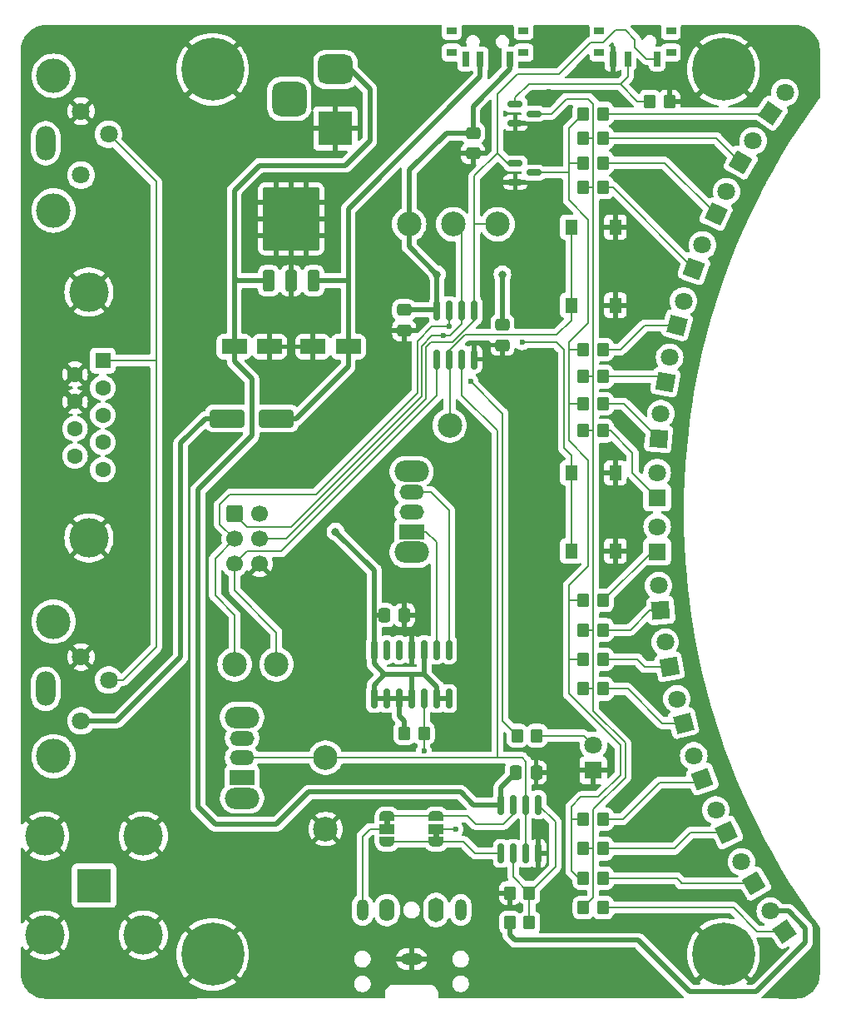
<source format=gbr>
%TF.GenerationSoftware,KiCad,Pcbnew,8.0.2+b1*%
%TF.CreationDate,2025-03-29T04:57:42+02:00*%
%TF.ProjectId,3dglassbox,3364676c-6173-4736-926f-782e6b696361,rev?*%
%TF.SameCoordinates,Original*%
%TF.FileFunction,Copper,L1,Top*%
%TF.FilePolarity,Positive*%
%FSLAX46Y46*%
G04 Gerber Fmt 4.6, Leading zero omitted, Abs format (unit mm)*
G04 Created by KiCad (PCBNEW 8.0.2+b1) date 2025-03-29 04:57:42*
%MOMM*%
%LPD*%
G01*
G04 APERTURE LIST*
G04 Aperture macros list*
%AMRoundRect*
0 Rectangle with rounded corners*
0 $1 Rounding radius*
0 $2 $3 $4 $5 $6 $7 $8 $9 X,Y pos of 4 corners*
0 Add a 4 corners polygon primitive as box body*
4,1,4,$2,$3,$4,$5,$6,$7,$8,$9,$2,$3,0*
0 Add four circle primitives for the rounded corners*
1,1,$1+$1,$2,$3*
1,1,$1+$1,$4,$5*
1,1,$1+$1,$6,$7*
1,1,$1+$1,$8,$9*
0 Add four rect primitives between the rounded corners*
20,1,$1+$1,$2,$3,$4,$5,0*
20,1,$1+$1,$4,$5,$6,$7,0*
20,1,$1+$1,$6,$7,$8,$9,0*
20,1,$1+$1,$8,$9,$2,$3,0*%
%AMRotRect*
0 Rectangle, with rotation*
0 The origin of the aperture is its center*
0 $1 length*
0 $2 width*
0 $3 Rotation angle, in degrees counterclockwise*
0 Add horizontal line*
21,1,$1,$2,0,0,$3*%
%AMFreePoly0*
4,1,19,0.550000,-0.750000,0.000000,-0.750000,0.000000,-0.744911,-0.071157,-0.744911,-0.207708,-0.704816,-0.327430,-0.627875,-0.420627,-0.520320,-0.479746,-0.390866,-0.500000,-0.250000,-0.500000,0.250000,-0.479746,0.390866,-0.420627,0.520320,-0.327430,0.627875,-0.207708,0.704816,-0.071157,0.744911,0.000000,0.744911,0.000000,0.750000,0.550000,0.750000,0.550000,-0.750000,0.550000,-0.750000,
$1*%
%AMFreePoly1*
4,1,19,0.000000,0.744911,0.071157,0.744911,0.207708,0.704816,0.327430,0.627875,0.420627,0.520320,0.479746,0.390866,0.500000,0.250000,0.500000,-0.250000,0.479746,-0.390866,0.420627,-0.520320,0.327430,-0.627875,0.207708,-0.704816,0.071157,-0.744911,0.000000,-0.744911,0.000000,-0.750000,-0.550000,-0.750000,-0.550000,0.750000,0.000000,0.750000,0.000000,0.744911,0.000000,0.744911,
$1*%
G04 Aperture macros list end*
%TA.AperFunction,EtchedComponent*%
%ADD10C,0.000000*%
%TD*%
%TA.AperFunction,SMDPad,CuDef*%
%ADD11RoundRect,0.250000X0.350000X-0.850000X0.350000X0.850000X-0.350000X0.850000X-0.350000X-0.850000X0*%
%TD*%
%TA.AperFunction,SMDPad,CuDef*%
%ADD12RoundRect,0.250000X1.125000X-1.275000X1.125000X1.275000X-1.125000X1.275000X-1.125000X-1.275000X0*%
%TD*%
%TA.AperFunction,SMDPad,CuDef*%
%ADD13RoundRect,0.249997X2.650003X-2.950003X2.650003X2.950003X-2.650003X2.950003X-2.650003X-2.950003X0*%
%TD*%
%TA.AperFunction,SMDPad,CuDef*%
%ADD14R,1.300000X1.550000*%
%TD*%
%TA.AperFunction,ComponentPad*%
%ADD15C,6.400000*%
%TD*%
%TA.AperFunction,SMDPad,CuDef*%
%ADD16RoundRect,0.250000X-0.350000X-0.450000X0.350000X-0.450000X0.350000X0.450000X-0.350000X0.450000X0*%
%TD*%
%TA.AperFunction,SMDPad,CuDef*%
%ADD17R,1.000000X0.800000*%
%TD*%
%TA.AperFunction,SMDPad,CuDef*%
%ADD18R,0.700000X1.500000*%
%TD*%
%TA.AperFunction,ComponentPad*%
%ADD19RotRect,1.800000X1.800000X65.000000*%
%TD*%
%TA.AperFunction,ComponentPad*%
%ADD20C,1.800000*%
%TD*%
%TA.AperFunction,ComponentPad*%
%ADD21RotRect,1.800000X1.800000X100.000000*%
%TD*%
%TA.AperFunction,SMDPad,CuDef*%
%ADD22RoundRect,0.150000X-0.587500X-0.150000X0.587500X-0.150000X0.587500X0.150000X-0.587500X0.150000X0*%
%TD*%
%TA.AperFunction,SMDPad,CuDef*%
%ADD23RoundRect,0.250000X0.350000X0.450000X-0.350000X0.450000X-0.350000X-0.450000X0.350000X-0.450000X0*%
%TD*%
%TA.AperFunction,SMDPad,CuDef*%
%ADD24RoundRect,0.250000X-0.475000X0.337500X-0.475000X-0.337500X0.475000X-0.337500X0.475000X0.337500X0*%
%TD*%
%TA.AperFunction,ComponentPad*%
%ADD25RotRect,1.800000X1.800000X95.000000*%
%TD*%
%TA.AperFunction,SMDPad,CuDef*%
%ADD26RoundRect,0.250000X1.050000X0.550000X-1.050000X0.550000X-1.050000X-0.550000X1.050000X-0.550000X0*%
%TD*%
%TA.AperFunction,ComponentPad*%
%ADD27C,3.500000*%
%TD*%
%TA.AperFunction,ComponentPad*%
%ADD28O,2.000000X3.500000*%
%TD*%
%TA.AperFunction,ComponentPad*%
%ADD29C,4.000000*%
%TD*%
%TA.AperFunction,ComponentPad*%
%ADD30R,1.600000X1.600000*%
%TD*%
%TA.AperFunction,ComponentPad*%
%ADD31C,1.600000*%
%TD*%
%TA.AperFunction,ComponentPad*%
%ADD32RoundRect,0.250000X-0.600000X-0.600000X0.600000X-0.600000X0.600000X0.600000X-0.600000X0.600000X0*%
%TD*%
%TA.AperFunction,ComponentPad*%
%ADD33C,1.700000*%
%TD*%
%TA.AperFunction,SMDPad,CuDef*%
%ADD34RoundRect,0.150000X0.150000X-0.825000X0.150000X0.825000X-0.150000X0.825000X-0.150000X-0.825000X0*%
%TD*%
%TA.AperFunction,ComponentPad*%
%ADD35R,1.800000X1.800000*%
%TD*%
%TA.AperFunction,ComponentPad*%
%ADD36R,3.500000X3.500000*%
%TD*%
%TA.AperFunction,ComponentPad*%
%ADD37RoundRect,0.750000X-1.000000X0.750000X-1.000000X-0.750000X1.000000X-0.750000X1.000000X0.750000X0*%
%TD*%
%TA.AperFunction,ComponentPad*%
%ADD38RoundRect,0.875000X-0.875000X0.875000X-0.875000X-0.875000X0.875000X-0.875000X0.875000X0.875000X0*%
%TD*%
%TA.AperFunction,SMDPad,CuDef*%
%ADD39C,2.500000*%
%TD*%
%TA.AperFunction,ComponentPad*%
%ADD40RotRect,1.800000X1.800000X80.000000*%
%TD*%
%TA.AperFunction,ComponentPad*%
%ADD41RotRect,1.800000X1.800000X105.000000*%
%TD*%
%TA.AperFunction,ComponentPad*%
%ADD42RotRect,1.800000X1.800000X110.000000*%
%TD*%
%TA.AperFunction,SMDPad,CuDef*%
%ADD43FreePoly0,90.000000*%
%TD*%
%TA.AperFunction,SMDPad,CuDef*%
%ADD44R,1.500000X1.000000*%
%TD*%
%TA.AperFunction,SMDPad,CuDef*%
%ADD45FreePoly1,90.000000*%
%TD*%
%TA.AperFunction,SMDPad,CuDef*%
%ADD46FreePoly0,270.000000*%
%TD*%
%TA.AperFunction,SMDPad,CuDef*%
%ADD47FreePoly1,270.000000*%
%TD*%
%TA.AperFunction,ComponentPad*%
%ADD48RotRect,1.800000X1.800000X115.000000*%
%TD*%
%TA.AperFunction,ComponentPad*%
%ADD49RotRect,1.800000X1.800000X120.000000*%
%TD*%
%TA.AperFunction,SMDPad,CuDef*%
%ADD50RoundRect,0.250000X-1.050000X-0.550000X1.050000X-0.550000X1.050000X0.550000X-1.050000X0.550000X0*%
%TD*%
%TA.AperFunction,ComponentPad*%
%ADD51RotRect,1.800000X1.800000X125.000000*%
%TD*%
%TA.AperFunction,ComponentPad*%
%ADD52O,3.500000X2.200000*%
%TD*%
%TA.AperFunction,ComponentPad*%
%ADD53R,2.500000X1.500000*%
%TD*%
%TA.AperFunction,ComponentPad*%
%ADD54O,2.500000X1.500000*%
%TD*%
%TA.AperFunction,ComponentPad*%
%ADD55RotRect,1.800000X1.800000X75.000000*%
%TD*%
%TA.AperFunction,SMDPad,CuDef*%
%ADD56RoundRect,0.250000X-0.337500X-0.475000X0.337500X-0.475000X0.337500X0.475000X-0.337500X0.475000X0*%
%TD*%
%TA.AperFunction,ComponentPad*%
%ADD57O,1.200000X2.200000*%
%TD*%
%TA.AperFunction,ComponentPad*%
%ADD58O,1.600000X2.300000*%
%TD*%
%TA.AperFunction,ComponentPad*%
%ADD59O,2.200000X1.200000*%
%TD*%
%TA.AperFunction,ComponentPad*%
%ADD60O,1.600000X2.500000*%
%TD*%
%TA.AperFunction,ComponentPad*%
%ADD61RotRect,1.800000X1.800000X85.000000*%
%TD*%
%TA.AperFunction,ComponentPad*%
%ADD62RotRect,1.800000X1.800000X55.000000*%
%TD*%
%TA.AperFunction,SMDPad,CuDef*%
%ADD63RoundRect,0.250000X1.500000X0.650000X-1.500000X0.650000X-1.500000X-0.650000X1.500000X-0.650000X0*%
%TD*%
%TA.AperFunction,ComponentPad*%
%ADD64RotRect,1.800000X1.800000X60.000000*%
%TD*%
%TA.AperFunction,ComponentPad*%
%ADD65RotRect,1.800000X1.800000X70.000000*%
%TD*%
%TA.AperFunction,ViaPad*%
%ADD66C,0.600000*%
%TD*%
%TA.AperFunction,ViaPad*%
%ADD67C,0.800000*%
%TD*%
%TA.AperFunction,Conductor*%
%ADD68C,0.500000*%
%TD*%
%TA.AperFunction,Conductor*%
%ADD69C,0.200000*%
%TD*%
G04 APERTURE END LIST*
D10*
%TA.AperFunction,EtchedComponent*%
%TO.C,JP1*%
G36*
X145990000Y-137340000D02*
G01*
X145390000Y-137340000D01*
X145390000Y-136840000D01*
X145990000Y-136840000D01*
X145990000Y-137340000D01*
G37*
%TD.AperFunction*%
%TA.AperFunction,EtchedComponent*%
%TO.C,JP2*%
G36*
X140990000Y-136040000D02*
G01*
X140390000Y-136040000D01*
X140390000Y-135540000D01*
X140990000Y-135540000D01*
X140990000Y-136040000D01*
G37*
%TD.AperFunction*%
%TD*%
D11*
%TO.P,U1,1,IN*%
%TO.N,+12V*%
X128660000Y-80690000D03*
%TO.P,U1,2,GND*%
%TO.N,GND*%
X130940000Y-80690000D03*
D12*
X129415000Y-76065000D03*
X132465000Y-76065000D03*
D13*
X130940000Y-74390000D03*
D12*
X129415000Y-72715000D03*
X132465000Y-72715000D03*
D11*
%TO.P,U1,3,OUT*%
%TO.N,+5V*%
X133220000Y-80690000D03*
%TD*%
D14*
%TO.P,SW6,1,1*%
%TO.N,/B3*%
X159440000Y-83165000D03*
X159440000Y-75215000D03*
%TO.P,SW6,2,2*%
%TO.N,GND*%
X163940000Y-83165000D03*
X163940000Y-75215000D03*
%TD*%
D15*
%TO.P,H4,1,1*%
%TO.N,GND*%
X174940000Y-149190000D03*
%TD*%
D16*
%TO.P,R20,1*%
%TO.N,VCC*%
X142440000Y-126690000D03*
%TO.P,R20,2*%
%TO.N,/VSYNC*%
X144440000Y-126690000D03*
%TD*%
D17*
%TO.P,SW2,*%
%TO.N,*%
X169590000Y-57470000D03*
X169590000Y-55260000D03*
X162290000Y-57470000D03*
X162290000Y-55260000D03*
D18*
%TO.P,SW2,1,A*%
%TO.N,/IRDRV*%
X168190000Y-58120000D03*
%TO.P,SW2,2,B*%
%TO.N,Net-(Q2-G)*%
X165190000Y-58120000D03*
%TO.P,SW2,3,C*%
%TO.N,GND*%
X163690000Y-58120000D03*
%TD*%
D19*
%TO.P,D2,1,K*%
%TO.N,Net-(D2-K)*%
X174176408Y-73918989D03*
D20*
%TO.P,D2,2,A*%
%TO.N,VCC*%
X175249858Y-71616967D03*
%TD*%
D17*
%TO.P,SW4,*%
%TO.N,*%
X154590000Y-57470000D03*
X154590000Y-55260000D03*
X147290000Y-57470000D03*
X147290000Y-55260000D03*
D18*
%TO.P,SW4,1,A*%
%TO.N,VCC*%
X153190000Y-58120000D03*
%TO.P,SW4,2,B*%
%TO.N,+5V*%
X150190000Y-58120000D03*
%TO.P,SW4,3,C*%
%TO.N,unconnected-(SW4-C-Pad3)*%
X148690000Y-58120000D03*
%TD*%
D21*
%TO.P,D6,1,K*%
%TO.N,Net-(D6-K)*%
X169449978Y-119951567D03*
D20*
%TO.P,D6,2,A*%
%TO.N,VCC*%
X169008912Y-117450155D03*
%TD*%
D22*
%TO.P,Q1,1,G*%
%TO.N,/IRDRV*%
X153752500Y-68740000D03*
%TO.P,Q1,2,S*%
%TO.N,GND*%
X153752500Y-70640000D03*
%TO.P,Q1,3,D*%
%TO.N,Net-(Q1-D)*%
X155627500Y-69690000D03*
%TD*%
D23*
%TO.P,R16,1*%
%TO.N,Net-(D16-K)*%
X162690000Y-144440000D03*
%TO.P,R16,2*%
%TO.N,Net-(Q2-D)*%
X160690000Y-144440000D03*
%TD*%
%TO.P,R13,1*%
%TO.N,Net-(D13-K)*%
X162690000Y-116190000D03*
%TO.P,R13,2*%
%TO.N,Net-(Q2-D)*%
X160690000Y-116190000D03*
%TD*%
D24*
%TO.P,C4,1*%
%TO.N,VCC*%
X152440000Y-85152500D03*
%TO.P,C4,2*%
%TO.N,GND*%
X152440000Y-87227500D03*
%TD*%
D25*
%TO.P,D13,1,K*%
%TO.N,Net-(D13-K)*%
X168559695Y-114221460D03*
D20*
%TO.P,D13,2,A*%
%TO.N,VCC*%
X168338319Y-111691124D03*
%TD*%
D26*
%TO.P,C1,1*%
%TO.N,+5V*%
X136740000Y-87390000D03*
%TO.P,C1,2*%
%TO.N,GND*%
X133140000Y-87390000D03*
%TD*%
D23*
%TO.P,R15,1*%
%TO.N,Net-(D15-K)*%
X162690000Y-138440000D03*
%TO.P,R15,2*%
%TO.N,Net-(Q2-D)*%
X160690000Y-138440000D03*
%TD*%
D15*
%TO.P,H3,1,1*%
%TO.N,GND*%
X174940000Y-59190000D03*
%TD*%
D23*
%TO.P,R5,1*%
%TO.N,Net-(D5-K)*%
X162690000Y-113190000D03*
%TO.P,R5,2*%
%TO.N,Net-(Q1-D)*%
X160690000Y-113190000D03*
%TD*%
D27*
%TO.P,J6,*%
%TO.N,*%
X106752500Y-115340000D03*
D28*
X105952500Y-122190000D03*
D27*
X106752500Y-129040000D03*
D20*
%TO.P,J6,1*%
%TO.N,Net-(D17-A)*%
X109552500Y-125440000D03*
%TO.P,J6,2*%
%TO.N,GND*%
X109552500Y-118940000D03*
%TO.P,J6,3*%
%TO.N,/STEREOIN*%
X112352500Y-121290000D03*
%TD*%
D15*
%TO.P,H2,1,1*%
%TO.N,GND*%
X122940000Y-149190000D03*
%TD*%
D29*
%TO.P,J2,0,PAD*%
%TO.N,GND*%
X110350331Y-81845000D03*
X110350331Y-106845000D03*
D30*
%TO.P,J2,1,1*%
%TO.N,/STEREOIN*%
X111770331Y-88805000D03*
D31*
%TO.P,J2,2,2*%
%TO.N,unconnected-(J2-Pad2)*%
X111770331Y-91575000D03*
%TO.P,J2,3,3*%
%TO.N,unconnected-(J2-Pad3)*%
X111770331Y-94345000D03*
%TO.P,J2,4,4*%
%TO.N,unconnected-(J2-Pad4)*%
X111770331Y-97115000D03*
%TO.P,J2,5,5*%
%TO.N,unconnected-(J2-Pad5)*%
X111770331Y-99885000D03*
%TO.P,J2,6,6*%
%TO.N,GND*%
X108930331Y-90190000D03*
%TO.P,J2,7,7*%
X108930331Y-92960000D03*
%TO.P,J2,8,8*%
%TO.N,VBUS*%
X108930331Y-95730000D03*
%TO.P,J2,9,9*%
%TO.N,unconnected-(J2-Pad9)*%
X108930331Y-98500000D03*
%TD*%
D32*
%TO.P,J4,1,MISO*%
%TO.N,/B1*%
X125187500Y-104395000D03*
D33*
%TO.P,J4,2,VCC*%
%TO.N,VCC*%
X127727500Y-104395000D03*
%TO.P,J4,3,SCK*%
%TO.N,/B2*%
X125187500Y-106935000D03*
%TO.P,J4,4,MOSI*%
%TO.N,/IRDRV*%
X127727500Y-106935000D03*
%TO.P,J4,5,~{RST}*%
%TO.N,/~{RESET}*%
X125187500Y-109475000D03*
%TO.P,J4,6,GND*%
%TO.N,GND*%
X127727500Y-109475000D03*
%TD*%
D24*
%TO.P,C3,1*%
%TO.N,VCC*%
X142440000Y-83652500D03*
%TO.P,C3,2*%
%TO.N,GND*%
X142440000Y-85727500D03*
%TD*%
D34*
%TO.P,U3,1*%
%TO.N,Net-(JP1-A)*%
X152285000Y-138915000D03*
%TO.P,U3,2,-*%
%TO.N,Net-(U3A--)*%
X153555000Y-138915000D03*
%TO.P,U3,3,+*%
%TO.N,/STRSYNC*%
X154825000Y-138915000D03*
%TO.P,U3,4,V-*%
%TO.N,GND*%
X156095000Y-138915000D03*
%TO.P,U3,5,+*%
%TO.N,Net-(U3A--)*%
X156095000Y-133965000D03*
%TO.P,U3,6,-*%
%TO.N,/STRSYNC*%
X154825000Y-133965000D03*
%TO.P,U3,7*%
%TO.N,Net-(JP1-B)*%
X153555000Y-133965000D03*
%TO.P,U3,8,V+*%
%TO.N,+12V*%
X152285000Y-133965000D03*
%TD*%
D35*
%TO.P,D12,1,K*%
%TO.N,Net-(D12-K)*%
X168190000Y-102730001D03*
D20*
%TO.P,D12,2,A*%
%TO.N,VCC*%
X168190000Y-100190000D03*
%TD*%
D23*
%TO.P,R14,1*%
%TO.N,Net-(D14-K)*%
X162690000Y-122190000D03*
%TO.P,R14,2*%
%TO.N,Net-(Q2-D)*%
X160690000Y-122190000D03*
%TD*%
D14*
%TO.P,SW5,1,1*%
%TO.N,/B2*%
X159440000Y-108165000D03*
X159440000Y-100215000D03*
%TO.P,SW5,2,2*%
%TO.N,GND*%
X163940000Y-108165000D03*
X163940000Y-100215000D03*
%TD*%
D27*
%TO.P,J1,*%
%TO.N,*%
X106752500Y-59840000D03*
D28*
X105952500Y-66690000D03*
D27*
X106752500Y-73540000D03*
D20*
%TO.P,J1,1*%
%TO.N,VBUS*%
X109552500Y-69940000D03*
%TO.P,J1,2*%
%TO.N,GND*%
X109552500Y-63440000D03*
%TO.P,J1,3*%
%TO.N,/STEREOIN*%
X112352500Y-65790000D03*
%TD*%
D36*
%TO.P,J3,1*%
%TO.N,GND*%
X135440000Y-65190000D03*
D37*
%TO.P,J3,2*%
%TO.N,+12V*%
X135440000Y-59190000D03*
D38*
%TO.P,J3,3*%
%TO.N,VBUS*%
X130740000Y-62190000D03*
%TD*%
D23*
%TO.P,R3,1*%
%TO.N,Net-(D3-K)*%
X162690000Y-87690000D03*
%TO.P,R3,2*%
%TO.N,Net-(Q1-D)*%
X160690000Y-87690000D03*
%TD*%
D39*
%TO.P,B1,1,1*%
%TO.N,/B1*%
X147440000Y-74940000D03*
%TD*%
D40*
%TO.P,D11,1,K*%
%TO.N,Net-(D11-K)*%
X169015858Y-90970455D03*
D20*
%TO.P,D11,2,A*%
%TO.N,VCC*%
X169456924Y-88469043D03*
%TD*%
D41*
%TO.P,D14,1,K*%
%TO.N,Net-(D14-K)*%
X170859784Y-125668572D03*
D20*
%TO.P,D14,2,A*%
%TO.N,VCC*%
X170202384Y-123215120D03*
%TD*%
D35*
%TO.P,D18,1,K*%
%TO.N,GND*%
X161690000Y-130465000D03*
D20*
%TO.P,D18,2,A*%
%TO.N,Net-(D18-A)*%
X161690000Y-127925000D03*
%TD*%
D39*
%TO.P,STRSYNC,1,1*%
%TO.N,/STRSYNC*%
X134440000Y-129190000D03*
%TD*%
D42*
%TO.P,D7,1,K*%
%TO.N,Net-(D7-K)*%
X172787894Y-131370824D03*
D20*
%TO.P,D7,2,A*%
%TO.N,VCC*%
X171919163Y-128984005D03*
%TD*%
D23*
%TO.P,R6,1*%
%TO.N,Net-(D6-K)*%
X162690000Y-119190000D03*
%TO.P,R6,2*%
%TO.N,Net-(Q1-D)*%
X160690000Y-119190000D03*
%TD*%
%TO.P,R19,1*%
%TO.N,Net-(U3A--)*%
X155190000Y-142940000D03*
%TO.P,R19,2*%
%TO.N,GND*%
X153190000Y-142940000D03*
%TD*%
D43*
%TO.P,JP1,1,A*%
%TO.N,Net-(JP1-A)*%
X145690000Y-137740000D03*
D44*
%TO.P,JP1,2,C*%
%TO.N,Net-(JP1-C)*%
X145690000Y-136440000D03*
D45*
%TO.P,JP1,3,B*%
%TO.N,Net-(JP1-B)*%
X145690000Y-135140000D03*
%TD*%
D46*
%TO.P,JP2,1,A*%
%TO.N,Net-(JP1-B)*%
X140690000Y-135140000D03*
D44*
%TO.P,JP2,2,C*%
%TO.N,Net-(JP2-C)*%
X140690000Y-136440000D03*
D47*
%TO.P,JP2,3,B*%
%TO.N,Net-(JP1-A)*%
X140690000Y-137740000D03*
%TD*%
D48*
%TO.P,D15,1,K*%
%TO.N,Net-(D15-K)*%
X175232953Y-136806782D03*
D20*
%TO.P,D15,2,A*%
%TO.N,VCC*%
X174159503Y-134504760D03*
%TD*%
D39*
%TO.P,B2,1,1*%
%TO.N,/B2*%
X125190000Y-119690000D03*
%TD*%
D49*
%TO.P,D8,1,K*%
%TO.N,Net-(D8-K)*%
X178043479Y-141975033D03*
D20*
%TO.P,D8,2,A*%
%TO.N,VCC*%
X176773479Y-139775328D03*
%TD*%
D39*
%TO.P,GND,1,1*%
%TO.N,GND*%
X134440000Y-136440000D03*
%TD*%
%TO.P,VCC,1,1*%
%TO.N,VCC*%
X142940000Y-74940000D03*
%TD*%
D23*
%TO.P,R12,1*%
%TO.N,Net-(D12-K)*%
X162690000Y-95940000D03*
%TO.P,R12,2*%
%TO.N,Net-(Q2-D)*%
X160690000Y-95940000D03*
%TD*%
D35*
%TO.P,D5,1,K*%
%TO.N,Net-(D5-K)*%
X168190000Y-108230001D03*
D20*
%TO.P,D5,2,A*%
%TO.N,VCC*%
X168190000Y-105690000D03*
%TD*%
D36*
%TO.P,J7,1,In*%
%TO.N,/VSYNC*%
X110875000Y-142190000D03*
D29*
%TO.P,J7,2,Ext*%
%TO.N,GND*%
X105850000Y-147215000D03*
X115900000Y-147215000D03*
X105850000Y-137165000D03*
X115900000Y-137165000D03*
%TD*%
D22*
%TO.P,Q2,1,G*%
%TO.N,Net-(Q2-G)*%
X153752500Y-62740000D03*
%TO.P,Q2,2,S*%
%TO.N,GND*%
X153752500Y-64640000D03*
%TO.P,Q2,3,D*%
%TO.N,Net-(Q2-D)*%
X155627500Y-63690000D03*
%TD*%
D50*
%TO.P,C2,1*%
%TO.N,+12V*%
X125140000Y-87390000D03*
%TO.P,C2,2*%
%TO.N,GND*%
X128740000Y-87390000D03*
%TD*%
D23*
%TO.P,R9,1*%
%TO.N,Net-(D9-K)*%
X162690000Y-66190000D03*
%TO.P,R9,2*%
%TO.N,Net-(Q2-D)*%
X160690000Y-66190000D03*
%TD*%
D51*
%TO.P,D16,1,K*%
%TO.N,Net-(D16-K)*%
X181167866Y-146874295D03*
D20*
%TO.P,D16,2,A*%
%TO.N,VCC*%
X179710982Y-144793649D03*
%TD*%
D39*
%TO.P,B3,1,1*%
%TO.N,/B3*%
X147069720Y-95406200D03*
%TD*%
D23*
%TO.P,R11,1*%
%TO.N,Net-(D11-K)*%
X162690000Y-90440000D03*
%TO.P,R11,2*%
%TO.N,Net-(Q2-D)*%
X160690000Y-90440000D03*
%TD*%
%TO.P,R4,1*%
%TO.N,Net-(D4-K)*%
X162690000Y-93190000D03*
%TO.P,R4,2*%
%TO.N,Net-(Q1-D)*%
X160690000Y-93190000D03*
%TD*%
D52*
%TO.P,SW1,*%
%TO.N,*%
X143190000Y-108290000D03*
X143190000Y-100090000D03*
D53*
%TO.P,SW1,1,A*%
%TO.N,Net-(SW1-A)*%
X143190000Y-106190000D03*
D54*
%TO.P,SW1,2,B*%
%TO.N,Net-(SW1-B)*%
X143190000Y-104190000D03*
%TO.P,SW1,3,C*%
%TO.N,Net-(SW1-C)*%
X143190000Y-102190000D03*
%TD*%
D34*
%TO.P,U2,1,~{RESET}/PB5*%
%TO.N,/~{RESET}*%
X145785000Y-88665000D03*
%TO.P,U2,2,PB3*%
%TO.N,/B3*%
X147055000Y-88665000D03*
%TO.P,U2,3,PB4*%
%TO.N,/STRSYNC*%
X148325000Y-88665000D03*
%TO.P,U2,4,GND*%
%TO.N,GND*%
X149595000Y-88665000D03*
%TO.P,U2,5,PB0*%
%TO.N,/IRDRV*%
X149595000Y-83715000D03*
%TO.P,U2,6,PB1*%
%TO.N,/B1*%
X148325000Y-83715000D03*
%TO.P,U2,7,PB2*%
%TO.N,/B2*%
X147055000Y-83715000D03*
%TO.P,U2,8,VCC*%
%TO.N,VCC*%
X145785000Y-83715000D03*
%TD*%
D39*
%TO.P,IRDRV,1,1*%
%TO.N,/IRDRV*%
X151940000Y-74940000D03*
%TD*%
D23*
%TO.P,R8,1*%
%TO.N,Net-(D8-K)*%
X162690000Y-141440000D03*
%TO.P,R8,2*%
%TO.N,Net-(Q1-D)*%
X160690000Y-141440000D03*
%TD*%
D24*
%TO.P,C6,1*%
%TO.N,VCC*%
X149440000Y-65652500D03*
%TO.P,C6,2*%
%TO.N,GND*%
X149440000Y-67727500D03*
%TD*%
D55*
%TO.P,D3,1,K*%
%TO.N,Net-(D3-K)*%
X170212736Y-85206245D03*
D20*
%TO.P,D3,2,A*%
%TO.N,VCC*%
X170870136Y-82752793D03*
%TD*%
D56*
%TO.P,C5,1*%
%TO.N,VCC*%
X140402500Y-114690000D03*
%TO.P,C5,2*%
%TO.N,GND*%
X142477500Y-114690000D03*
%TD*%
D23*
%TO.P,R2,1*%
%TO.N,Net-(D2-K)*%
X162690000Y-68690000D03*
%TO.P,R2,2*%
%TO.N,Net-(Q1-D)*%
X160690000Y-68690000D03*
%TD*%
D57*
%TO.P,J8,R*%
%TO.N,Net-(JP2-C)*%
X138187260Y-144672873D03*
D58*
%TO.P,J8,RN*%
%TO.N,unconnected-(J8-PadRN)*%
X140687260Y-144672873D03*
D59*
%TO.P,J8,S*%
%TO.N,GND*%
X143187260Y-149672873D03*
D57*
%TO.P,J8,T*%
%TO.N,Net-(JP1-C)*%
X148187260Y-144672873D03*
D60*
%TO.P,J8,TN*%
%TO.N,unconnected-(J8-PadTN)*%
X145687260Y-144672873D03*
%TD*%
D39*
%TO.P,~{RESET},1,1*%
%TO.N,/~{RESET}*%
X129440000Y-119690000D03*
%TD*%
D15*
%TO.P,H1,1,1*%
%TO.N,GND*%
X122940000Y-59190000D03*
%TD*%
D16*
%TO.P,R21,1*%
%TO.N,/B1*%
X153940000Y-126940000D03*
%TO.P,R21,2*%
%TO.N,Net-(D18-A)*%
X155940000Y-126940000D03*
%TD*%
%TO.P,R18,1*%
%TO.N,VCC*%
X153190000Y-145940000D03*
%TO.P,R18,2*%
%TO.N,Net-(U3A--)*%
X155190000Y-145940000D03*
%TD*%
D23*
%TO.P,R10,1*%
%TO.N,Net-(D10-K)*%
X162690000Y-71190000D03*
%TO.P,R10,2*%
%TO.N,Net-(Q2-D)*%
X160690000Y-71190000D03*
%TD*%
D61*
%TO.P,D4,1,K*%
%TO.N,Net-(D4-K)*%
X168341806Y-96729029D03*
D20*
%TO.P,D4,2,A*%
%TO.N,VCC*%
X168563181Y-94198694D03*
%TD*%
D62*
%TO.P,D1,1,K*%
%TO.N,Net-(D1-K)*%
X179733925Y-63633588D03*
D20*
%TO.P,D1,2,A*%
%TO.N,VCC*%
X181190810Y-61552942D03*
%TD*%
D23*
%TO.P,R17,1*%
%TO.N,GND*%
X169440000Y-62440000D03*
%TO.P,R17,2*%
%TO.N,Net-(Q2-G)*%
X167440000Y-62440000D03*
%TD*%
D63*
%TO.P,D17,1,K*%
%TO.N,+5V*%
X129440000Y-94690000D03*
%TO.P,D17,2,A*%
%TO.N,Net-(D17-A)*%
X124440000Y-94690000D03*
%TD*%
D56*
%TO.P,C8,1*%
%TO.N,+12V*%
X153798236Y-130690000D03*
%TO.P,C8,2*%
%TO.N,GND*%
X155873236Y-130690000D03*
%TD*%
D34*
%TO.P,U4,1,C*%
%TO.N,VCC*%
X139380000Y-123165000D03*
%TO.P,U4,2,~{R}*%
X140650000Y-123165000D03*
%TO.P,U4,3,K*%
X141920000Y-123165000D03*
%TO.P,U4,4,VCC*%
X143190000Y-123165000D03*
%TO.P,U4,5,C*%
%TO.N,/VSYNC*%
X144460000Y-123165000D03*
%TO.P,U4,6,~{R}*%
%TO.N,VCC*%
X145730000Y-123165000D03*
%TO.P,U4,7,J*%
X147000000Y-123165000D03*
%TO.P,U4,8,~{Q}*%
%TO.N,Net-(SW1-C)*%
X147000000Y-118215000D03*
%TO.P,U4,9,Q*%
%TO.N,Net-(SW1-A)*%
X145730000Y-118215000D03*
%TO.P,U4,10,K*%
%TO.N,VCC*%
X144460000Y-118215000D03*
%TO.P,U4,11,GND*%
%TO.N,GND*%
X143190000Y-118215000D03*
%TO.P,U4,12,Q*%
%TO.N,unconnected-(U4B-Q-Pad12)*%
X141920000Y-118215000D03*
%TO.P,U4,13,~{Q}*%
%TO.N,unconnected-(U4B-~{Q}-Pad13)*%
X140650000Y-118215000D03*
%TO.P,U4,14,J*%
%TO.N,VCC*%
X139380000Y-118215000D03*
%TD*%
D64*
%TO.P,D9,1,K*%
%TO.N,Net-(D9-K)*%
X176693478Y-68650034D03*
D20*
%TO.P,D9,2,A*%
%TO.N,VCC*%
X177963478Y-66450329D03*
%TD*%
D23*
%TO.P,R1,1*%
%TO.N,Net-(D1-K)*%
X162690000Y-63690000D03*
%TO.P,R1,2*%
%TO.N,Net-(Q1-D)*%
X160690000Y-63690000D03*
%TD*%
D52*
%TO.P,SW3,*%
%TO.N,*%
X125940000Y-133290000D03*
X125940000Y-125090000D03*
D53*
%TO.P,SW3,1,A*%
%TO.N,/STEREOIN*%
X125940000Y-131190000D03*
D54*
%TO.P,SW3,2,B*%
%TO.N,/STRSYNC*%
X125940000Y-129190000D03*
%TO.P,SW3,3,C*%
%TO.N,Net-(SW1-B)*%
X125940000Y-127190000D03*
%TD*%
D23*
%TO.P,R7,1*%
%TO.N,Net-(D7-K)*%
X162690000Y-135440000D03*
%TO.P,R7,2*%
%TO.N,Net-(Q1-D)*%
X160690000Y-135440000D03*
%TD*%
D65*
%TO.P,D10,1,K*%
%TO.N,Net-(D10-K)*%
X171932843Y-79438410D03*
D20*
%TO.P,D10,2,A*%
%TO.N,VCC*%
X172801574Y-77051591D03*
%TD*%
D66*
%TO.N,GND*%
X157190000Y-67190000D03*
X122690000Y-106940000D03*
X130440000Y-100190000D03*
X150190000Y-131190000D03*
X167190000Y-79940000D03*
X167190000Y-121690000D03*
X119190000Y-122940000D03*
X129190000Y-123690000D03*
X130940000Y-84440000D03*
X165940000Y-88690000D03*
X120440000Y-90940000D03*
X165940000Y-92190000D03*
X172190000Y-140190000D03*
X143940000Y-60440000D03*
X157190000Y-61440000D03*
X153750000Y-89750000D03*
X160690000Y-58940000D03*
X156690000Y-84690000D03*
X134940000Y-112940000D03*
X157440000Y-56440000D03*
X156000000Y-108000000D03*
X149190000Y-112940000D03*
X164940000Y-113690000D03*
X135940000Y-71190000D03*
X140940000Y-90690000D03*
X152690000Y-136940000D03*
X172190000Y-68440000D03*
X134690000Y-124190000D03*
X155940000Y-74940000D03*
X130440000Y-131690000D03*
X121190000Y-73440000D03*
X167440000Y-129190000D03*
X156152620Y-136549870D03*
X165440000Y-64940000D03*
X169190000Y-134940000D03*
X169690000Y-73690000D03*
X142690000Y-111440000D03*
X167940000Y-143190000D03*
X146190000Y-70190000D03*
X165690000Y-104440000D03*
X136440000Y-134190000D03*
X155440000Y-121190000D03*
D67*
%TO.N,VCC*%
X152440000Y-80035000D03*
X145785000Y-80035000D03*
X135440000Y-106190000D03*
D66*
%TO.N,/B2*%
X154440000Y-86940000D03*
X147054510Y-85361078D03*
%TO.N,/B1*%
X149190000Y-90940000D03*
X146440000Y-86290000D03*
%TO.N,/VSYNC*%
X144440000Y-128540000D03*
%TO.N,Net-(JP1-C)*%
X147690000Y-136440000D03*
%TD*%
D68*
%TO.N,+5V*%
X133220000Y-80690000D02*
X136740000Y-80690000D01*
X136740000Y-73390000D02*
X150190000Y-59940000D01*
X131440000Y-94690000D02*
X136740000Y-89390000D01*
X136740000Y-89390000D02*
X136740000Y-87390000D01*
X136740000Y-80690000D02*
X136740000Y-73390000D01*
X136740000Y-87390000D02*
X136740000Y-80690000D01*
X129440000Y-94690000D02*
X131440000Y-94690000D01*
X150190000Y-59940000D02*
X150190000Y-58120000D01*
%TO.N,+12V*%
X136940000Y-59190000D02*
X135440000Y-59190000D01*
X128660000Y-80690000D02*
X125390000Y-80690000D01*
X121440000Y-101940000D02*
X121440000Y-134190000D01*
X152285000Y-133965000D02*
X152285000Y-132203236D01*
X125140000Y-87390000D02*
X125140000Y-88890000D01*
X138940000Y-66440000D02*
X138940000Y-61190000D01*
X121440000Y-134190000D02*
X123190000Y-135940000D01*
X123190000Y-135940000D02*
X129440000Y-135940000D01*
X125140000Y-87390000D02*
X125140000Y-80440000D01*
X132690000Y-132690000D02*
X148190000Y-132690000D01*
X127690000Y-68940000D02*
X136440000Y-68940000D01*
X126940000Y-90690000D02*
X126940000Y-96440000D01*
X125390000Y-80690000D02*
X125140000Y-80440000D01*
X129440000Y-135940000D02*
X132690000Y-132690000D01*
X152285000Y-132203236D02*
X153798236Y-130690000D01*
X136440000Y-68940000D02*
X138940000Y-66440000D01*
X126940000Y-96440000D02*
X121440000Y-101940000D01*
X138940000Y-61190000D02*
X136940000Y-59190000D01*
X125140000Y-71490000D02*
X127690000Y-68940000D01*
X125140000Y-88890000D02*
X126940000Y-90690000D01*
X148190000Y-132690000D02*
X149465000Y-133965000D01*
X149465000Y-133965000D02*
X152285000Y-133965000D01*
X125140000Y-80440000D02*
X125140000Y-71490000D01*
%TO.N,VCC*%
X166250000Y-147750000D02*
X171500000Y-153000000D01*
X145722500Y-83652500D02*
X145785000Y-83715000D01*
X144460000Y-120710000D02*
X144460000Y-118215000D01*
X142440000Y-83652500D02*
X145722500Y-83652500D01*
X153190000Y-58120000D02*
X153190000Y-59190000D01*
X145730000Y-121980000D02*
X145730000Y-123165000D01*
X142940000Y-69440000D02*
X146727500Y-65652500D01*
X145730000Y-121980000D02*
X144460000Y-120710000D01*
X183250000Y-146500000D02*
X181543649Y-144793649D01*
X183250000Y-148000000D02*
X183250000Y-146500000D01*
X139380000Y-118215000D02*
X139380000Y-114690000D01*
X152440000Y-85152500D02*
X152440000Y-80035000D01*
X145785000Y-80035000D02*
X145785000Y-83715000D01*
X139380000Y-114690000D02*
X140402500Y-114690000D01*
X142440000Y-125440000D02*
X142440000Y-126690000D01*
X139380000Y-118215000D02*
X139380000Y-119630000D01*
X142940000Y-74940000D02*
X142940000Y-77190000D01*
X153190000Y-145940000D02*
X153190000Y-147190000D01*
X139380000Y-123165000D02*
X140650000Y-123165000D01*
X139380000Y-110130000D02*
X135440000Y-106190000D01*
X142940000Y-69440000D02*
X142940000Y-74940000D01*
X143190000Y-120710000D02*
X144460000Y-120710000D01*
X139380000Y-119630000D02*
X140460000Y-120710000D01*
X178250000Y-153000000D02*
X183250000Y-148000000D01*
X141920000Y-124920000D02*
X142440000Y-125440000D01*
X142940000Y-77190000D02*
X145785000Y-80035000D01*
X141920000Y-123165000D02*
X143190000Y-123165000D01*
X149440000Y-62940000D02*
X149440000Y-65652500D01*
X139380000Y-114690000D02*
X139380000Y-110130000D01*
X146727500Y-65652500D02*
X149440000Y-65652500D01*
X139380000Y-121790000D02*
X140460000Y-120710000D01*
X140650000Y-123165000D02*
X141920000Y-123165000D01*
X139380000Y-123165000D02*
X139380000Y-121790000D01*
X153750000Y-147750000D02*
X166250000Y-147750000D01*
X153190000Y-59190000D02*
X149440000Y-62940000D01*
X141920000Y-123165000D02*
X141920000Y-124920000D01*
X171500000Y-153000000D02*
X178250000Y-153000000D01*
X145730000Y-123165000D02*
X147000000Y-123165000D01*
X181543649Y-144793649D02*
X179710982Y-144793649D01*
X153190000Y-147190000D02*
X153750000Y-147750000D01*
X140460000Y-120710000D02*
X143190000Y-120710000D01*
X143190000Y-123165000D02*
X143190000Y-120710000D01*
D69*
%TO.N,Net-(D1-K)*%
X179677513Y-63690000D02*
X179733925Y-63633588D01*
X162690000Y-63690000D02*
X179677513Y-63690000D01*
%TO.N,Net-(D2-K)*%
X168947419Y-68690000D02*
X174176408Y-73918989D01*
X162690000Y-68690000D02*
X168947419Y-68690000D01*
%TO.N,Net-(D3-K)*%
X166923755Y-85206245D02*
X170212736Y-85206245D01*
X164440000Y-87690000D02*
X166923755Y-85206245D01*
X162690000Y-87690000D02*
X164440000Y-87690000D01*
%TO.N,Net-(D4-K)*%
X164802777Y-93190000D02*
X168341806Y-96729029D01*
X162690000Y-93190000D02*
X164802777Y-93190000D01*
%TO.N,Net-(D5-K)*%
X167649999Y-108230001D02*
X168190000Y-108230001D01*
X162690000Y-113190000D02*
X167649999Y-108230001D01*
%TO.N,Net-(D6-K)*%
X166928433Y-119928433D02*
X166928433Y-119951567D01*
X166190000Y-119190000D02*
X166928433Y-119928433D01*
X162690000Y-119190000D02*
X166190000Y-119190000D01*
X166928433Y-119951567D02*
X169449978Y-119951567D01*
%TO.N,Net-(D7-K)*%
X168440000Y-131690000D02*
X172468718Y-131690000D01*
X162690000Y-135440000D02*
X164690000Y-135440000D01*
X164690000Y-135440000D02*
X168440000Y-131690000D01*
X172468718Y-131690000D02*
X172787894Y-131370824D01*
%TO.N,Net-(D8-K)*%
X170190000Y-141440000D02*
X170654967Y-141904967D01*
X162690000Y-141440000D02*
X170190000Y-141440000D01*
X170654967Y-141904967D02*
X170654967Y-141975033D01*
X170654967Y-141975033D02*
X178043479Y-141975033D01*
%TO.N,Net-(D9-K)*%
X162690000Y-66190000D02*
X174233444Y-66190000D01*
X174233444Y-66190000D02*
X176693478Y-68650034D01*
%TO.N,Net-(D10-K)*%
X162690000Y-71190000D02*
X163684433Y-71190000D01*
X163684433Y-71190000D02*
X171932843Y-79438410D01*
%TO.N,Net-(D11-K)*%
X162690000Y-90440000D02*
X168485403Y-90440000D01*
X168485403Y-90440000D02*
X169015858Y-90970455D01*
%TO.N,Net-(D12-K)*%
X165690000Y-98190000D02*
X165690000Y-100230001D01*
X162690000Y-95940000D02*
X163440000Y-95940000D01*
X163440000Y-95940000D02*
X165690000Y-98190000D01*
X165690000Y-100230001D02*
X168190000Y-102730001D01*
%TO.N,Net-(D13-K)*%
X167408540Y-114221460D02*
X168559695Y-114221460D01*
X165440000Y-116190000D02*
X167408540Y-114221460D01*
X162690000Y-116190000D02*
X165440000Y-116190000D01*
%TO.N,Net-(D14-K)*%
X168668572Y-125668572D02*
X170859784Y-125668572D01*
X162690000Y-122190000D02*
X165190000Y-122190000D01*
X165190000Y-122190000D02*
X168668572Y-125668572D01*
%TO.N,Net-(D15-K)*%
X162690000Y-138440000D02*
X169940000Y-138440000D01*
X169940000Y-138440000D02*
X171573218Y-136806782D01*
X171573218Y-136806782D02*
X175232953Y-136806782D01*
%TO.N,Net-(D16-K)*%
X162690000Y-144440000D02*
X175940000Y-144440000D01*
X178374295Y-146874295D02*
X181167866Y-146874295D01*
X175940000Y-144440000D02*
X178374295Y-146874295D01*
D68*
%TO.N,Net-(D17-A)*%
X122190000Y-94690000D02*
X124440000Y-94690000D01*
X119690000Y-118940000D02*
X119690000Y-97190000D01*
X113190000Y-125440000D02*
X109552500Y-125440000D01*
X113190000Y-125440000D02*
X119690000Y-118940000D01*
X119690000Y-97190000D02*
X122190000Y-94690000D01*
D69*
%TO.N,/STEREOIN*%
X117190000Y-88690000D02*
X117190000Y-70627500D01*
X113840000Y-121290000D02*
X112352500Y-121290000D01*
X117190000Y-88690000D02*
X117075000Y-88805000D01*
X117190000Y-70627500D02*
X112352500Y-65790000D01*
X117190000Y-88690000D02*
X117190000Y-117940000D01*
X117075000Y-88805000D02*
X111770331Y-88805000D01*
X117190000Y-117940000D02*
X113840000Y-121290000D01*
%TO.N,/B2*%
X123190000Y-112690000D02*
X123190000Y-108932500D01*
X158690000Y-97690000D02*
X159440000Y-98440000D01*
X154440000Y-86940000D02*
X157940000Y-86940000D01*
X123690000Y-105437500D02*
X125187500Y-106935000D01*
X147055000Y-83715000D02*
X147055000Y-85360588D01*
X145268922Y-85361078D02*
X143790000Y-86840000D01*
X143790000Y-92090000D02*
X133440000Y-102440000D01*
X147054510Y-85361078D02*
X145268922Y-85361078D01*
X157940000Y-86940000D02*
X158690000Y-87690000D01*
X125190000Y-119690000D02*
X125190000Y-114690000D01*
X124690000Y-102440000D02*
X123690000Y-103440000D01*
X158690000Y-87690000D02*
X158690000Y-97690000D01*
X159440000Y-98440000D02*
X159440000Y-100215000D01*
X147055000Y-85360588D02*
X147054510Y-85361078D01*
X133440000Y-102440000D02*
X124690000Y-102440000D01*
X159440000Y-100215000D02*
X159440000Y-108165000D01*
X143790000Y-86840000D02*
X143790000Y-92090000D01*
X125190000Y-114690000D02*
X123190000Y-112690000D01*
X123690000Y-103440000D02*
X123690000Y-105437500D01*
X123190000Y-108932500D02*
X125187500Y-106935000D01*
%TO.N,/~{RESET}*%
X126472500Y-108190000D02*
X129940000Y-108190000D01*
X145785000Y-92345000D02*
X145785000Y-88665000D01*
X125187500Y-109475000D02*
X126472500Y-108190000D01*
X125187500Y-112187500D02*
X129440000Y-116440000D01*
X129440000Y-116440000D02*
X129440000Y-119690000D01*
X125187500Y-109475000D02*
X125187500Y-112187500D01*
X129940000Y-108190000D02*
X145785000Y-92345000D01*
%TO.N,/IRDRV*%
X164940000Y-55190000D02*
X163940000Y-55190000D01*
X151940000Y-74940000D02*
X149595000Y-74940000D01*
X161440000Y-56440000D02*
X158190000Y-59690000D01*
X130445000Y-106935000D02*
X144690000Y-92690000D01*
X151940000Y-67690000D02*
X152990000Y-68740000D01*
X167120000Y-58120000D02*
X165940000Y-56940000D01*
X144690000Y-92690000D02*
X144690000Y-87440000D01*
X165940000Y-56190000D02*
X164940000Y-55190000D01*
X163940000Y-55190000D02*
X162690000Y-56440000D01*
X162690000Y-56440000D02*
X161440000Y-56440000D01*
X127727500Y-106935000D02*
X130445000Y-106935000D01*
X151940000Y-61690000D02*
X151940000Y-67690000D01*
X168190000Y-58120000D02*
X167120000Y-58120000D01*
X152990000Y-68740000D02*
X153752500Y-68740000D01*
X149595000Y-84689999D02*
X149595000Y-83715000D01*
X149595000Y-70035000D02*
X151940000Y-67690000D01*
X149595000Y-74940000D02*
X149595000Y-70035000D01*
X144690000Y-87440000D02*
X145190000Y-86940000D01*
X165940000Y-56940000D02*
X165940000Y-56190000D01*
X145190000Y-86940000D02*
X147344999Y-86940000D01*
X158190000Y-59690000D02*
X153940000Y-59690000D01*
X149595000Y-83715000D02*
X149595000Y-74940000D01*
X153940000Y-59690000D02*
X151940000Y-61690000D01*
X147344999Y-86940000D02*
X149595000Y-84689999D01*
%TO.N,/B1*%
X144190000Y-87374314D02*
X144190000Y-92440000D01*
X153940000Y-126940000D02*
X152440000Y-125440000D01*
X152440000Y-94190000D02*
X149190000Y-90940000D01*
X144190000Y-92440000D02*
X130940000Y-105690000D01*
X148325000Y-83715000D02*
X148325000Y-75825000D01*
X148325000Y-75825000D02*
X147440000Y-74940000D01*
X147090000Y-86290000D02*
X146440000Y-86290000D01*
X148325000Y-85055000D02*
X147090000Y-86290000D01*
X145274314Y-86290000D02*
X144190000Y-87374314D01*
X126482500Y-105690000D02*
X125187500Y-104395000D01*
X148325000Y-83715000D02*
X148325000Y-85055000D01*
X152440000Y-125440000D02*
X152440000Y-94190000D01*
X146440000Y-86290000D02*
X145274314Y-86290000D01*
X130940000Y-105690000D02*
X126482500Y-105690000D01*
%TO.N,/VSYNC*%
X144460000Y-126670000D02*
X144440000Y-126690000D01*
X144460000Y-123165000D02*
X144460000Y-126670000D01*
X144440000Y-126690000D02*
X144440000Y-128540000D01*
%TO.N,Net-(JP1-C)*%
X145690000Y-136440000D02*
X147690000Y-136440000D01*
%TO.N,Net-(JP2-C)*%
X138940000Y-136440000D02*
X138187260Y-137192740D01*
X140690000Y-136440000D02*
X138940000Y-136440000D01*
X138187260Y-137192740D02*
X138187260Y-144672873D01*
%TO.N,Net-(JP1-A)*%
X148490000Y-137740000D02*
X149665000Y-138915000D01*
X149665000Y-138915000D02*
X152285000Y-138915000D01*
X145690000Y-137740000D02*
X140690000Y-137740000D01*
X145690000Y-137740000D02*
X148490000Y-137740000D01*
%TO.N,Net-(JP1-B)*%
X148890000Y-135140000D02*
X149690000Y-135940000D01*
X145690000Y-135140000D02*
X148890000Y-135140000D01*
X145690000Y-135140000D02*
X140690000Y-135140000D01*
X149690000Y-135940000D02*
X152554999Y-135940000D01*
X152554999Y-135940000D02*
X153555000Y-134939999D01*
X153555000Y-134939999D02*
X153555000Y-133965000D01*
%TO.N,Net-(Q1-D)*%
X159190000Y-87690000D02*
X159190000Y-86940000D01*
X161190000Y-84940000D02*
X161190000Y-74440000D01*
X155627500Y-69690000D02*
X159190000Y-69690000D01*
X159190000Y-72440000D02*
X159190000Y-69690000D01*
X161190000Y-74440000D02*
X159190000Y-72440000D01*
X159440000Y-135440000D02*
X159440000Y-134190000D01*
X159190000Y-93190000D02*
X159190000Y-87690000D01*
X161190000Y-98940000D02*
X159190000Y-96940000D01*
X159440000Y-140690000D02*
X159440000Y-135440000D01*
X164440000Y-127940000D02*
X159190000Y-122690000D01*
X161190000Y-109690000D02*
X161190000Y-98940000D01*
X159190000Y-65190000D02*
X160690000Y-63690000D01*
X160690000Y-87690000D02*
X159190000Y-87690000D01*
X159190000Y-68690000D02*
X159190000Y-65190000D01*
X159190000Y-69690000D02*
X159190000Y-68690000D01*
X160690000Y-93190000D02*
X159190000Y-93190000D01*
X162190000Y-133190000D02*
X164440000Y-130940000D01*
X160690000Y-113190000D02*
X159190000Y-113190000D01*
X159190000Y-86940000D02*
X161190000Y-84940000D01*
X160190000Y-141440000D02*
X159440000Y-140690000D01*
X159190000Y-111690000D02*
X161190000Y-109690000D01*
X159190000Y-96940000D02*
X159190000Y-93190000D01*
X160690000Y-68690000D02*
X159190000Y-68690000D01*
X164440000Y-130940000D02*
X164440000Y-127940000D01*
X160690000Y-119190000D02*
X159190000Y-119190000D01*
X159190000Y-122690000D02*
X159190000Y-119190000D01*
X160690000Y-141440000D02*
X160190000Y-141440000D01*
X159190000Y-113190000D02*
X159190000Y-111690000D01*
X160440000Y-133190000D02*
X162190000Y-133190000D01*
X159190000Y-119190000D02*
X159190000Y-113190000D01*
X159440000Y-134190000D02*
X160440000Y-133190000D01*
X160690000Y-135440000D02*
X159440000Y-135440000D01*
%TO.N,Net-(Q2-G)*%
X153752500Y-62058750D02*
X155121250Y-60690000D01*
X166190000Y-62440000D02*
X167440000Y-62440000D01*
X153752500Y-62740000D02*
X153752500Y-62058750D01*
X163440000Y-60690000D02*
X164440000Y-60690000D01*
X164440000Y-60690000D02*
X166190000Y-62440000D01*
X155121250Y-60690000D02*
X163440000Y-60690000D01*
X164440000Y-60690000D02*
X165190000Y-59940000D01*
X165190000Y-59940000D02*
X165190000Y-58120000D01*
%TO.N,Net-(Q2-D)*%
X161690000Y-71190000D02*
X161690000Y-68690000D01*
X161690000Y-95940000D02*
X161690000Y-93190000D01*
X158940000Y-62190000D02*
X157440000Y-63690000D01*
X161690000Y-90440000D02*
X161690000Y-87690000D01*
X160690000Y-116190000D02*
X161690000Y-116190000D01*
X161690000Y-68690000D02*
X161690000Y-66190000D01*
X161690000Y-93190000D02*
X161690000Y-90440000D01*
X157440000Y-63690000D02*
X155627500Y-63690000D01*
X160690000Y-66190000D02*
X161690000Y-66190000D01*
X161690000Y-116190000D02*
X161690000Y-119190000D01*
X161690000Y-119190000D02*
X161690000Y-122190000D01*
X161690000Y-124440000D02*
X164940000Y-127690000D01*
X161690000Y-113190000D02*
X161690000Y-95940000D01*
X160690000Y-71190000D02*
X161690000Y-71190000D01*
X164940000Y-127690000D02*
X164940000Y-131190000D01*
X161690000Y-113190000D02*
X161690000Y-116190000D01*
X161690000Y-62690000D02*
X161190000Y-62190000D01*
X161690000Y-122190000D02*
X161690000Y-124440000D01*
X160690000Y-138440000D02*
X161690000Y-138440000D01*
X161690000Y-143440000D02*
X160690000Y-144440000D01*
X160690000Y-122190000D02*
X161690000Y-122190000D01*
X160690000Y-90440000D02*
X161690000Y-90440000D01*
X161690000Y-87690000D02*
X161690000Y-71190000D01*
X161690000Y-134440000D02*
X161690000Y-138440000D01*
X160690000Y-95940000D02*
X161690000Y-95940000D01*
X164940000Y-131190000D02*
X161690000Y-134440000D01*
X161690000Y-138440000D02*
X161690000Y-143440000D01*
X161190000Y-62190000D02*
X158940000Y-62190000D01*
X161690000Y-66190000D02*
X161690000Y-62690000D01*
%TO.N,Net-(U3A--)*%
X157822523Y-140307477D02*
X157822523Y-135692523D01*
X155190000Y-142940000D02*
X153555000Y-141305000D01*
X155190000Y-145940000D02*
X155190000Y-142940000D01*
X157822523Y-135692523D02*
X156095000Y-133965000D01*
X153555000Y-141305000D02*
X153555000Y-138915000D01*
X155190000Y-142940000D02*
X157822523Y-140307477D01*
%TO.N,Net-(SW1-C)*%
X147000000Y-104000000D02*
X145190000Y-102190000D01*
X147000000Y-118215000D02*
X147000000Y-104000000D01*
X145190000Y-102190000D02*
X143190000Y-102190000D01*
%TO.N,Net-(SW1-A)*%
X145730000Y-107280000D02*
X144640000Y-106190000D01*
X145730000Y-118215000D02*
X145730000Y-107280000D01*
X144640000Y-106190000D02*
X143190000Y-106190000D01*
%TO.N,/STRSYNC*%
X148325000Y-92325000D02*
X148325000Y-88665000D01*
X154825000Y-133965000D02*
X154825000Y-129575000D01*
X154825000Y-138915000D02*
X154825000Y-133965000D01*
X154440000Y-129190000D02*
X151940000Y-129190000D01*
X151940000Y-129190000D02*
X151940000Y-95940000D01*
X151940000Y-95940000D02*
X148325000Y-92325000D01*
X134440000Y-129190000D02*
X151940000Y-129190000D01*
X154825000Y-129575000D02*
X154440000Y-129190000D01*
X125940000Y-129190000D02*
X134440000Y-129190000D01*
%TO.N,/B3*%
X147069720Y-88679720D02*
X147055000Y-88665000D01*
X147055000Y-87795685D02*
X148660685Y-86190000D01*
X148660685Y-86190000D02*
X157940000Y-86190000D01*
X159440000Y-83165000D02*
X159440000Y-75215000D01*
X147055000Y-88665000D02*
X147055000Y-87795685D01*
X147069720Y-95406200D02*
X147069720Y-88679720D01*
X159440000Y-84690000D02*
X159440000Y-83165000D01*
X157940000Y-86190000D02*
X159440000Y-84690000D01*
%TO.N,Net-(D18-A)*%
X160705000Y-126940000D02*
X161690000Y-127925000D01*
X155940000Y-126940000D02*
X160705000Y-126940000D01*
X161675000Y-127940000D02*
X161690000Y-127925000D01*
%TD*%
%TA.AperFunction,Conductor*%
%TO.N,GND*%
G36*
X146232539Y-54710185D02*
G01*
X146278294Y-54762989D01*
X146289500Y-54814500D01*
X146289500Y-55707870D01*
X146289501Y-55707876D01*
X146295908Y-55767483D01*
X146346202Y-55902328D01*
X146346206Y-55902335D01*
X146432452Y-56017544D01*
X146432455Y-56017547D01*
X146547664Y-56103793D01*
X146547671Y-56103797D01*
X146682517Y-56154091D01*
X146682516Y-56154091D01*
X146689444Y-56154835D01*
X146742127Y-56160500D01*
X147837872Y-56160499D01*
X147897483Y-56154091D01*
X148032331Y-56103796D01*
X148147546Y-56017546D01*
X148233796Y-55902331D01*
X148284091Y-55767483D01*
X148290500Y-55707873D01*
X148290499Y-54814499D01*
X148310183Y-54747461D01*
X148362987Y-54701706D01*
X148414499Y-54690500D01*
X153465500Y-54690500D01*
X153532539Y-54710185D01*
X153578294Y-54762989D01*
X153589500Y-54814500D01*
X153589500Y-55707870D01*
X153589501Y-55707876D01*
X153595908Y-55767483D01*
X153646202Y-55902328D01*
X153646206Y-55902335D01*
X153732452Y-56017544D01*
X153732455Y-56017547D01*
X153847664Y-56103793D01*
X153847671Y-56103797D01*
X153982517Y-56154091D01*
X153982516Y-56154091D01*
X153989444Y-56154835D01*
X154042127Y-56160500D01*
X155137872Y-56160499D01*
X155197483Y-56154091D01*
X155332331Y-56103796D01*
X155447546Y-56017546D01*
X155533796Y-55902331D01*
X155584091Y-55767483D01*
X155590500Y-55707873D01*
X155590499Y-54814499D01*
X155610183Y-54747461D01*
X155662987Y-54701706D01*
X155714499Y-54690500D01*
X161165500Y-54690500D01*
X161232539Y-54710185D01*
X161278294Y-54762989D01*
X161289500Y-54814500D01*
X161289500Y-55707870D01*
X161289501Y-55707876D01*
X161293908Y-55748870D01*
X161281501Y-55817629D01*
X161233890Y-55868766D01*
X161215410Y-55876549D01*
X161215726Y-55877312D01*
X161208217Y-55880422D01*
X161170268Y-55902332D01*
X161170267Y-55902331D01*
X161071287Y-55959477D01*
X161071282Y-55959481D01*
X160959478Y-56071286D01*
X157977584Y-59053181D01*
X157916261Y-59086666D01*
X157889903Y-59089500D01*
X154160094Y-59089500D01*
X154093055Y-59069815D01*
X154047300Y-59017011D01*
X154036804Y-58952246D01*
X154040500Y-58917873D01*
X154040499Y-58494498D01*
X154060183Y-58427460D01*
X154112987Y-58381705D01*
X154164494Y-58370499D01*
X155137872Y-58370499D01*
X155197483Y-58364091D01*
X155332331Y-58313796D01*
X155447546Y-58227546D01*
X155533796Y-58112331D01*
X155584091Y-57977483D01*
X155590500Y-57917873D01*
X155590499Y-57022128D01*
X155584091Y-56962517D01*
X155570546Y-56926202D01*
X155533797Y-56827671D01*
X155533793Y-56827664D01*
X155447547Y-56712455D01*
X155447544Y-56712452D01*
X155332335Y-56626206D01*
X155332328Y-56626202D01*
X155197482Y-56575908D01*
X155197483Y-56575908D01*
X155137883Y-56569501D01*
X155137881Y-56569500D01*
X155137873Y-56569500D01*
X155137864Y-56569500D01*
X154042129Y-56569500D01*
X154042123Y-56569501D01*
X153982516Y-56575908D01*
X153847671Y-56626202D01*
X153847664Y-56626206D01*
X153732456Y-56712452D01*
X153732455Y-56712453D01*
X153732454Y-56712454D01*
X153652087Y-56819811D01*
X153596153Y-56861682D01*
X153552820Y-56869500D01*
X153172680Y-56869500D01*
X153105641Y-56849815D01*
X153059886Y-56797011D01*
X153049942Y-56727853D01*
X153059738Y-56697976D01*
X153058444Y-56697440D01*
X153111437Y-56569501D01*
X153113580Y-56564328D01*
X153136611Y-56448544D01*
X153140500Y-56428995D01*
X153140500Y-56291004D01*
X153113581Y-56155677D01*
X153113580Y-56155676D01*
X153113580Y-56155672D01*
X153092093Y-56103797D01*
X153060778Y-56028195D01*
X153060771Y-56028182D01*
X152984114Y-55913458D01*
X152984111Y-55913454D01*
X152886545Y-55815888D01*
X152886541Y-55815885D01*
X152771817Y-55739228D01*
X152771804Y-55739221D01*
X152644332Y-55686421D01*
X152644322Y-55686418D01*
X152508995Y-55659500D01*
X152508993Y-55659500D01*
X152371007Y-55659500D01*
X152371005Y-55659500D01*
X152235677Y-55686418D01*
X152235667Y-55686421D01*
X152108195Y-55739221D01*
X152108182Y-55739228D01*
X151993458Y-55815885D01*
X151993454Y-55815888D01*
X151895888Y-55913454D01*
X151895885Y-55913458D01*
X151819228Y-56028182D01*
X151819221Y-56028195D01*
X151766421Y-56155667D01*
X151766418Y-56155677D01*
X151739500Y-56291004D01*
X151739500Y-56291007D01*
X151739500Y-56428993D01*
X151739500Y-56428995D01*
X151739499Y-56428995D01*
X151766418Y-56564322D01*
X151766421Y-56564332D01*
X151819221Y-56691804D01*
X151819228Y-56691817D01*
X151895885Y-56806541D01*
X151895888Y-56806545D01*
X151993454Y-56904111D01*
X151993458Y-56904114D01*
X152108182Y-56980771D01*
X152108195Y-56980778D01*
X152184070Y-57012206D01*
X152235672Y-57033580D01*
X152274876Y-57041378D01*
X152336785Y-57073762D01*
X152371359Y-57134478D01*
X152367620Y-57204247D01*
X152366866Y-57206327D01*
X152345908Y-57262519D01*
X152339501Y-57322116D01*
X152339501Y-57322123D01*
X152339500Y-57322135D01*
X152339500Y-58917872D01*
X152339658Y-58920806D01*
X152323584Y-58988802D01*
X152303516Y-59015114D01*
X151139110Y-60179520D01*
X151077787Y-60213005D01*
X151008095Y-60208021D01*
X150952162Y-60166149D01*
X150927745Y-60100685D01*
X150929811Y-60067650D01*
X150940500Y-60013918D01*
X150940500Y-59866083D01*
X150940500Y-59211438D01*
X150960185Y-59144399D01*
X150965234Y-59137126D01*
X150983796Y-59112331D01*
X150983888Y-59112086D01*
X151004174Y-59057693D01*
X151034091Y-58977483D01*
X151040500Y-58917873D01*
X151040499Y-57322128D01*
X151034091Y-57262517D01*
X151031251Y-57254903D01*
X150983797Y-57127671D01*
X150983793Y-57127664D01*
X150897547Y-57012455D01*
X150897544Y-57012452D01*
X150782335Y-56926206D01*
X150782328Y-56926202D01*
X150647482Y-56875908D01*
X150647483Y-56875908D01*
X150587883Y-56869501D01*
X150587881Y-56869500D01*
X150587873Y-56869500D01*
X150587865Y-56869500D01*
X150172680Y-56869500D01*
X150105641Y-56849815D01*
X150059886Y-56797011D01*
X150049942Y-56727853D01*
X150059738Y-56697976D01*
X150058444Y-56697440D01*
X150111437Y-56569501D01*
X150113580Y-56564328D01*
X150136611Y-56448544D01*
X150140500Y-56428995D01*
X150140500Y-56291004D01*
X150113581Y-56155677D01*
X150113580Y-56155676D01*
X150113580Y-56155672D01*
X150092093Y-56103797D01*
X150060778Y-56028195D01*
X150060771Y-56028182D01*
X149984114Y-55913458D01*
X149984111Y-55913454D01*
X149886545Y-55815888D01*
X149886541Y-55815885D01*
X149771817Y-55739228D01*
X149771804Y-55739221D01*
X149644332Y-55686421D01*
X149644322Y-55686418D01*
X149508995Y-55659500D01*
X149508993Y-55659500D01*
X149371007Y-55659500D01*
X149371005Y-55659500D01*
X149235677Y-55686418D01*
X149235667Y-55686421D01*
X149108195Y-55739221D01*
X149108182Y-55739228D01*
X148993458Y-55815885D01*
X148993454Y-55815888D01*
X148895888Y-55913454D01*
X148895885Y-55913458D01*
X148819228Y-56028182D01*
X148819221Y-56028195D01*
X148766421Y-56155667D01*
X148766418Y-56155677D01*
X148739500Y-56291004D01*
X148739500Y-56291007D01*
X148739500Y-56428993D01*
X148739500Y-56428995D01*
X148739499Y-56428995D01*
X148766418Y-56564322D01*
X148766421Y-56564332D01*
X148821556Y-56697440D01*
X148819057Y-56698475D01*
X148830920Y-56755447D01*
X148805922Y-56820691D01*
X148749617Y-56862063D01*
X148707320Y-56869500D01*
X148327181Y-56869500D01*
X148260142Y-56849815D01*
X148227915Y-56819812D01*
X148159448Y-56728353D01*
X148147546Y-56712454D01*
X148147544Y-56712453D01*
X148147544Y-56712452D01*
X148032335Y-56626206D01*
X148032328Y-56626202D01*
X147897482Y-56575908D01*
X147897483Y-56575908D01*
X147837883Y-56569501D01*
X147837881Y-56569500D01*
X147837873Y-56569500D01*
X147837864Y-56569500D01*
X146742129Y-56569500D01*
X146742123Y-56569501D01*
X146682516Y-56575908D01*
X146547671Y-56626202D01*
X146547664Y-56626206D01*
X146432455Y-56712452D01*
X146432452Y-56712455D01*
X146346206Y-56827664D01*
X146346202Y-56827671D01*
X146295908Y-56962517D01*
X146290540Y-57012452D01*
X146289501Y-57022123D01*
X146289500Y-57022135D01*
X146289500Y-57917870D01*
X146289501Y-57917876D01*
X146295908Y-57977483D01*
X146346202Y-58112328D01*
X146346206Y-58112335D01*
X146432452Y-58227544D01*
X146432455Y-58227547D01*
X146547664Y-58313793D01*
X146547671Y-58313797D01*
X146682517Y-58364091D01*
X146682516Y-58364091D01*
X146689444Y-58364835D01*
X146742127Y-58370500D01*
X147715500Y-58370499D01*
X147782539Y-58390183D01*
X147828294Y-58442987D01*
X147839500Y-58494499D01*
X147839500Y-58917870D01*
X147839501Y-58917876D01*
X147845908Y-58977483D01*
X147896202Y-59112328D01*
X147896206Y-59112335D01*
X147982452Y-59227544D01*
X147982455Y-59227547D01*
X148097664Y-59313793D01*
X148097671Y-59313797D01*
X148232517Y-59364091D01*
X148232516Y-59364091D01*
X148239444Y-59364835D01*
X148292127Y-59370500D01*
X149087872Y-59370499D01*
X149147483Y-59364091D01*
X149272167Y-59317587D01*
X149341859Y-59312603D01*
X149403182Y-59346088D01*
X149436666Y-59407411D01*
X149439500Y-59433769D01*
X149439500Y-59577769D01*
X149419815Y-59644808D01*
X149403181Y-59665450D01*
X136157052Y-72911578D01*
X136157049Y-72911581D01*
X136127184Y-72956277D01*
X136127185Y-72956278D01*
X136074914Y-73034508D01*
X136018343Y-73171082D01*
X136018340Y-73171092D01*
X135989500Y-73316079D01*
X135989500Y-79815500D01*
X135969815Y-79882539D01*
X135917011Y-79928294D01*
X135865500Y-79939500D01*
X134444499Y-79939500D01*
X134377460Y-79919815D01*
X134331705Y-79867011D01*
X134320499Y-79815500D01*
X134320499Y-79789998D01*
X134320498Y-79789981D01*
X134309999Y-79687203D01*
X134309998Y-79687200D01*
X134273984Y-79578517D01*
X134254814Y-79520666D01*
X134162712Y-79371344D01*
X134038656Y-79247288D01*
X133919603Y-79173856D01*
X133889336Y-79155187D01*
X133889331Y-79155185D01*
X133880851Y-79152375D01*
X133722797Y-79100001D01*
X133722795Y-79100000D01*
X133620010Y-79089500D01*
X132819998Y-79089500D01*
X132819980Y-79089501D01*
X132717203Y-79100000D01*
X132717200Y-79100001D01*
X132550668Y-79155185D01*
X132550663Y-79155187D01*
X132401342Y-79247289D01*
X132277289Y-79371342D01*
X132185245Y-79520570D01*
X132133297Y-79567294D01*
X132064334Y-79578517D01*
X132000252Y-79550673D01*
X131974167Y-79520570D01*
X131882315Y-79371654D01*
X131758345Y-79247684D01*
X131609124Y-79155643D01*
X131609119Y-79155641D01*
X131442697Y-79100494D01*
X131442690Y-79100493D01*
X131339986Y-79090000D01*
X131190000Y-79090000D01*
X131190000Y-82289999D01*
X131339972Y-82289999D01*
X131339986Y-82289998D01*
X131442697Y-82279505D01*
X131609119Y-82224358D01*
X131609124Y-82224356D01*
X131758345Y-82132315D01*
X131882317Y-82008343D01*
X131974167Y-81859430D01*
X132026115Y-81812705D01*
X132095077Y-81801482D01*
X132159159Y-81829325D01*
X132185243Y-81859427D01*
X132277288Y-82008656D01*
X132401344Y-82132712D01*
X132550666Y-82224814D01*
X132717203Y-82279999D01*
X132819991Y-82290500D01*
X133620008Y-82290499D01*
X133620016Y-82290498D01*
X133620019Y-82290498D01*
X133697070Y-82282627D01*
X133722797Y-82279999D01*
X133889334Y-82224814D01*
X134038656Y-82132712D01*
X134162712Y-82008656D01*
X134254814Y-81859334D01*
X134309999Y-81692797D01*
X134320500Y-81590009D01*
X134320500Y-81564500D01*
X134340185Y-81497461D01*
X134392989Y-81451706D01*
X134444500Y-81440500D01*
X135865500Y-81440500D01*
X135932539Y-81460185D01*
X135978294Y-81512989D01*
X135989500Y-81564500D01*
X135989500Y-85965500D01*
X135969815Y-86032539D01*
X135917011Y-86078294D01*
X135865501Y-86089500D01*
X135639999Y-86089500D01*
X135639980Y-86089501D01*
X135537203Y-86100000D01*
X135537200Y-86100001D01*
X135370668Y-86155185D01*
X135370663Y-86155187D01*
X135221342Y-86247289D01*
X135097288Y-86371343D01*
X135097285Y-86371347D01*
X135045244Y-86455719D01*
X134993296Y-86502444D01*
X134924334Y-86513665D01*
X134860252Y-86485822D01*
X134834167Y-86455719D01*
X134782315Y-86371654D01*
X134658345Y-86247684D01*
X134509124Y-86155643D01*
X134509119Y-86155641D01*
X134342697Y-86100494D01*
X134342690Y-86100493D01*
X134239986Y-86090000D01*
X133390000Y-86090000D01*
X133390000Y-88689999D01*
X134239972Y-88689999D01*
X134239986Y-88689998D01*
X134342697Y-88679505D01*
X134509119Y-88624358D01*
X134509124Y-88624356D01*
X134658345Y-88532315D01*
X134782317Y-88408343D01*
X134834167Y-88324281D01*
X134886115Y-88277556D01*
X134955077Y-88266333D01*
X135019159Y-88294176D01*
X135045244Y-88324279D01*
X135097288Y-88408656D01*
X135221344Y-88532712D01*
X135370666Y-88624814D01*
X135537203Y-88679999D01*
X135639991Y-88690500D01*
X135865500Y-88690499D01*
X135932539Y-88710183D01*
X135978294Y-88762987D01*
X135989500Y-88814499D01*
X135989500Y-89027770D01*
X135969815Y-89094809D01*
X135953181Y-89115451D01*
X131602681Y-93465951D01*
X131541358Y-93499436D01*
X131471666Y-93494452D01*
X131427319Y-93465951D01*
X131408657Y-93447289D01*
X131408656Y-93447288D01*
X131315888Y-93390069D01*
X131259336Y-93355187D01*
X131259331Y-93355185D01*
X131228453Y-93344953D01*
X131092797Y-93300001D01*
X131092795Y-93300000D01*
X130990010Y-93289500D01*
X127889998Y-93289500D01*
X127889980Y-93289501D01*
X127827101Y-93295925D01*
X127758408Y-93283155D01*
X127707524Y-93235274D01*
X127690500Y-93172567D01*
X127690500Y-90616079D01*
X127661659Y-90471092D01*
X127661658Y-90471091D01*
X127661658Y-90471087D01*
X127650617Y-90444431D01*
X127605087Y-90334511D01*
X127605080Y-90334498D01*
X127522952Y-90211585D01*
X127475667Y-90164300D01*
X127418416Y-90107049D01*
X126208458Y-88897091D01*
X126174973Y-88835768D01*
X126179957Y-88766076D01*
X126221829Y-88710143D01*
X126283538Y-88686052D01*
X126342797Y-88679999D01*
X126509334Y-88624814D01*
X126658656Y-88532712D01*
X126782712Y-88408656D01*
X126834755Y-88324279D01*
X126886701Y-88277556D01*
X126955664Y-88266333D01*
X127019746Y-88294176D01*
X127045831Y-88324280D01*
X127097680Y-88408340D01*
X127097683Y-88408344D01*
X127221654Y-88532315D01*
X127370875Y-88624356D01*
X127370880Y-88624358D01*
X127537302Y-88679505D01*
X127537309Y-88679506D01*
X127640019Y-88689999D01*
X128489999Y-88689999D01*
X128990000Y-88689999D01*
X129839972Y-88689999D01*
X129839986Y-88689998D01*
X129942697Y-88679505D01*
X130109119Y-88624358D01*
X130109124Y-88624356D01*
X130258345Y-88532315D01*
X130382315Y-88408345D01*
X130474356Y-88259124D01*
X130474358Y-88259119D01*
X130529505Y-88092697D01*
X130529506Y-88092690D01*
X130539999Y-87989986D01*
X131340001Y-87989986D01*
X131350494Y-88092697D01*
X131405641Y-88259119D01*
X131405643Y-88259124D01*
X131497684Y-88408345D01*
X131621654Y-88532315D01*
X131770875Y-88624356D01*
X131770880Y-88624358D01*
X131937302Y-88679505D01*
X131937309Y-88679506D01*
X132040019Y-88689999D01*
X132889999Y-88689999D01*
X132890000Y-88689998D01*
X132890000Y-87640000D01*
X131340001Y-87640000D01*
X131340001Y-87989986D01*
X130539999Y-87989986D01*
X130540000Y-87989973D01*
X130540000Y-87640000D01*
X128990000Y-87640000D01*
X128990000Y-88689999D01*
X128489999Y-88689999D01*
X128490000Y-88689998D01*
X128490000Y-87140000D01*
X128990000Y-87140000D01*
X130539999Y-87140000D01*
X130539999Y-86790028D01*
X130539998Y-86790013D01*
X131340000Y-86790013D01*
X131340000Y-87140000D01*
X132890000Y-87140000D01*
X132890000Y-86090000D01*
X132040028Y-86090000D01*
X132040012Y-86090001D01*
X131937302Y-86100494D01*
X131770880Y-86155641D01*
X131770875Y-86155643D01*
X131621654Y-86247684D01*
X131497684Y-86371654D01*
X131405643Y-86520875D01*
X131405641Y-86520880D01*
X131350494Y-86687302D01*
X131350493Y-86687309D01*
X131340000Y-86790013D01*
X130539998Y-86790013D01*
X130529505Y-86687302D01*
X130474358Y-86520880D01*
X130474356Y-86520875D01*
X130382315Y-86371654D01*
X130258345Y-86247684D01*
X130109124Y-86155643D01*
X130109119Y-86155641D01*
X129942697Y-86100494D01*
X129942690Y-86100493D01*
X129839986Y-86090000D01*
X128990000Y-86090000D01*
X128990000Y-87140000D01*
X128490000Y-87140000D01*
X128490000Y-86090000D01*
X127640028Y-86090000D01*
X127640012Y-86090001D01*
X127537302Y-86100494D01*
X127370880Y-86155641D01*
X127370875Y-86155643D01*
X127221654Y-86247684D01*
X127097682Y-86371656D01*
X127045831Y-86455720D01*
X126993883Y-86502444D01*
X126924920Y-86513665D01*
X126860838Y-86485822D01*
X126834754Y-86455718D01*
X126782712Y-86371344D01*
X126658657Y-86247289D01*
X126658656Y-86247288D01*
X126509334Y-86155186D01*
X126342797Y-86100001D01*
X126342795Y-86100000D01*
X126240016Y-86089500D01*
X126240009Y-86089500D01*
X126014500Y-86089500D01*
X125947461Y-86069815D01*
X125901706Y-86017011D01*
X125890500Y-85965500D01*
X125890500Y-81564500D01*
X125910185Y-81497461D01*
X125962989Y-81451706D01*
X126014500Y-81440500D01*
X127435501Y-81440500D01*
X127502540Y-81460185D01*
X127548295Y-81512989D01*
X127559501Y-81564500D01*
X127559501Y-81590018D01*
X127570000Y-81692796D01*
X127570001Y-81692799D01*
X127625185Y-81859331D01*
X127625187Y-81859336D01*
X127648049Y-81896401D01*
X127717288Y-82008656D01*
X127841344Y-82132712D01*
X127990666Y-82224814D01*
X128157203Y-82279999D01*
X128259991Y-82290500D01*
X129060008Y-82290499D01*
X129060016Y-82290498D01*
X129060019Y-82290498D01*
X129137070Y-82282627D01*
X129162797Y-82279999D01*
X129329334Y-82224814D01*
X129478656Y-82132712D01*
X129602712Y-82008656D01*
X129694755Y-81859428D01*
X129746701Y-81812705D01*
X129815664Y-81801482D01*
X129879746Y-81829325D01*
X129905832Y-81859429D01*
X129997684Y-82008345D01*
X130121654Y-82132315D01*
X130270875Y-82224356D01*
X130270880Y-82224358D01*
X130437302Y-82279505D01*
X130437309Y-82279506D01*
X130540019Y-82289999D01*
X130689999Y-82289999D01*
X130690000Y-82289998D01*
X130690000Y-79090000D01*
X130540027Y-79090000D01*
X130540012Y-79090001D01*
X130437302Y-79100494D01*
X130270880Y-79155641D01*
X130270875Y-79155643D01*
X130121654Y-79247684D01*
X129997683Y-79371655D01*
X129997680Y-79371659D01*
X129905831Y-79520570D01*
X129853883Y-79567295D01*
X129784921Y-79578516D01*
X129720839Y-79550673D01*
X129694754Y-79520569D01*
X129602712Y-79371344D01*
X129478657Y-79247289D01*
X129478656Y-79247288D01*
X129359603Y-79173856D01*
X129329336Y-79155187D01*
X129329331Y-79155185D01*
X129320851Y-79152375D01*
X129162797Y-79100001D01*
X129162795Y-79100000D01*
X129060010Y-79089500D01*
X128259998Y-79089500D01*
X128259980Y-79089501D01*
X128157203Y-79100000D01*
X128157200Y-79100001D01*
X127990668Y-79155185D01*
X127990663Y-79155187D01*
X127841342Y-79247289D01*
X127717289Y-79371342D01*
X127625187Y-79520663D01*
X127625185Y-79520668D01*
X127606035Y-79578459D01*
X127570001Y-79687203D01*
X127570001Y-79687204D01*
X127570000Y-79687204D01*
X127559500Y-79789983D01*
X127559500Y-79815500D01*
X127539815Y-79882539D01*
X127487011Y-79928294D01*
X127435500Y-79939500D01*
X126014500Y-79939500D01*
X125947461Y-79919815D01*
X125901706Y-79867011D01*
X125890500Y-79815500D01*
X125890500Y-77389988D01*
X127540001Y-77389988D01*
X127550494Y-77492699D01*
X127605640Y-77659120D01*
X127605642Y-77659125D01*
X127697683Y-77808346D01*
X127821653Y-77932316D01*
X127970874Y-78024357D01*
X127970879Y-78024359D01*
X128137302Y-78079506D01*
X128137300Y-78079506D01*
X128196134Y-78085516D01*
X128207124Y-78090000D01*
X128233701Y-78090000D01*
X128246304Y-78090642D01*
X128253461Y-78091373D01*
X128261419Y-78090000D01*
X128291375Y-78090000D01*
X128291384Y-78089999D01*
X129165000Y-78089999D01*
X129665000Y-78089999D01*
X130690000Y-78089999D01*
X131190000Y-78089999D01*
X132214999Y-78089999D01*
X132715000Y-78089999D01*
X133639974Y-78089999D01*
X133639988Y-78089998D01*
X133742699Y-78079505D01*
X133909120Y-78024359D01*
X133909125Y-78024357D01*
X134058346Y-77932316D01*
X134182316Y-77808346D01*
X134274357Y-77659125D01*
X134274359Y-77659120D01*
X134329505Y-77492698D01*
X134339999Y-77389988D01*
X134340000Y-77389975D01*
X134340000Y-76315000D01*
X132715000Y-76315000D01*
X132715000Y-78089999D01*
X132214999Y-78089999D01*
X132215000Y-78089998D01*
X132215000Y-76315000D01*
X131190000Y-76315000D01*
X131190000Y-78089999D01*
X130690000Y-78089999D01*
X130690000Y-76315000D01*
X129665000Y-76315000D01*
X129665000Y-78089999D01*
X129165000Y-78089999D01*
X129165000Y-76315000D01*
X127540001Y-76315000D01*
X127540001Y-77389988D01*
X125890500Y-77389988D01*
X125890500Y-75814999D01*
X127540000Y-75814999D01*
X127540002Y-75815000D01*
X129165000Y-75815000D01*
X129665000Y-75815000D01*
X130690000Y-75815000D01*
X131190000Y-75815000D01*
X132215000Y-75815000D01*
X132715000Y-75815000D01*
X134339999Y-75815000D01*
X134339999Y-74640000D01*
X132715000Y-74640000D01*
X132715000Y-75815000D01*
X132215000Y-75815000D01*
X132215000Y-74640000D01*
X131190000Y-74640000D01*
X131190000Y-75815000D01*
X130690000Y-75815000D01*
X130690000Y-74640000D01*
X129665000Y-74640000D01*
X129665000Y-75815000D01*
X129165000Y-75815000D01*
X129165000Y-74640000D01*
X127540000Y-74640000D01*
X127540000Y-75814999D01*
X125890500Y-75814999D01*
X125890500Y-74140000D01*
X127540000Y-74140000D01*
X129165000Y-74140000D01*
X129665000Y-74140000D01*
X130690000Y-74140000D01*
X131190000Y-74140000D01*
X132215000Y-74140000D01*
X132715000Y-74140000D01*
X134339999Y-74140000D01*
X134339999Y-74046113D01*
X134340000Y-74046092D01*
X134340000Y-72965000D01*
X132715000Y-72965000D01*
X132715000Y-74140000D01*
X132215000Y-74140000D01*
X132215000Y-72965000D01*
X131190000Y-72965000D01*
X131190000Y-74140000D01*
X130690000Y-74140000D01*
X130690000Y-72965000D01*
X129665000Y-72965000D01*
X129665000Y-74140000D01*
X129165000Y-74140000D01*
X129165000Y-72965000D01*
X127540000Y-72965000D01*
X127540000Y-74140000D01*
X125890500Y-74140000D01*
X125890500Y-71852229D01*
X125910185Y-71785190D01*
X125926819Y-71764548D01*
X126301356Y-71390011D01*
X127540000Y-71390011D01*
X127540000Y-72465000D01*
X129165000Y-72465000D01*
X129665000Y-72465000D01*
X130690000Y-72465000D01*
X131190000Y-72465000D01*
X132215000Y-72465000D01*
X132715000Y-72465000D01*
X134339999Y-72465000D01*
X134339999Y-71390028D01*
X134339998Y-71390013D01*
X134330148Y-71293589D01*
X134329976Y-71290219D01*
X134329505Y-71287300D01*
X134274359Y-71120879D01*
X134274357Y-71120874D01*
X134182316Y-70971653D01*
X134058346Y-70847683D01*
X133909125Y-70755642D01*
X133909120Y-70755640D01*
X133742698Y-70700494D01*
X133639988Y-70690000D01*
X132715000Y-70690000D01*
X132715000Y-72465000D01*
X132215000Y-72465000D01*
X132215000Y-70690000D01*
X131190000Y-70690000D01*
X131190000Y-72465000D01*
X130690000Y-72465000D01*
X130690000Y-70690000D01*
X129665000Y-70690000D01*
X129665000Y-72465000D01*
X129165000Y-72465000D01*
X129165000Y-70690000D01*
X128239197Y-70690000D01*
X128236364Y-70690374D01*
X128137300Y-70700494D01*
X127970879Y-70755640D01*
X127970874Y-70755642D01*
X127821653Y-70847683D01*
X127697683Y-70971653D01*
X127605642Y-71120874D01*
X127605640Y-71120879D01*
X127550494Y-71287301D01*
X127540000Y-71390011D01*
X126301356Y-71390011D01*
X127964548Y-69726819D01*
X128025871Y-69693334D01*
X128052229Y-69690500D01*
X136513920Y-69690500D01*
X136635667Y-69666282D01*
X136658913Y-69661658D01*
X136786869Y-69608657D01*
X136795488Y-69605087D01*
X136795488Y-69605086D01*
X136795495Y-69605084D01*
X136869212Y-69555828D01*
X136918416Y-69522952D01*
X139522952Y-66918416D01*
X139572186Y-66844729D01*
X139605084Y-66795495D01*
X139661658Y-66658913D01*
X139676410Y-66584753D01*
X139690500Y-66513920D01*
X139690500Y-61116079D01*
X139661659Y-60971092D01*
X139661658Y-60971091D01*
X139661658Y-60971087D01*
X139660241Y-60967665D01*
X139605087Y-60834511D01*
X139605080Y-60834498D01*
X139522952Y-60711585D01*
X139484146Y-60672779D01*
X139418416Y-60607049D01*
X137726818Y-58915450D01*
X137693333Y-58854127D01*
X137690499Y-58827769D01*
X137690499Y-58375791D01*
X137690498Y-58375783D01*
X137680096Y-58243588D01*
X137625096Y-58025317D01*
X137532007Y-57820374D01*
X137453614Y-57707221D01*
X137403825Y-57635354D01*
X137403822Y-57635350D01*
X137403819Y-57635346D01*
X137244654Y-57476181D01*
X137244650Y-57476178D01*
X137244645Y-57476174D01*
X137059632Y-57347997D01*
X137059630Y-57347995D01*
X137059626Y-57347993D01*
X137002684Y-57322129D01*
X136854681Y-57254903D01*
X136854678Y-57254902D01*
X136636420Y-57199905D01*
X136636413Y-57199904D01*
X136592347Y-57196436D01*
X136504217Y-57189500D01*
X136504215Y-57189500D01*
X134375791Y-57189500D01*
X134375776Y-57189501D01*
X134243586Y-57199904D01*
X134243579Y-57199905D01*
X134025321Y-57254902D01*
X134025318Y-57254903D01*
X133820377Y-57347991D01*
X133820367Y-57347997D01*
X133635354Y-57476174D01*
X133635342Y-57476184D01*
X133476184Y-57635342D01*
X133476174Y-57635354D01*
X133347997Y-57820367D01*
X133347991Y-57820377D01*
X133254903Y-58025318D01*
X133254902Y-58025321D01*
X133199905Y-58243579D01*
X133199904Y-58243586D01*
X133189500Y-58375777D01*
X133189500Y-60004208D01*
X133189501Y-60004223D01*
X133199904Y-60136413D01*
X133199905Y-60136420D01*
X133254902Y-60354678D01*
X133254903Y-60354681D01*
X133347991Y-60559622D01*
X133347997Y-60559632D01*
X133476174Y-60744645D01*
X133476178Y-60744650D01*
X133476181Y-60744654D01*
X133635346Y-60903819D01*
X133635350Y-60903822D01*
X133635354Y-60903825D01*
X133774603Y-61000297D01*
X133820374Y-61032007D01*
X134025317Y-61125096D01*
X134025321Y-61125097D01*
X134243579Y-61180094D01*
X134243581Y-61180094D01*
X134243588Y-61180096D01*
X134375783Y-61190500D01*
X136504216Y-61190499D01*
X136636412Y-61180096D01*
X136854683Y-61125096D01*
X137059626Y-61032007D01*
X137244654Y-60903819D01*
X137330874Y-60817598D01*
X137392193Y-60784116D01*
X137461885Y-60789100D01*
X137506233Y-60817601D01*
X138153181Y-61464548D01*
X138186666Y-61525871D01*
X138189500Y-61552229D01*
X138189500Y-66077770D01*
X138169815Y-66144809D01*
X138153181Y-66165451D01*
X137901681Y-66416951D01*
X137840358Y-66450436D01*
X137770666Y-66445452D01*
X137714733Y-66403580D01*
X137690316Y-66338116D01*
X137690000Y-66329270D01*
X137690000Y-65440000D01*
X136873012Y-65440000D01*
X136905925Y-65382993D01*
X136940000Y-65255826D01*
X136940000Y-65124174D01*
X136905925Y-64997007D01*
X136873012Y-64940000D01*
X137690000Y-64940000D01*
X137690000Y-63392172D01*
X137689999Y-63392155D01*
X137683598Y-63332627D01*
X137683596Y-63332620D01*
X137633354Y-63197913D01*
X137633350Y-63197906D01*
X137547190Y-63082812D01*
X137547187Y-63082809D01*
X137432093Y-62996649D01*
X137432086Y-62996645D01*
X137297379Y-62946403D01*
X137297372Y-62946401D01*
X137237844Y-62940000D01*
X135690000Y-62940000D01*
X135690000Y-64690000D01*
X135190000Y-64690000D01*
X135190000Y-62940000D01*
X133642155Y-62940000D01*
X133582627Y-62946401D01*
X133582620Y-62946403D01*
X133447913Y-62996645D01*
X133447906Y-62996649D01*
X133332812Y-63082809D01*
X133332809Y-63082812D01*
X133246649Y-63197906D01*
X133246644Y-63197916D01*
X133228483Y-63246606D01*
X133186611Y-63302539D01*
X133121146Y-63326955D01*
X133052873Y-63312102D01*
X133003469Y-63262696D01*
X132988477Y-63196692D01*
X132990122Y-63165730D01*
X132990499Y-63158645D01*
X132990500Y-63158613D01*
X132990500Y-61221386D01*
X132990498Y-61221347D01*
X132987705Y-61168759D01*
X132943245Y-60938874D01*
X132860574Y-60719810D01*
X132742070Y-60517868D01*
X132742065Y-60517861D01*
X132591143Y-60338858D01*
X132591141Y-60338856D01*
X132412138Y-60187934D01*
X132412131Y-60187929D01*
X132210189Y-60069425D01*
X132101963Y-60028583D01*
X131991126Y-59986755D01*
X131991121Y-59986754D01*
X131761243Y-59942295D01*
X131708652Y-59939501D01*
X131708629Y-59939500D01*
X131708622Y-59939500D01*
X129771378Y-59939500D01*
X129771370Y-59939500D01*
X129771347Y-59939501D01*
X129718756Y-59942295D01*
X129718755Y-59942295D01*
X129488878Y-59986754D01*
X129488876Y-59986754D01*
X129488874Y-59986755D01*
X129442587Y-60004223D01*
X129269810Y-60069425D01*
X129067868Y-60187929D01*
X129067861Y-60187934D01*
X128888858Y-60338856D01*
X128888856Y-60338858D01*
X128737934Y-60517861D01*
X128737929Y-60517868D01*
X128619425Y-60719810D01*
X128593277Y-60789100D01*
X128536755Y-60938874D01*
X128536754Y-60938876D01*
X128536754Y-60938878D01*
X128492295Y-61168755D01*
X128492295Y-61168756D01*
X128489501Y-61221347D01*
X128489500Y-61221386D01*
X128489500Y-63158613D01*
X128489501Y-63158652D01*
X128492295Y-63211243D01*
X128492295Y-63211244D01*
X128523806Y-63374174D01*
X128536755Y-63441126D01*
X128555858Y-63491745D01*
X128619425Y-63660189D01*
X128737929Y-63862131D01*
X128737934Y-63862138D01*
X128888856Y-64041141D01*
X128888858Y-64041143D01*
X129067861Y-64192065D01*
X129067868Y-64192070D01*
X129269810Y-64310574D01*
X129488874Y-64393245D01*
X129718759Y-64437705D01*
X129771378Y-64440500D01*
X129771386Y-64440500D01*
X131708614Y-64440500D01*
X131708622Y-64440500D01*
X131761241Y-64437705D01*
X131991126Y-64393245D01*
X132210190Y-64310574D01*
X132412132Y-64192070D01*
X132511120Y-64108611D01*
X132591141Y-64041143D01*
X132591143Y-64041141D01*
X132742065Y-63862138D01*
X132742065Y-63862137D01*
X132742070Y-63862132D01*
X132860574Y-63660190D01*
X132943245Y-63441126D01*
X132944256Y-63435901D01*
X132976311Y-63373818D01*
X133036841Y-63338921D01*
X133106630Y-63342289D01*
X133163519Y-63382853D01*
X133189446Y-63447734D01*
X133190000Y-63459444D01*
X133190000Y-64940000D01*
X134006988Y-64940000D01*
X133974075Y-64997007D01*
X133940000Y-65124174D01*
X133940000Y-65255826D01*
X133974075Y-65382993D01*
X134006988Y-65440000D01*
X133190000Y-65440000D01*
X133190000Y-66987844D01*
X133196401Y-67047372D01*
X133196403Y-67047379D01*
X133246645Y-67182086D01*
X133246649Y-67182093D01*
X133332809Y-67297187D01*
X133332812Y-67297190D01*
X133447906Y-67383350D01*
X133447913Y-67383354D01*
X133582620Y-67433596D01*
X133582627Y-67433598D01*
X133642155Y-67439999D01*
X133642172Y-67440000D01*
X135190000Y-67440000D01*
X135190000Y-65690000D01*
X135690000Y-65690000D01*
X135690000Y-67440000D01*
X136579270Y-67440000D01*
X136646309Y-67459685D01*
X136692064Y-67512489D01*
X136702008Y-67581647D01*
X136672983Y-67645203D01*
X136666951Y-67651681D01*
X136165451Y-68153181D01*
X136104128Y-68186666D01*
X136077770Y-68189500D01*
X127616076Y-68189500D01*
X127587242Y-68195234D01*
X127587243Y-68195235D01*
X127471093Y-68218339D01*
X127471089Y-68218340D01*
X127395679Y-68249577D01*
X127395678Y-68249577D01*
X127334507Y-68274914D01*
X127299926Y-68298020D01*
X127265110Y-68321284D01*
X127254532Y-68328352D01*
X127211586Y-68357046D01*
X127211581Y-68357050D01*
X124557050Y-71011580D01*
X124557044Y-71011588D01*
X124507812Y-71085268D01*
X124507813Y-71085269D01*
X124474921Y-71134496D01*
X124474914Y-71134508D01*
X124418342Y-71271086D01*
X124418340Y-71271092D01*
X124389500Y-71416079D01*
X124389500Y-85965500D01*
X124369815Y-86032539D01*
X124317011Y-86078294D01*
X124265501Y-86089500D01*
X124039999Y-86089500D01*
X124039980Y-86089501D01*
X123937203Y-86100000D01*
X123937200Y-86100001D01*
X123770668Y-86155185D01*
X123770663Y-86155187D01*
X123621342Y-86247289D01*
X123497289Y-86371342D01*
X123405187Y-86520663D01*
X123405185Y-86520668D01*
X123393747Y-86555186D01*
X123350001Y-86687203D01*
X123350001Y-86687204D01*
X123350000Y-86687204D01*
X123339500Y-86789983D01*
X123339500Y-87990001D01*
X123339501Y-87990018D01*
X123350000Y-88092796D01*
X123350001Y-88092799D01*
X123405185Y-88259331D01*
X123405187Y-88259336D01*
X123433048Y-88304506D01*
X123497288Y-88408656D01*
X123621344Y-88532712D01*
X123770666Y-88624814D01*
X123937203Y-88679999D01*
X124039991Y-88690500D01*
X124265500Y-88690499D01*
X124332539Y-88710183D01*
X124378294Y-88762987D01*
X124389500Y-88814499D01*
X124389500Y-88963918D01*
X124389500Y-88963920D01*
X124389499Y-88963920D01*
X124418340Y-89108907D01*
X124418343Y-89108917D01*
X124474914Y-89245492D01*
X124501658Y-89285517D01*
X124501659Y-89285520D01*
X124557046Y-89368414D01*
X124557052Y-89368421D01*
X126153181Y-90964548D01*
X126186666Y-91025871D01*
X126189500Y-91052229D01*
X126189500Y-93172566D01*
X126169815Y-93239605D01*
X126117011Y-93285360D01*
X126052899Y-93295924D01*
X125990012Y-93289500D01*
X122889998Y-93289500D01*
X122889981Y-93289501D01*
X122787203Y-93300000D01*
X122787200Y-93300001D01*
X122620668Y-93355185D01*
X122620663Y-93355187D01*
X122471342Y-93447289D01*
X122347289Y-93571342D01*
X122255187Y-93720663D01*
X122255185Y-93720668D01*
X122210079Y-93856790D01*
X122170306Y-93914235D01*
X122116565Y-93939403D01*
X121971092Y-93968340D01*
X121971082Y-93968343D01*
X121834509Y-94024913D01*
X121834500Y-94024918D01*
X121821261Y-94033765D01*
X121821259Y-94033767D01*
X121711579Y-94107051D01*
X119107049Y-96711581D01*
X119062247Y-96778632D01*
X119062248Y-96778633D01*
X119024914Y-96834508D01*
X118968343Y-96971082D01*
X118968340Y-96971092D01*
X118939500Y-97116079D01*
X118939500Y-118577770D01*
X118919815Y-118644809D01*
X118903181Y-118665451D01*
X112915451Y-124653181D01*
X112854128Y-124686666D01*
X112827770Y-124689500D01*
X110802185Y-124689500D01*
X110735146Y-124669815D01*
X110698377Y-124633322D01*
X110661484Y-124576854D01*
X110661482Y-124576852D01*
X110661479Y-124576847D01*
X110504284Y-124406087D01*
X110504279Y-124406083D01*
X110504277Y-124406081D01*
X110321134Y-124263535D01*
X110321128Y-124263531D01*
X110117004Y-124153064D01*
X110116995Y-124153061D01*
X109897484Y-124077702D01*
X109715591Y-124047350D01*
X109668549Y-124039500D01*
X109436451Y-124039500D01*
X109390664Y-124047140D01*
X109207515Y-124077702D01*
X108988004Y-124153061D01*
X108987995Y-124153064D01*
X108783871Y-124263531D01*
X108783865Y-124263535D01*
X108600722Y-124406081D01*
X108600719Y-124406084D01*
X108443516Y-124576852D01*
X108316575Y-124771151D01*
X108223342Y-124983699D01*
X108166366Y-125208691D01*
X108166364Y-125208702D01*
X108147200Y-125439993D01*
X108147200Y-125440006D01*
X108166364Y-125671297D01*
X108166366Y-125671308D01*
X108223342Y-125896300D01*
X108316575Y-126108848D01*
X108443516Y-126303147D01*
X108443519Y-126303151D01*
X108443521Y-126303153D01*
X108600716Y-126473913D01*
X108600719Y-126473915D01*
X108600722Y-126473918D01*
X108783865Y-126616464D01*
X108783871Y-126616468D01*
X108783874Y-126616470D01*
X108987997Y-126726936D01*
X109101987Y-126766068D01*
X109207515Y-126802297D01*
X109207517Y-126802297D01*
X109207519Y-126802298D01*
X109436451Y-126840500D01*
X109436452Y-126840500D01*
X109668548Y-126840500D01*
X109668549Y-126840500D01*
X109897481Y-126802298D01*
X110117003Y-126726936D01*
X110321126Y-126616470D01*
X110340468Y-126601416D01*
X110424364Y-126536117D01*
X110504284Y-126473913D01*
X110661479Y-126303153D01*
X110683745Y-126269073D01*
X110698377Y-126246678D01*
X110751523Y-126201322D01*
X110802185Y-126190500D01*
X113263920Y-126190500D01*
X113363643Y-126170663D01*
X113408913Y-126161658D01*
X113514547Y-126117902D01*
X113545488Y-126105087D01*
X113545488Y-126105086D01*
X113545495Y-126105084D01*
X113598750Y-126069500D01*
X113668416Y-126022952D01*
X120272951Y-119418416D01*
X120355084Y-119295495D01*
X120411658Y-119158913D01*
X120440500Y-119013918D01*
X120440500Y-118866083D01*
X120440500Y-97552229D01*
X120460185Y-97485190D01*
X120476814Y-97464553D01*
X122154538Y-95786828D01*
X122215859Y-95753345D01*
X122285551Y-95758329D01*
X122341484Y-95800201D01*
X122346935Y-95808210D01*
X122347288Y-95808656D01*
X122471344Y-95932712D01*
X122620666Y-96024814D01*
X122787203Y-96079999D01*
X122889991Y-96090500D01*
X125928770Y-96090499D01*
X125995809Y-96110184D01*
X126041564Y-96162988D01*
X126051508Y-96232146D01*
X126022483Y-96295702D01*
X126016451Y-96302180D01*
X120857047Y-101461584D01*
X120857043Y-101461589D01*
X120808266Y-101534593D01*
X120808265Y-101534595D01*
X120774914Y-101584507D01*
X120774913Y-101584509D01*
X120718343Y-101721082D01*
X120718340Y-101721092D01*
X120689500Y-101866079D01*
X120689500Y-101866082D01*
X120689500Y-134263918D01*
X120689500Y-134263920D01*
X120689499Y-134263920D01*
X120718340Y-134408907D01*
X120718343Y-134408917D01*
X120774912Y-134545488D01*
X120774915Y-134545494D01*
X120774916Y-134545495D01*
X120783748Y-134558713D01*
X120783749Y-134558716D01*
X120857046Y-134668414D01*
X120857052Y-134668421D01*
X122711578Y-136522947D01*
X122711585Y-136522953D01*
X122777063Y-136566703D01*
X122777065Y-136566704D01*
X122777068Y-136566706D01*
X122834505Y-136605084D01*
X122834506Y-136605084D01*
X122834507Y-136605085D01*
X122868716Y-136619255D01*
X122868717Y-136619255D01*
X122971088Y-136661659D01*
X123085919Y-136684500D01*
X123106027Y-136688500D01*
X123116081Y-136690500D01*
X123116082Y-136690500D01*
X129513920Y-136690500D01*
X129611462Y-136671096D01*
X129658913Y-136661658D01*
X129795495Y-136605084D01*
X129852932Y-136566706D01*
X129852932Y-136566705D01*
X129852934Y-136566705D01*
X129892153Y-136540500D01*
X129918416Y-136522952D01*
X130001373Y-136439995D01*
X132685093Y-136439995D01*
X132685093Y-136440004D01*
X132704692Y-136701545D01*
X132704693Y-136701550D01*
X132763058Y-136957270D01*
X132858883Y-137201426D01*
X132858882Y-137201426D01*
X132990027Y-137428573D01*
X133037874Y-137488571D01*
X134086447Y-136440000D01*
X134086447Y-136439999D01*
X134793553Y-136439999D01*
X134793553Y-136440000D01*
X135842125Y-137488572D01*
X135889971Y-137428573D01*
X136021116Y-137201426D01*
X136116941Y-136957270D01*
X136175306Y-136701550D01*
X136175307Y-136701545D01*
X136194907Y-136440004D01*
X136194907Y-136439995D01*
X136175307Y-136178454D01*
X136175306Y-136178449D01*
X136116941Y-135922729D01*
X136021116Y-135678573D01*
X136021117Y-135678573D01*
X135889972Y-135451426D01*
X135842124Y-135391427D01*
X134793553Y-136439999D01*
X134086447Y-136439999D01*
X133037874Y-135391427D01*
X132990028Y-135451425D01*
X132858883Y-135678573D01*
X132763058Y-135922729D01*
X132704693Y-136178449D01*
X132704692Y-136178454D01*
X132685093Y-136439995D01*
X130001373Y-136439995D01*
X131404091Y-135037277D01*
X133390830Y-135037277D01*
X134440000Y-136086447D01*
X134440001Y-136086447D01*
X135489168Y-135037278D01*
X135317454Y-134920206D01*
X135317445Y-134920201D01*
X135081142Y-134806404D01*
X135081144Y-134806404D01*
X134830505Y-134729092D01*
X134830499Y-134729090D01*
X134571151Y-134690000D01*
X134308848Y-134690000D01*
X134049500Y-134729090D01*
X134049494Y-134729092D01*
X133798858Y-134806404D01*
X133798854Y-134806405D01*
X133562547Y-134920205D01*
X133562539Y-134920210D01*
X133390830Y-135037277D01*
X131404091Y-135037277D01*
X132964549Y-133476819D01*
X133025872Y-133443334D01*
X133052230Y-133440500D01*
X147827770Y-133440500D01*
X147894809Y-133460185D01*
X147915451Y-133476819D01*
X148370779Y-133932147D01*
X148766452Y-134327819D01*
X148799937Y-134389142D01*
X148794953Y-134458833D01*
X148753081Y-134514767D01*
X148687617Y-134539184D01*
X148678771Y-134539500D01*
X146806757Y-134539500D01*
X146739718Y-134519815D01*
X146713045Y-134496704D01*
X146706610Y-134489278D01*
X146652791Y-134427168D01*
X146544135Y-134333018D01*
X146544132Y-134333015D01*
X146517264Y-134315749D01*
X146423094Y-134255230D01*
X146423087Y-134255227D01*
X146423081Y-134255223D01*
X146298356Y-134198263D01*
X146294057Y-134196014D01*
X146154261Y-134154966D01*
X146154251Y-134154963D01*
X146026300Y-134136567D01*
X146011941Y-134134503D01*
X146011940Y-134134503D01*
X145955601Y-134134503D01*
X145955591Y-134134500D01*
X145904236Y-134134500D01*
X145475764Y-134134500D01*
X145424427Y-134134500D01*
X145424399Y-134134503D01*
X145368059Y-134134503D01*
X145234521Y-134153703D01*
X145234519Y-134153703D01*
X145225744Y-134154964D01*
X145087686Y-134195503D01*
X144956918Y-134255223D01*
X144956908Y-134255228D01*
X144956906Y-134255230D01*
X144935386Y-134269060D01*
X144835867Y-134333015D01*
X144835863Y-134333018D01*
X144727226Y-134427152D01*
X144727207Y-134427169D01*
X144727190Y-134427188D01*
X144666957Y-134496702D01*
X144608179Y-134534477D01*
X144573244Y-134539500D01*
X141806757Y-134539500D01*
X141739718Y-134519815D01*
X141713045Y-134496704D01*
X141706610Y-134489278D01*
X141652791Y-134427168D01*
X141544135Y-134333018D01*
X141544132Y-134333015D01*
X141517264Y-134315749D01*
X141423094Y-134255230D01*
X141423087Y-134255227D01*
X141423081Y-134255223D01*
X141298356Y-134198263D01*
X141294057Y-134196014D01*
X141154261Y-134154966D01*
X141154251Y-134154963D01*
X141026300Y-134136567D01*
X141011941Y-134134503D01*
X141011940Y-134134503D01*
X140955601Y-134134503D01*
X140955591Y-134134500D01*
X140904236Y-134134500D01*
X140475764Y-134134500D01*
X140424427Y-134134500D01*
X140424399Y-134134503D01*
X140368059Y-134134503D01*
X140234521Y-134153703D01*
X140234519Y-134153703D01*
X140225744Y-134154964D01*
X140087686Y-134195503D01*
X139956918Y-134255223D01*
X139956908Y-134255228D01*
X139956906Y-134255230D01*
X139935386Y-134269060D01*
X139835867Y-134333015D01*
X139835863Y-134333018D01*
X139727226Y-134427152D01*
X139727207Y-134427169D01*
X139727206Y-134427171D01*
X139632985Y-134535909D01*
X139632983Y-134535911D01*
X139632983Y-134535912D01*
X139632981Y-134535915D01*
X139555255Y-134656857D01*
X139555252Y-134656863D01*
X139495483Y-134787741D01*
X139454977Y-134925691D01*
X139454974Y-134925703D01*
X139434500Y-135068110D01*
X139434500Y-135690002D01*
X139435691Y-135706654D01*
X139420839Y-135774927D01*
X139371434Y-135824332D01*
X139312007Y-135839500D01*
X138860943Y-135839500D01*
X138708213Y-135880423D01*
X138674321Y-135899992D01*
X138674320Y-135899992D01*
X138571287Y-135959477D01*
X138571282Y-135959481D01*
X137706741Y-136824022D01*
X137706737Y-136824027D01*
X137662646Y-136900397D01*
X137662646Y-136900398D01*
X137627683Y-136960954D01*
X137617796Y-136997852D01*
X137586759Y-137113683D01*
X137586759Y-137113685D01*
X137586759Y-137281786D01*
X137586760Y-137281799D01*
X137586760Y-143185687D01*
X137567075Y-143252726D01*
X137535647Y-143286004D01*
X137470332Y-143333458D01*
X137347848Y-143455942D01*
X137347848Y-143455943D01*
X137347846Y-143455945D01*
X137333527Y-143475654D01*
X137246028Y-143596084D01*
X137167388Y-143750425D01*
X137113857Y-143915175D01*
X137086760Y-144086262D01*
X137086760Y-145259483D01*
X137113224Y-145426576D01*
X137113858Y-145430574D01*
X137167387Y-145595318D01*
X137246028Y-145749661D01*
X137347846Y-145889801D01*
X137470332Y-146012287D01*
X137610472Y-146114105D01*
X137764815Y-146192746D01*
X137929559Y-146246275D01*
X138100649Y-146273373D01*
X138100650Y-146273373D01*
X138273870Y-146273373D01*
X138273871Y-146273373D01*
X138444961Y-146246275D01*
X138609705Y-146192746D01*
X138764048Y-146114105D01*
X138904188Y-146012287D01*
X139026674Y-145889801D01*
X139128492Y-145749661D01*
X139207133Y-145595318D01*
X139238552Y-145498618D01*
X139277988Y-145440945D01*
X139342346Y-145413746D01*
X139411193Y-145425660D01*
X139462669Y-145472904D01*
X139474412Y-145498617D01*
X139482040Y-145522093D01*
X139527306Y-145610931D01*
X139555498Y-145666262D01*
X139574975Y-145704486D01*
X139695288Y-145870086D01*
X139840046Y-146014844D01*
X139976670Y-146114105D01*
X140005650Y-146135160D01*
X140101714Y-146184107D01*
X140188036Y-146228091D01*
X140188038Y-146228091D01*
X140188041Y-146228093D01*
X140268113Y-146254110D01*
X140382725Y-146291350D01*
X140483817Y-146307361D01*
X140584908Y-146323373D01*
X140584909Y-146323373D01*
X140789611Y-146323373D01*
X140789612Y-146323373D01*
X140991794Y-146291350D01*
X141186479Y-146228093D01*
X141368870Y-146135160D01*
X141510939Y-146031942D01*
X141534473Y-146014844D01*
X141534475Y-146014841D01*
X141534479Y-146014839D01*
X141679226Y-145870092D01*
X141679228Y-145870088D01*
X141679231Y-145870086D01*
X141731992Y-145797463D01*
X141799547Y-145704483D01*
X141892480Y-145522092D01*
X141955737Y-145327407D01*
X141987760Y-145125225D01*
X141987760Y-144589101D01*
X142336760Y-144589101D01*
X142336760Y-144756644D01*
X142369442Y-144920947D01*
X142369444Y-144920955D01*
X142433555Y-145075733D01*
X142526633Y-145215035D01*
X142645097Y-145333499D01*
X142728234Y-145389049D01*
X142784397Y-145426576D01*
X142784398Y-145426576D01*
X142784399Y-145426577D01*
X142819461Y-145441100D01*
X142939178Y-145490689D01*
X143097053Y-145522092D01*
X143103488Y-145523372D01*
X143103492Y-145523373D01*
X143103493Y-145523373D01*
X143271028Y-145523373D01*
X143271029Y-145523372D01*
X143435342Y-145490689D01*
X143590123Y-145426576D01*
X143729422Y-145333499D01*
X143847886Y-145215035D01*
X143940963Y-145075736D01*
X144005076Y-144920955D01*
X144037760Y-144756640D01*
X144037760Y-144589106D01*
X144005076Y-144424791D01*
X143940963Y-144270010D01*
X143882376Y-144182328D01*
X143847886Y-144130710D01*
X143837697Y-144120521D01*
X144386760Y-144120521D01*
X144386760Y-145225224D01*
X144418782Y-145427407D01*
X144482041Y-145622096D01*
X144574975Y-145804486D01*
X144695288Y-145970086D01*
X144840046Y-146114844D01*
X144986923Y-146221554D01*
X145005650Y-146235160D01*
X145095789Y-146281088D01*
X145188036Y-146328091D01*
X145188038Y-146328091D01*
X145188041Y-146328093D01*
X145292397Y-146362000D01*
X145382725Y-146391350D01*
X145483817Y-146407361D01*
X145584908Y-146423373D01*
X145584909Y-146423373D01*
X145789611Y-146423373D01*
X145789612Y-146423373D01*
X145991794Y-146391350D01*
X146186479Y-146328093D01*
X146368870Y-146235160D01*
X146474830Y-146158176D01*
X146534473Y-146114844D01*
X146534475Y-146114841D01*
X146534479Y-146114839D01*
X146679226Y-145970092D01*
X146679228Y-145970088D01*
X146679231Y-145970086D01*
X146737560Y-145889801D01*
X146799547Y-145804483D01*
X146892480Y-145622092D01*
X146916352Y-145548618D01*
X146955789Y-145490945D01*
X147020148Y-145463746D01*
X147088994Y-145475660D01*
X147140470Y-145522904D01*
X147152212Y-145548614D01*
X147167387Y-145595318D01*
X147246028Y-145749661D01*
X147347846Y-145889801D01*
X147470332Y-146012287D01*
X147610472Y-146114105D01*
X147764815Y-146192746D01*
X147929559Y-146246275D01*
X148100649Y-146273373D01*
X148100650Y-146273373D01*
X148273870Y-146273373D01*
X148273871Y-146273373D01*
X148444961Y-146246275D01*
X148609705Y-146192746D01*
X148764048Y-146114105D01*
X148904188Y-146012287D01*
X149026674Y-145889801D01*
X149128492Y-145749661D01*
X149207133Y-145595318D01*
X149260662Y-145430574D01*
X149287760Y-145259484D01*
X149287760Y-144086262D01*
X149260662Y-143915172D01*
X149207133Y-143750428D01*
X149128492Y-143596085D01*
X149026674Y-143455945D01*
X149010715Y-143439986D01*
X152090001Y-143439986D01*
X152100494Y-143542697D01*
X152155641Y-143709119D01*
X152155643Y-143709124D01*
X152247684Y-143858345D01*
X152371654Y-143982315D01*
X152520875Y-144074356D01*
X152520880Y-144074358D01*
X152687302Y-144129505D01*
X152687309Y-144129506D01*
X152790019Y-144139999D01*
X152939999Y-144139999D01*
X152940000Y-144139998D01*
X152940000Y-143190000D01*
X152090001Y-143190000D01*
X152090001Y-143439986D01*
X149010715Y-143439986D01*
X148904188Y-143333459D01*
X148764048Y-143231641D01*
X148609705Y-143153000D01*
X148444961Y-143099471D01*
X148444959Y-143099470D01*
X148444958Y-143099470D01*
X148313531Y-143078654D01*
X148273871Y-143072373D01*
X148100649Y-143072373D01*
X148060988Y-143078654D01*
X147929562Y-143099470D01*
X147764812Y-143153001D01*
X147610471Y-143231641D01*
X147535648Y-143286004D01*
X147470332Y-143333459D01*
X147470330Y-143333461D01*
X147470329Y-143333461D01*
X147347848Y-143455942D01*
X147347848Y-143455943D01*
X147347846Y-143455945D01*
X147333527Y-143475654D01*
X147246028Y-143596084D01*
X147167388Y-143750423D01*
X147152214Y-143797126D01*
X147112776Y-143854801D01*
X147048417Y-143881999D01*
X146979571Y-143870084D01*
X146928095Y-143822839D01*
X146916352Y-143797126D01*
X146892480Y-143723654D01*
X146799547Y-143541263D01*
X146766776Y-143496157D01*
X146679231Y-143375659D01*
X146534473Y-143230901D01*
X146368873Y-143110588D01*
X146368872Y-143110587D01*
X146368870Y-143110586D01*
X146293873Y-143072373D01*
X146186483Y-143017654D01*
X145991794Y-142954395D01*
X145817255Y-142926751D01*
X145789612Y-142922373D01*
X145584908Y-142922373D01*
X145560589Y-142926224D01*
X145382725Y-142954395D01*
X145188036Y-143017654D01*
X145005646Y-143110588D01*
X144840046Y-143230901D01*
X144695288Y-143375659D01*
X144574975Y-143541259D01*
X144482041Y-143723649D01*
X144418782Y-143918338D01*
X144386760Y-144120521D01*
X143837697Y-144120521D01*
X143729422Y-144012246D01*
X143590120Y-143919168D01*
X143435342Y-143855057D01*
X143435334Y-143855055D01*
X143271031Y-143822373D01*
X143271027Y-143822373D01*
X143103493Y-143822373D01*
X143103488Y-143822373D01*
X142939185Y-143855055D01*
X142939177Y-143855057D01*
X142784399Y-143919168D01*
X142645097Y-144012246D01*
X142526633Y-144130710D01*
X142433555Y-144270012D01*
X142369444Y-144424790D01*
X142369442Y-144424798D01*
X142336760Y-144589101D01*
X141987760Y-144589101D01*
X141987760Y-144220521D01*
X141966495Y-144086262D01*
X141955737Y-144018338D01*
X141907566Y-143870084D01*
X141892480Y-143823654D01*
X141892478Y-143823650D01*
X141892478Y-143823649D01*
X141834121Y-143709119D01*
X141799547Y-143641263D01*
X141766723Y-143596084D01*
X141679231Y-143475659D01*
X141534473Y-143330901D01*
X141368873Y-143210588D01*
X141368872Y-143210587D01*
X141368870Y-143210586D01*
X141311913Y-143181564D01*
X141186483Y-143117654D01*
X140991794Y-143054395D01*
X140817255Y-143026751D01*
X140789612Y-143022373D01*
X140584908Y-143022373D01*
X140560589Y-143026224D01*
X140382725Y-143054395D01*
X140188036Y-143117654D01*
X140005646Y-143210588D01*
X139840046Y-143330901D01*
X139695288Y-143475659D01*
X139574975Y-143641259D01*
X139482041Y-143823650D01*
X139474412Y-143847129D01*
X139434972Y-143904803D01*
X139370612Y-143931999D01*
X139301767Y-143920082D01*
X139250292Y-143872836D01*
X139238553Y-143847129D01*
X139207133Y-143750428D01*
X139128492Y-143596085D01*
X139026674Y-143455945D01*
X138904188Y-143333459D01*
X138900667Y-143330901D01*
X138838873Y-143286004D01*
X138796208Y-143230674D01*
X138787760Y-143185687D01*
X138787760Y-137492837D01*
X138807445Y-137425798D01*
X138824079Y-137405156D01*
X139152416Y-137076819D01*
X139213739Y-137043334D01*
X139240097Y-137040500D01*
X139312891Y-137040500D01*
X139379930Y-137060185D01*
X139425685Y-137112989D01*
X139435629Y-137182143D01*
X139434500Y-137189991D01*
X139434500Y-137811889D01*
X139454974Y-137954296D01*
X139454976Y-137954304D01*
X139490002Y-138073594D01*
X139495483Y-138092258D01*
X139555252Y-138223136D01*
X139555253Y-138223138D01*
X139629376Y-138338476D01*
X139630196Y-138339917D01*
X139632988Y-138344098D01*
X139727207Y-138452830D01*
X139727210Y-138452833D01*
X139835864Y-138546981D01*
X139835867Y-138546984D01*
X139835869Y-138546985D01*
X139835870Y-138546986D01*
X139956906Y-138624770D01*
X139956914Y-138624774D01*
X139956923Y-138624779D01*
X140081642Y-138681736D01*
X140085941Y-138683985D01*
X140087692Y-138684499D01*
X140225744Y-138725035D01*
X140225745Y-138725035D01*
X140225748Y-138725036D01*
X140268183Y-138731136D01*
X140368059Y-138745497D01*
X140424399Y-138745497D01*
X140424409Y-138745500D01*
X140475764Y-138745500D01*
X140955573Y-138745500D01*
X140955601Y-138745497D01*
X141011940Y-138745497D01*
X141011941Y-138745497D01*
X141145479Y-138726297D01*
X141145481Y-138726297D01*
X141151612Y-138725415D01*
X141154256Y-138725035D01*
X141154257Y-138725035D01*
X141292309Y-138684498D01*
X141423094Y-138624770D01*
X141544130Y-138546986D01*
X141652791Y-138452832D01*
X141652794Y-138452829D01*
X141703518Y-138394290D01*
X141713043Y-138383298D01*
X141771821Y-138345523D01*
X141806756Y-138340500D01*
X144573243Y-138340500D01*
X144640282Y-138360185D01*
X144666955Y-138383296D01*
X144727209Y-138452832D01*
X144790237Y-138507445D01*
X144835864Y-138546981D01*
X144835867Y-138546984D01*
X144835869Y-138546985D01*
X144835870Y-138546986D01*
X144956906Y-138624770D01*
X144956914Y-138624774D01*
X144956923Y-138624779D01*
X145081642Y-138681736D01*
X145085941Y-138683985D01*
X145087692Y-138684499D01*
X145225744Y-138725035D01*
X145225745Y-138725035D01*
X145225748Y-138725036D01*
X145268183Y-138731136D01*
X145368059Y-138745497D01*
X145424399Y-138745497D01*
X145424409Y-138745500D01*
X145475764Y-138745500D01*
X145955573Y-138745500D01*
X145955601Y-138745497D01*
X146011940Y-138745497D01*
X146011941Y-138745497D01*
X146145479Y-138726297D01*
X146145481Y-138726297D01*
X146151612Y-138725415D01*
X146154256Y-138725035D01*
X146154257Y-138725035D01*
X146292309Y-138684498D01*
X146423094Y-138624770D01*
X146544130Y-138546986D01*
X146652791Y-138452832D01*
X146652794Y-138452829D01*
X146703518Y-138394290D01*
X146713043Y-138383298D01*
X146771821Y-138345523D01*
X146806756Y-138340500D01*
X148189903Y-138340500D01*
X148256942Y-138360185D01*
X148277584Y-138376819D01*
X149180139Y-139279374D01*
X149180149Y-139279385D01*
X149184479Y-139283715D01*
X149184480Y-139283716D01*
X149296284Y-139395520D01*
X149358674Y-139431540D01*
X149383095Y-139445639D01*
X149383097Y-139445641D01*
X149421151Y-139467611D01*
X149433215Y-139474577D01*
X149585943Y-139515501D01*
X149585946Y-139515501D01*
X149751653Y-139515501D01*
X149751669Y-139515500D01*
X151360500Y-139515500D01*
X151427539Y-139535185D01*
X151473294Y-139587989D01*
X151484500Y-139639500D01*
X151484500Y-139805701D01*
X151487401Y-139842567D01*
X151487402Y-139842573D01*
X151533254Y-140000393D01*
X151533255Y-140000396D01*
X151533256Y-140000398D01*
X151537385Y-140007379D01*
X151616917Y-140141862D01*
X151616923Y-140141870D01*
X151733129Y-140258076D01*
X151733133Y-140258079D01*
X151733135Y-140258081D01*
X151874602Y-140341744D01*
X151916224Y-140353836D01*
X152032426Y-140387597D01*
X152032429Y-140387597D01*
X152032431Y-140387598D01*
X152069306Y-140390500D01*
X152069314Y-140390500D01*
X152500686Y-140390500D01*
X152500694Y-140390500D01*
X152537569Y-140387598D01*
X152537571Y-140387597D01*
X152537573Y-140387597D01*
X152637321Y-140358617D01*
X152695398Y-140341744D01*
X152767381Y-140299173D01*
X152835102Y-140281991D01*
X152901365Y-140304151D01*
X152945129Y-140358617D01*
X152954500Y-140405906D01*
X152954500Y-141218330D01*
X152954499Y-141218348D01*
X152954499Y-141384054D01*
X152954498Y-141384054D01*
X152995423Y-141536786D01*
X153005362Y-141554000D01*
X153021835Y-141621900D01*
X152998983Y-141687927D01*
X152944062Y-141731117D01*
X152897976Y-141740000D01*
X152790029Y-141740000D01*
X152790012Y-141740001D01*
X152687302Y-141750494D01*
X152520880Y-141805641D01*
X152520875Y-141805643D01*
X152371654Y-141897684D01*
X152247684Y-142021654D01*
X152155643Y-142170875D01*
X152155641Y-142170880D01*
X152100496Y-142337298D01*
X152100493Y-142337309D01*
X152090000Y-142440013D01*
X152090000Y-142690000D01*
X153316000Y-142690000D01*
X153383039Y-142709685D01*
X153428794Y-142762489D01*
X153440000Y-142814000D01*
X153440000Y-144139999D01*
X153589972Y-144139999D01*
X153589986Y-144139998D01*
X153692697Y-144129505D01*
X153859119Y-144074358D01*
X153859124Y-144074356D01*
X154008342Y-143982317D01*
X154101964Y-143888695D01*
X154163287Y-143855210D01*
X154232979Y-143860194D01*
X154277327Y-143888695D01*
X154371344Y-143982712D01*
X154520666Y-144074814D01*
X154520667Y-144074814D01*
X154526813Y-144078605D01*
X154525706Y-144080399D01*
X154570337Y-144119687D01*
X154589500Y-144185908D01*
X154589500Y-144694091D01*
X154569815Y-144761130D01*
X154525731Y-144799641D01*
X154526813Y-144801395D01*
X154520667Y-144805185D01*
X154520666Y-144805186D01*
X154476125Y-144832659D01*
X154371342Y-144897289D01*
X154277681Y-144990951D01*
X154216358Y-145024436D01*
X154146666Y-145019452D01*
X154102319Y-144990951D01*
X154008657Y-144897289D01*
X154008656Y-144897288D01*
X153859334Y-144805186D01*
X153692797Y-144750001D01*
X153692795Y-144750000D01*
X153590010Y-144739500D01*
X152789998Y-144739500D01*
X152789980Y-144739501D01*
X152687203Y-144750000D01*
X152687200Y-144750001D01*
X152520668Y-144805185D01*
X152520663Y-144805187D01*
X152371342Y-144897289D01*
X152247289Y-145021342D01*
X152155187Y-145170663D01*
X152155185Y-145170668D01*
X152137107Y-145225224D01*
X152100001Y-145337203D01*
X152100001Y-145337204D01*
X152100000Y-145337204D01*
X152089500Y-145439983D01*
X152089500Y-146440001D01*
X152089501Y-146440019D01*
X152100000Y-146542796D01*
X152100001Y-146542799D01*
X152155185Y-146709331D01*
X152155187Y-146709336D01*
X152183136Y-146754648D01*
X152247288Y-146858656D01*
X152371344Y-146982712D01*
X152380591Y-146988416D01*
X152427318Y-147040360D01*
X152439500Y-147093957D01*
X152439500Y-147263918D01*
X152439500Y-147263920D01*
X152439499Y-147263920D01*
X152468340Y-147408907D01*
X152468343Y-147408917D01*
X152524914Y-147545492D01*
X152524915Y-147545494D01*
X152524916Y-147545495D01*
X152552262Y-147586422D01*
X152557812Y-147594727D01*
X152557813Y-147594730D01*
X152607046Y-147668414D01*
X152607052Y-147668421D01*
X153271585Y-148332952D01*
X153271590Y-148332956D01*
X153312372Y-148360205D01*
X153312374Y-148360206D01*
X153394498Y-148415080D01*
X153394511Y-148415087D01*
X153451079Y-148438518D01*
X153451080Y-148438518D01*
X153531088Y-148471659D01*
X153647241Y-148494763D01*
X153666468Y-148498587D01*
X153676081Y-148500500D01*
X153676082Y-148500500D01*
X153676083Y-148500500D01*
X153823918Y-148500500D01*
X165887770Y-148500500D01*
X165954809Y-148520185D01*
X165975451Y-148536819D01*
X170910441Y-153471808D01*
X170943926Y-153533131D01*
X170938942Y-153602823D01*
X170897070Y-153658756D01*
X170831606Y-153683173D01*
X170822695Y-153683489D01*
X149761499Y-153672411D01*
X149760917Y-153672373D01*
X149753152Y-153672373D01*
X149688172Y-153672373D01*
X149621631Y-153672338D01*
X149621630Y-153672338D01*
X149613872Y-153672334D01*
X149613277Y-153672373D01*
X146011760Y-153672373D01*
X145944721Y-153652688D01*
X145898966Y-153599884D01*
X145887760Y-153548373D01*
X145887760Y-153247180D01*
X145887765Y-153247091D01*
X145887764Y-153224272D01*
X145887829Y-153224047D01*
X145887826Y-153172839D01*
X145887827Y-153172839D01*
X145887821Y-153084143D01*
X145853201Y-152910162D01*
X145785303Y-152746279D01*
X145686738Y-152598791D01*
X145662698Y-152574755D01*
X145561296Y-152473369D01*
X145561293Y-152473367D01*
X145449510Y-152398689D01*
X145413788Y-152374825D01*
X145249893Y-152306955D01*
X145249891Y-152306954D01*
X145249890Y-152306954D01*
X145075903Y-152272364D01*
X144987218Y-152272372D01*
X144987210Y-152272373D01*
X141461318Y-152272373D01*
X141461195Y-152272365D01*
X141438588Y-152272367D01*
X141438547Y-152272355D01*
X141298522Y-152272368D01*
X141298518Y-152272368D01*
X141124567Y-152306984D01*
X141124558Y-152306987D01*
X140960696Y-152374871D01*
X140960693Y-152374872D01*
X140813222Y-152473418D01*
X140813220Y-152473421D01*
X140687801Y-152598843D01*
X140589259Y-152746320D01*
X140521376Y-152910192D01*
X140521375Y-152910194D01*
X140486765Y-153084145D01*
X140486765Y-153084152D01*
X140486763Y-153100413D01*
X140486760Y-153100483D01*
X140486760Y-153172849D01*
X140486754Y-153247091D01*
X140486760Y-153247180D01*
X140486760Y-153548373D01*
X140467075Y-153615412D01*
X140414271Y-153661167D01*
X140362760Y-153672373D01*
X136761273Y-153672373D01*
X136760635Y-153672331D01*
X136686513Y-153672372D01*
X136686451Y-153672373D01*
X136613716Y-153672373D01*
X136613092Y-153672413D01*
X105943787Y-153689498D01*
X105936231Y-153689272D01*
X105646205Y-153671728D01*
X105631340Y-153669923D01*
X105349201Y-153618219D01*
X105334663Y-153614635D01*
X105060832Y-153529306D01*
X105046831Y-153523997D01*
X104785263Y-153406275D01*
X104772004Y-153399316D01*
X104526540Y-153250928D01*
X104514217Y-153242422D01*
X104491050Y-153224272D01*
X104341339Y-153106981D01*
X104288426Y-153065526D01*
X104277218Y-153055596D01*
X104074403Y-152852781D01*
X104064473Y-152841573D01*
X103887573Y-152615776D01*
X103879075Y-152603465D01*
X103730680Y-152357989D01*
X103723727Y-152344743D01*
X103606000Y-152083163D01*
X103600693Y-152069167D01*
X103592943Y-152044297D01*
X103515363Y-151795335D01*
X103511780Y-151780798D01*
X103497752Y-151704250D01*
X103460075Y-151498657D01*
X103458271Y-151483794D01*
X103440726Y-151193736D01*
X103440500Y-151186249D01*
X103440500Y-148510732D01*
X103460185Y-148443693D01*
X103512989Y-148397938D01*
X103582147Y-148387994D01*
X103645703Y-148417019D01*
X103669197Y-148444290D01*
X103823457Y-148687367D01*
X103823460Y-148687371D01*
X103914286Y-148797160D01*
X105172421Y-147539025D01*
X105185359Y-147570258D01*
X105267437Y-147693097D01*
X105371903Y-147797563D01*
X105494742Y-147879641D01*
X105525974Y-147892578D01*
X104264971Y-149153579D01*
X104264972Y-149153581D01*
X104507772Y-149329985D01*
X104507790Y-149329996D01*
X104783447Y-149481540D01*
X104783455Y-149481544D01*
X105075926Y-149597340D01*
X105380620Y-149675573D01*
X105380629Y-149675575D01*
X105692701Y-149714999D01*
X105692715Y-149715000D01*
X106007285Y-149715000D01*
X106007298Y-149714999D01*
X106319370Y-149675575D01*
X106319379Y-149675573D01*
X106624073Y-149597340D01*
X106916544Y-149481544D01*
X106916552Y-149481540D01*
X107192209Y-149329996D01*
X107192219Y-149329990D01*
X107435026Y-149153579D01*
X107435027Y-149153579D01*
X106174025Y-147892578D01*
X106205258Y-147879641D01*
X106328097Y-147797563D01*
X106432563Y-147693097D01*
X106514641Y-147570258D01*
X106527578Y-147539025D01*
X107785712Y-148797160D01*
X107876544Y-148687364D01*
X108045096Y-148421767D01*
X108045099Y-148421761D01*
X108179034Y-148137137D01*
X108179036Y-148137132D01*
X108276244Y-147837958D01*
X108335191Y-147528949D01*
X108335192Y-147528942D01*
X108354943Y-147215005D01*
X108354943Y-147214994D01*
X113395057Y-147214994D01*
X113395057Y-147215005D01*
X113414807Y-147528942D01*
X113414808Y-147528949D01*
X113473755Y-147837958D01*
X113570963Y-148137132D01*
X113570965Y-148137137D01*
X113704900Y-148421761D01*
X113704903Y-148421767D01*
X113873457Y-148687367D01*
X113873460Y-148687371D01*
X113964286Y-148797160D01*
X115222421Y-147539025D01*
X115235359Y-147570258D01*
X115317437Y-147693097D01*
X115421903Y-147797563D01*
X115544742Y-147879641D01*
X115575974Y-147892578D01*
X114314971Y-149153579D01*
X114314972Y-149153581D01*
X114557772Y-149329985D01*
X114557790Y-149329996D01*
X114833447Y-149481540D01*
X114833455Y-149481544D01*
X115125926Y-149597340D01*
X115430620Y-149675573D01*
X115430629Y-149675575D01*
X115742701Y-149714999D01*
X115742715Y-149715000D01*
X116057285Y-149715000D01*
X116057298Y-149714999D01*
X116369370Y-149675575D01*
X116369379Y-149675573D01*
X116674073Y-149597340D01*
X116966544Y-149481544D01*
X116966552Y-149481540D01*
X117242209Y-149329996D01*
X117242219Y-149329990D01*
X117434899Y-149189999D01*
X119234922Y-149189999D01*
X119234922Y-149190000D01*
X119255219Y-149577287D01*
X119315886Y-149960323D01*
X119315887Y-149960330D01*
X119416262Y-150334936D01*
X119555244Y-150696994D01*
X119731310Y-151042543D01*
X119942531Y-151367793D01*
X120151095Y-151625350D01*
X120151096Y-151625350D01*
X121645748Y-150130698D01*
X121719588Y-150232330D01*
X121897670Y-150410412D01*
X121999300Y-150484251D01*
X120504648Y-151978903D01*
X120504649Y-151978904D01*
X120762206Y-152187468D01*
X121087456Y-152398689D01*
X121433005Y-152574755D01*
X121795063Y-152713737D01*
X122169669Y-152814112D01*
X122169676Y-152814113D01*
X122552712Y-152874780D01*
X122939999Y-152895078D01*
X122940001Y-152895078D01*
X123327287Y-152874780D01*
X123710323Y-152814113D01*
X123710330Y-152814112D01*
X124084936Y-152713737D01*
X124446994Y-152574755D01*
X124792543Y-152398689D01*
X125117783Y-152187476D01*
X125117785Y-152187475D01*
X125239266Y-152089101D01*
X137336760Y-152089101D01*
X137336760Y-152256644D01*
X137369442Y-152420947D01*
X137369444Y-152420955D01*
X137433555Y-152575733D01*
X137526633Y-152715035D01*
X137645097Y-152833499D01*
X137666014Y-152847475D01*
X137784397Y-152926576D01*
X137939178Y-152990689D01*
X138103488Y-153023372D01*
X138103492Y-153023373D01*
X138103493Y-153023373D01*
X138271028Y-153023373D01*
X138271029Y-153023372D01*
X138435342Y-152990689D01*
X138590123Y-152926576D01*
X138729422Y-152833499D01*
X138847886Y-152715035D01*
X138940963Y-152575736D01*
X139005076Y-152420955D01*
X139037760Y-152256640D01*
X139037760Y-152089106D01*
X139037759Y-152089101D01*
X147336760Y-152089101D01*
X147336760Y-152256644D01*
X147369442Y-152420947D01*
X147369444Y-152420955D01*
X147433555Y-152575733D01*
X147526633Y-152715035D01*
X147645097Y-152833499D01*
X147666014Y-152847475D01*
X147784397Y-152926576D01*
X147939178Y-152990689D01*
X148103488Y-153023372D01*
X148103492Y-153023373D01*
X148103493Y-153023373D01*
X148271028Y-153023373D01*
X148271029Y-153023372D01*
X148435342Y-152990689D01*
X148590123Y-152926576D01*
X148729422Y-152833499D01*
X148847886Y-152715035D01*
X148940963Y-152575736D01*
X149005076Y-152420955D01*
X149037760Y-152256640D01*
X149037760Y-152089106D01*
X149005076Y-151924791D01*
X148955487Y-151805074D01*
X148940964Y-151770012D01*
X148847886Y-151630710D01*
X148729422Y-151512246D01*
X148590120Y-151419168D01*
X148435342Y-151355057D01*
X148435334Y-151355055D01*
X148271031Y-151322373D01*
X148271027Y-151322373D01*
X148103493Y-151322373D01*
X148103488Y-151322373D01*
X147939185Y-151355055D01*
X147939177Y-151355057D01*
X147784399Y-151419168D01*
X147645097Y-151512246D01*
X147526633Y-151630710D01*
X147433555Y-151770012D01*
X147369444Y-151924790D01*
X147369442Y-151924798D01*
X147336760Y-152089101D01*
X139037759Y-152089101D01*
X139005076Y-151924791D01*
X138955487Y-151805074D01*
X138940964Y-151770012D01*
X138847886Y-151630710D01*
X138729422Y-151512246D01*
X138590120Y-151419168D01*
X138435342Y-151355057D01*
X138435334Y-151355055D01*
X138271031Y-151322373D01*
X138271027Y-151322373D01*
X138103493Y-151322373D01*
X138103488Y-151322373D01*
X137939185Y-151355055D01*
X137939177Y-151355057D01*
X137784399Y-151419168D01*
X137645097Y-151512246D01*
X137526633Y-151630710D01*
X137433555Y-151770012D01*
X137369444Y-151924790D01*
X137369442Y-151924798D01*
X137336760Y-152089101D01*
X125239266Y-152089101D01*
X125375349Y-151978902D01*
X123880698Y-150484251D01*
X123982330Y-150410412D01*
X124160412Y-150232330D01*
X124234251Y-150130698D01*
X125728902Y-151625349D01*
X125937475Y-151367785D01*
X125937476Y-151367783D01*
X126148689Y-151042543D01*
X126324755Y-150696994D01*
X126463737Y-150334936D01*
X126564112Y-149960330D01*
X126564113Y-149960323D01*
X126622909Y-149589101D01*
X137336760Y-149589101D01*
X137336760Y-149756644D01*
X137369442Y-149920947D01*
X137369444Y-149920955D01*
X137433555Y-150075733D01*
X137526633Y-150215035D01*
X137645097Y-150333499D01*
X137728872Y-150389475D01*
X137784397Y-150426576D01*
X137939178Y-150490689D01*
X138103488Y-150523372D01*
X138103492Y-150523373D01*
X138103493Y-150523373D01*
X138271028Y-150523373D01*
X138271029Y-150523372D01*
X138435342Y-150490689D01*
X138590123Y-150426576D01*
X138729422Y-150333499D01*
X138847886Y-150215035D01*
X138940963Y-150075736D01*
X139004282Y-149922873D01*
X141613145Y-149922873D01*
X141614345Y-149930457D01*
X141667851Y-150095128D01*
X141746455Y-150249397D01*
X141848227Y-150389475D01*
X141970657Y-150511905D01*
X142110735Y-150613677D01*
X142265002Y-150692281D01*
X142429675Y-150745787D01*
X142600689Y-150772873D01*
X142937260Y-150772873D01*
X143437260Y-150772873D01*
X143773831Y-150772873D01*
X143944844Y-150745787D01*
X144109517Y-150692281D01*
X144263784Y-150613677D01*
X144403862Y-150511905D01*
X144526292Y-150389475D01*
X144628064Y-150249397D01*
X144706668Y-150095128D01*
X144760174Y-149930457D01*
X144761375Y-149922873D01*
X143437260Y-149922873D01*
X143437260Y-150772873D01*
X142937260Y-150772873D01*
X142937260Y-149922873D01*
X141613145Y-149922873D01*
X139004282Y-149922873D01*
X139005076Y-149920955D01*
X139037760Y-149756640D01*
X139037760Y-149633091D01*
X142487260Y-149633091D01*
X142487260Y-149712655D01*
X142517708Y-149786164D01*
X142573969Y-149842425D01*
X142647478Y-149872873D01*
X143727042Y-149872873D01*
X143800551Y-149842425D01*
X143856812Y-149786164D01*
X143887260Y-149712655D01*
X143887260Y-149633091D01*
X143869039Y-149589101D01*
X147336760Y-149589101D01*
X147336760Y-149756644D01*
X147369442Y-149920947D01*
X147369444Y-149920955D01*
X147433555Y-150075733D01*
X147526633Y-150215035D01*
X147645097Y-150333499D01*
X147728872Y-150389475D01*
X147784397Y-150426576D01*
X147939178Y-150490689D01*
X148103488Y-150523372D01*
X148103492Y-150523373D01*
X148103493Y-150523373D01*
X148271028Y-150523373D01*
X148271029Y-150523372D01*
X148435342Y-150490689D01*
X148590123Y-150426576D01*
X148729422Y-150333499D01*
X148847886Y-150215035D01*
X148940963Y-150075736D01*
X149005076Y-149920955D01*
X149037760Y-149756640D01*
X149037760Y-149589106D01*
X149005076Y-149424791D01*
X148940963Y-149270010D01*
X148887501Y-149189999D01*
X148847886Y-149130710D01*
X148729422Y-149012246D01*
X148590120Y-148919168D01*
X148435342Y-148855057D01*
X148435334Y-148855055D01*
X148271031Y-148822373D01*
X148271027Y-148822373D01*
X148103493Y-148822373D01*
X148103488Y-148822373D01*
X147939185Y-148855055D01*
X147939177Y-148855057D01*
X147784399Y-148919168D01*
X147645097Y-149012246D01*
X147526633Y-149130710D01*
X147433555Y-149270012D01*
X147369444Y-149424790D01*
X147369442Y-149424798D01*
X147336760Y-149589101D01*
X143869039Y-149589101D01*
X143856812Y-149559582D01*
X143800551Y-149503321D01*
X143727042Y-149472873D01*
X142647478Y-149472873D01*
X142573969Y-149503321D01*
X142517708Y-149559582D01*
X142487260Y-149633091D01*
X139037760Y-149633091D01*
X139037760Y-149589106D01*
X139005076Y-149424791D01*
X139004281Y-149422872D01*
X141613144Y-149422872D01*
X141613145Y-149422873D01*
X142937260Y-149422873D01*
X143437260Y-149422873D01*
X144761375Y-149422873D01*
X144761375Y-149422872D01*
X144760174Y-149415288D01*
X144706668Y-149250617D01*
X144628064Y-149096348D01*
X144526292Y-148956270D01*
X144403862Y-148833840D01*
X144263784Y-148732068D01*
X144109517Y-148653464D01*
X143944844Y-148599958D01*
X143773831Y-148572873D01*
X143437260Y-148572873D01*
X143437260Y-149422873D01*
X142937260Y-149422873D01*
X142937260Y-148572873D01*
X142600689Y-148572873D01*
X142429675Y-148599958D01*
X142265002Y-148653464D01*
X142110735Y-148732068D01*
X141970657Y-148833840D01*
X141848227Y-148956270D01*
X141746455Y-149096348D01*
X141667851Y-149250617D01*
X141614345Y-149415288D01*
X141613144Y-149422872D01*
X139004281Y-149422872D01*
X138940963Y-149270010D01*
X138887501Y-149189999D01*
X138847886Y-149130710D01*
X138729422Y-149012246D01*
X138590120Y-148919168D01*
X138435342Y-148855057D01*
X138435334Y-148855055D01*
X138271031Y-148822373D01*
X138271027Y-148822373D01*
X138103493Y-148822373D01*
X138103488Y-148822373D01*
X137939185Y-148855055D01*
X137939177Y-148855057D01*
X137784399Y-148919168D01*
X137645097Y-149012246D01*
X137526633Y-149130710D01*
X137433555Y-149270012D01*
X137369444Y-149424790D01*
X137369442Y-149424798D01*
X137336760Y-149589101D01*
X126622909Y-149589101D01*
X126624780Y-149577287D01*
X126645078Y-149190000D01*
X126645078Y-149189999D01*
X126624780Y-148802712D01*
X126564113Y-148419676D01*
X126564112Y-148419669D01*
X126463737Y-148045063D01*
X126324755Y-147683005D01*
X126148689Y-147337456D01*
X125937468Y-147012206D01*
X125728904Y-146754649D01*
X125728903Y-146754648D01*
X124234251Y-148249300D01*
X124160412Y-148147670D01*
X123982330Y-147969588D01*
X123880698Y-147895748D01*
X125375350Y-146401096D01*
X125375350Y-146401095D01*
X125117793Y-146192531D01*
X124792543Y-145981310D01*
X124446994Y-145805244D01*
X124084936Y-145666262D01*
X123710330Y-145565887D01*
X123710323Y-145565886D01*
X123327287Y-145505219D01*
X122940001Y-145484922D01*
X122939999Y-145484922D01*
X122552712Y-145505219D01*
X122169676Y-145565886D01*
X122169669Y-145565887D01*
X121795063Y-145666262D01*
X121433005Y-145805244D01*
X121087456Y-145981310D01*
X120762206Y-146192531D01*
X120504648Y-146401095D01*
X120504648Y-146401096D01*
X121999301Y-147895748D01*
X121897670Y-147969588D01*
X121719588Y-148147670D01*
X121645748Y-148249300D01*
X120151096Y-146754648D01*
X120151095Y-146754648D01*
X119942531Y-147012206D01*
X119731310Y-147337456D01*
X119555244Y-147683005D01*
X119416262Y-148045063D01*
X119315887Y-148419669D01*
X119315886Y-148419676D01*
X119255219Y-148802712D01*
X119234922Y-149189999D01*
X117434899Y-149189999D01*
X117485026Y-149153579D01*
X117485027Y-149153579D01*
X116224025Y-147892578D01*
X116255258Y-147879641D01*
X116378097Y-147797563D01*
X116482563Y-147693097D01*
X116564641Y-147570258D01*
X116577578Y-147539025D01*
X117835712Y-148797160D01*
X117926544Y-148687364D01*
X118095096Y-148421767D01*
X118095099Y-148421761D01*
X118229034Y-148137137D01*
X118229036Y-148137132D01*
X118326244Y-147837958D01*
X118385191Y-147528949D01*
X118385192Y-147528942D01*
X118404943Y-147215005D01*
X118404943Y-147214994D01*
X118385192Y-146901057D01*
X118385191Y-146901050D01*
X118326244Y-146592041D01*
X118229036Y-146292867D01*
X118229032Y-146292856D01*
X118095099Y-146008238D01*
X118095096Y-146008232D01*
X117926542Y-145742632D01*
X117926539Y-145742628D01*
X117835712Y-145632838D01*
X116577577Y-146890973D01*
X116564641Y-146859742D01*
X116482563Y-146736903D01*
X116378097Y-146632437D01*
X116255258Y-146550359D01*
X116224025Y-146537421D01*
X117485027Y-145276419D01*
X117485026Y-145276417D01*
X117242227Y-145100014D01*
X117242209Y-145100003D01*
X116966552Y-144948459D01*
X116966544Y-144948455D01*
X116674073Y-144832659D01*
X116369379Y-144754426D01*
X116369370Y-144754424D01*
X116057298Y-144715000D01*
X115742701Y-144715000D01*
X115430629Y-144754424D01*
X115430620Y-144754426D01*
X115125926Y-144832659D01*
X114833455Y-144948455D01*
X114833447Y-144948459D01*
X114557787Y-145100004D01*
X114557782Y-145100007D01*
X114314972Y-145276418D01*
X114314971Y-145276419D01*
X115575974Y-146537421D01*
X115544742Y-146550359D01*
X115421903Y-146632437D01*
X115317437Y-146736903D01*
X115235359Y-146859742D01*
X115222422Y-146890974D01*
X113964286Y-145632838D01*
X113964285Y-145632838D01*
X113873459Y-145742629D01*
X113873457Y-145742632D01*
X113704903Y-146008232D01*
X113704900Y-146008238D01*
X113570968Y-146292856D01*
X113570963Y-146292867D01*
X113473755Y-146592041D01*
X113414808Y-146901050D01*
X113414807Y-146901057D01*
X113395057Y-147214994D01*
X108354943Y-147214994D01*
X108335192Y-146901057D01*
X108335191Y-146901050D01*
X108276244Y-146592041D01*
X108179036Y-146292867D01*
X108179032Y-146292856D01*
X108045099Y-146008238D01*
X108045096Y-146008232D01*
X107876542Y-145742632D01*
X107876539Y-145742628D01*
X107785712Y-145632838D01*
X106527577Y-146890973D01*
X106514641Y-146859742D01*
X106432563Y-146736903D01*
X106328097Y-146632437D01*
X106205258Y-146550359D01*
X106174025Y-146537421D01*
X107435027Y-145276419D01*
X107435026Y-145276417D01*
X107192227Y-145100014D01*
X107192209Y-145100003D01*
X106916552Y-144948459D01*
X106916544Y-144948455D01*
X106624073Y-144832659D01*
X106319379Y-144754426D01*
X106319370Y-144754424D01*
X106007298Y-144715000D01*
X105692701Y-144715000D01*
X105380629Y-144754424D01*
X105380620Y-144754426D01*
X105075926Y-144832659D01*
X104783455Y-144948455D01*
X104783447Y-144948459D01*
X104507787Y-145100004D01*
X104507782Y-145100007D01*
X104264972Y-145276418D01*
X104264971Y-145276419D01*
X105525974Y-146537421D01*
X105494742Y-146550359D01*
X105371903Y-146632437D01*
X105267437Y-146736903D01*
X105185359Y-146859742D01*
X105172422Y-146890974D01*
X103914286Y-145632838D01*
X103914285Y-145632838D01*
X103823459Y-145742629D01*
X103823457Y-145742632D01*
X103669197Y-145985709D01*
X103616655Y-146031765D01*
X103547555Y-146042104D01*
X103483834Y-146013442D01*
X103445724Y-145954881D01*
X103440500Y-145919267D01*
X103440500Y-140392135D01*
X108624500Y-140392135D01*
X108624500Y-143987870D01*
X108624501Y-143987876D01*
X108630908Y-144047483D01*
X108681202Y-144182328D01*
X108681206Y-144182335D01*
X108767452Y-144297544D01*
X108767455Y-144297547D01*
X108882664Y-144383793D01*
X108882671Y-144383797D01*
X109017517Y-144434091D01*
X109017516Y-144434091D01*
X109024444Y-144434835D01*
X109077127Y-144440500D01*
X112672872Y-144440499D01*
X112732483Y-144434091D01*
X112867331Y-144383796D01*
X112982546Y-144297546D01*
X113068796Y-144182331D01*
X113119091Y-144047483D01*
X113125500Y-143987873D01*
X113125499Y-140392128D01*
X113119091Y-140332517D01*
X113108897Y-140305186D01*
X113068797Y-140197671D01*
X113068793Y-140197664D01*
X112982547Y-140082455D01*
X112982544Y-140082452D01*
X112867335Y-139996206D01*
X112867328Y-139996202D01*
X112732482Y-139945908D01*
X112732483Y-139945908D01*
X112672883Y-139939501D01*
X112672881Y-139939500D01*
X112672873Y-139939500D01*
X112672864Y-139939500D01*
X109077129Y-139939500D01*
X109077123Y-139939501D01*
X109017516Y-139945908D01*
X108882671Y-139996202D01*
X108882664Y-139996206D01*
X108767455Y-140082452D01*
X108767452Y-140082455D01*
X108681206Y-140197664D01*
X108681202Y-140197671D01*
X108630908Y-140332517D01*
X108624987Y-140387597D01*
X108624501Y-140392123D01*
X108624500Y-140392135D01*
X103440500Y-140392135D01*
X103440500Y-138460732D01*
X103460185Y-138393693D01*
X103512989Y-138347938D01*
X103582147Y-138337994D01*
X103645703Y-138367019D01*
X103669197Y-138394290D01*
X103823457Y-138637367D01*
X103823460Y-138637371D01*
X103914286Y-138747160D01*
X105172421Y-137489025D01*
X105185359Y-137520258D01*
X105267437Y-137643097D01*
X105371903Y-137747563D01*
X105494742Y-137829641D01*
X105525974Y-137842578D01*
X104264971Y-139103579D01*
X104264972Y-139103581D01*
X104507772Y-139279985D01*
X104507790Y-139279996D01*
X104783447Y-139431540D01*
X104783455Y-139431544D01*
X105075926Y-139547340D01*
X105380620Y-139625573D01*
X105380629Y-139625575D01*
X105692701Y-139664999D01*
X105692715Y-139665000D01*
X106007285Y-139665000D01*
X106007298Y-139664999D01*
X106319370Y-139625575D01*
X106319379Y-139625573D01*
X106624073Y-139547340D01*
X106916544Y-139431544D01*
X106916552Y-139431540D01*
X107192209Y-139279996D01*
X107192219Y-139279990D01*
X107435026Y-139103579D01*
X107435027Y-139103579D01*
X106174025Y-137842578D01*
X106205258Y-137829641D01*
X106328097Y-137747563D01*
X106432563Y-137643097D01*
X106514641Y-137520258D01*
X106527578Y-137489025D01*
X107785712Y-138747160D01*
X107876544Y-138637364D01*
X108045096Y-138371767D01*
X108045099Y-138371761D01*
X108179034Y-138087137D01*
X108179036Y-138087132D01*
X108276244Y-137787958D01*
X108335191Y-137478949D01*
X108335192Y-137478942D01*
X108354943Y-137165005D01*
X108354943Y-137164994D01*
X113395057Y-137164994D01*
X113395057Y-137165005D01*
X113414807Y-137478942D01*
X113414808Y-137478949D01*
X113473755Y-137787958D01*
X113570963Y-138087132D01*
X113570965Y-138087137D01*
X113704900Y-138371761D01*
X113704903Y-138371767D01*
X113873457Y-138637367D01*
X113873460Y-138637371D01*
X113964286Y-138747160D01*
X115222421Y-137489025D01*
X115235359Y-137520258D01*
X115317437Y-137643097D01*
X115421903Y-137747563D01*
X115544742Y-137829641D01*
X115575974Y-137842578D01*
X114314971Y-139103579D01*
X114314972Y-139103581D01*
X114557772Y-139279985D01*
X114557790Y-139279996D01*
X114833447Y-139431540D01*
X114833455Y-139431544D01*
X115125926Y-139547340D01*
X115430620Y-139625573D01*
X115430629Y-139625575D01*
X115742701Y-139664999D01*
X115742715Y-139665000D01*
X116057285Y-139665000D01*
X116057298Y-139664999D01*
X116369370Y-139625575D01*
X116369379Y-139625573D01*
X116674073Y-139547340D01*
X116966544Y-139431544D01*
X116966552Y-139431540D01*
X117242209Y-139279996D01*
X117242219Y-139279990D01*
X117485026Y-139103579D01*
X117485027Y-139103579D01*
X116224025Y-137842578D01*
X116255258Y-137829641D01*
X116378097Y-137747563D01*
X116482563Y-137643097D01*
X116564641Y-137520258D01*
X116577578Y-137489025D01*
X117835712Y-138747160D01*
X117926544Y-138637364D01*
X118095096Y-138371767D01*
X118095099Y-138371761D01*
X118229034Y-138087137D01*
X118229036Y-138087132D01*
X118308451Y-137842720D01*
X133390830Y-137842720D01*
X133562546Y-137959793D01*
X133562550Y-137959795D01*
X133798854Y-138073594D01*
X133798858Y-138073595D01*
X134049494Y-138150907D01*
X134049500Y-138150909D01*
X134308848Y-138189999D01*
X134308857Y-138190000D01*
X134571143Y-138190000D01*
X134571151Y-138189999D01*
X134830499Y-138150909D01*
X134830505Y-138150907D01*
X135081143Y-138073595D01*
X135317445Y-137959798D01*
X135317447Y-137959797D01*
X135489168Y-137842720D01*
X134440000Y-136793553D01*
X133390830Y-137842720D01*
X118308451Y-137842720D01*
X118326244Y-137787958D01*
X118385191Y-137478949D01*
X118385192Y-137478942D01*
X118404943Y-137165005D01*
X118404943Y-137164994D01*
X118385192Y-136851057D01*
X118385191Y-136851050D01*
X118326244Y-136542041D01*
X118229036Y-136242867D01*
X118229034Y-136242862D01*
X118095099Y-135958238D01*
X118095096Y-135958232D01*
X117926542Y-135692632D01*
X117926539Y-135692628D01*
X117835712Y-135582838D01*
X116577577Y-136840973D01*
X116564641Y-136809742D01*
X116482563Y-136686903D01*
X116378097Y-136582437D01*
X116255258Y-136500359D01*
X116224025Y-136487421D01*
X117485027Y-135226419D01*
X117485026Y-135226417D01*
X117242227Y-135050014D01*
X117242209Y-135050003D01*
X116966552Y-134898459D01*
X116966544Y-134898455D01*
X116674073Y-134782659D01*
X116369379Y-134704426D01*
X116369370Y-134704424D01*
X116057298Y-134665000D01*
X115742701Y-134665000D01*
X115430629Y-134704424D01*
X115430620Y-134704426D01*
X115125926Y-134782659D01*
X114833455Y-134898455D01*
X114833447Y-134898459D01*
X114557787Y-135050004D01*
X114557782Y-135050007D01*
X114314972Y-135226418D01*
X114314971Y-135226419D01*
X115575974Y-136487421D01*
X115544742Y-136500359D01*
X115421903Y-136582437D01*
X115317437Y-136686903D01*
X115235359Y-136809742D01*
X115222422Y-136840974D01*
X113964286Y-135582838D01*
X113964285Y-135582838D01*
X113873459Y-135692629D01*
X113873457Y-135692632D01*
X113704903Y-135958232D01*
X113704900Y-135958238D01*
X113570965Y-136242862D01*
X113570963Y-136242867D01*
X113473755Y-136542041D01*
X113414808Y-136851050D01*
X113414807Y-136851057D01*
X113395057Y-137164994D01*
X108354943Y-137164994D01*
X108335192Y-136851057D01*
X108335191Y-136851050D01*
X108276244Y-136542041D01*
X108179036Y-136242867D01*
X108179034Y-136242862D01*
X108045099Y-135958238D01*
X108045096Y-135958232D01*
X107876542Y-135692632D01*
X107876539Y-135692628D01*
X107785712Y-135582838D01*
X106527577Y-136840973D01*
X106514641Y-136809742D01*
X106432563Y-136686903D01*
X106328097Y-136582437D01*
X106205258Y-136500359D01*
X106174025Y-136487421D01*
X107435027Y-135226419D01*
X107435026Y-135226417D01*
X107192227Y-135050014D01*
X107192209Y-135050003D01*
X106916552Y-134898459D01*
X106916544Y-134898455D01*
X106624073Y-134782659D01*
X106319379Y-134704426D01*
X106319370Y-134704424D01*
X106007298Y-134665000D01*
X105692701Y-134665000D01*
X105380629Y-134704424D01*
X105380620Y-134704426D01*
X105075926Y-134782659D01*
X104783455Y-134898455D01*
X104783447Y-134898459D01*
X104507787Y-135050004D01*
X104507782Y-135050007D01*
X104264972Y-135226418D01*
X104264971Y-135226419D01*
X105525974Y-136487421D01*
X105494742Y-136500359D01*
X105371903Y-136582437D01*
X105267437Y-136686903D01*
X105185359Y-136809742D01*
X105172422Y-136840974D01*
X103914286Y-135582838D01*
X103914285Y-135582838D01*
X103823459Y-135692629D01*
X103823457Y-135692632D01*
X103669197Y-135935709D01*
X103616655Y-135981765D01*
X103547555Y-135992104D01*
X103483834Y-135963442D01*
X103445724Y-135904881D01*
X103440500Y-135869267D01*
X103440500Y-129039992D01*
X104497171Y-129039992D01*
X104497171Y-129040007D01*
X104516464Y-129334363D01*
X104516465Y-129334373D01*
X104516466Y-129334380D01*
X104548602Y-129495943D01*
X104574018Y-129623716D01*
X104574021Y-129623730D01*
X104668849Y-129903080D01*
X104799325Y-130167660D01*
X104799329Y-130167667D01*
X104963225Y-130412955D01*
X105157741Y-130634758D01*
X105379544Y-130829274D01*
X105546004Y-130940499D01*
X105624835Y-130993172D01*
X105889423Y-131123652D01*
X106168778Y-131218481D01*
X106458120Y-131276034D01*
X106486388Y-131277886D01*
X106752493Y-131295329D01*
X106752500Y-131295329D01*
X106752507Y-131295329D01*
X106988175Y-131279881D01*
X107046880Y-131276034D01*
X107336222Y-131218481D01*
X107615577Y-131123652D01*
X107880165Y-130993172D01*
X108125457Y-130829273D01*
X108347258Y-130634758D01*
X108541773Y-130412957D01*
X108705672Y-130167665D01*
X108836152Y-129903077D01*
X108930981Y-129623722D01*
X108988534Y-129334380D01*
X108996338Y-129215313D01*
X109007829Y-129040007D01*
X109007829Y-129039992D01*
X108990175Y-128770657D01*
X108988534Y-128745620D01*
X108930981Y-128456278D01*
X108836152Y-128176923D01*
X108705672Y-127912336D01*
X108691080Y-127890498D01*
X108607744Y-127765776D01*
X108541773Y-127667043D01*
X108444336Y-127555938D01*
X108347258Y-127445241D01*
X108125455Y-127250725D01*
X107880167Y-127086829D01*
X107880160Y-127086825D01*
X107615580Y-126956349D01*
X107336230Y-126861521D01*
X107336224Y-126861519D01*
X107336222Y-126861519D01*
X107046880Y-126803966D01*
X107046873Y-126803965D01*
X107046863Y-126803964D01*
X106752507Y-126784671D01*
X106752493Y-126784671D01*
X106458136Y-126803964D01*
X106458124Y-126803965D01*
X106458120Y-126803966D01*
X106458112Y-126803967D01*
X106458109Y-126803968D01*
X106168783Y-126861518D01*
X106168769Y-126861521D01*
X105889419Y-126956349D01*
X105624834Y-127086828D01*
X105379541Y-127250728D01*
X105157741Y-127445241D01*
X104963228Y-127667041D01*
X104799328Y-127912334D01*
X104668849Y-128176919D01*
X104574021Y-128456269D01*
X104574018Y-128456283D01*
X104516468Y-128745609D01*
X104516464Y-128745636D01*
X104497171Y-129039992D01*
X103440500Y-129039992D01*
X103440500Y-121321902D01*
X104452000Y-121321902D01*
X104452000Y-123058097D01*
X104488946Y-123291368D01*
X104561933Y-123515996D01*
X104641126Y-123671420D01*
X104669157Y-123726433D01*
X104807983Y-123917510D01*
X104974990Y-124084517D01*
X105166067Y-124223343D01*
X105244948Y-124263535D01*
X105376503Y-124330566D01*
X105376505Y-124330566D01*
X105376508Y-124330568D01*
X105496912Y-124369689D01*
X105601131Y-124403553D01*
X105834403Y-124440500D01*
X105834408Y-124440500D01*
X106070597Y-124440500D01*
X106303868Y-124403553D01*
X106340686Y-124391590D01*
X106528492Y-124330568D01*
X106738933Y-124223343D01*
X106930010Y-124084517D01*
X107097017Y-123917510D01*
X107235843Y-123726433D01*
X107343068Y-123515992D01*
X107416053Y-123291368D01*
X107425343Y-123232712D01*
X107453000Y-123058097D01*
X107453000Y-121321902D01*
X107416053Y-121088631D01*
X107349559Y-120883985D01*
X107343068Y-120864008D01*
X107343066Y-120864005D01*
X107343066Y-120864003D01*
X107248728Y-120678856D01*
X107235843Y-120653567D01*
X107097017Y-120462490D01*
X106930010Y-120295483D01*
X106738933Y-120156657D01*
X106729534Y-120151868D01*
X106528496Y-120049433D01*
X106303868Y-119976446D01*
X106070597Y-119939500D01*
X106070592Y-119939500D01*
X105834408Y-119939500D01*
X105834403Y-119939500D01*
X105601131Y-119976446D01*
X105376503Y-120049433D01*
X105166066Y-120156657D01*
X105061389Y-120232710D01*
X104974990Y-120295483D01*
X104974988Y-120295485D01*
X104974987Y-120295485D01*
X104807985Y-120462487D01*
X104807985Y-120462488D01*
X104807983Y-120462490D01*
X104772634Y-120511144D01*
X104669157Y-120653566D01*
X104561933Y-120864003D01*
X104488946Y-121088631D01*
X104452000Y-121321902D01*
X103440500Y-121321902D01*
X103440500Y-118939994D01*
X108147702Y-118939994D01*
X108147702Y-118940005D01*
X108166861Y-119171218D01*
X108223817Y-119396135D01*
X108317015Y-119608606D01*
X108401312Y-119737633D01*
X109069537Y-119069408D01*
X109086575Y-119132993D01*
X109152401Y-119247007D01*
X109245493Y-119340099D01*
X109359507Y-119405925D01*
X109423090Y-119422962D01*
X108753701Y-120092351D01*
X108784149Y-120116050D01*
X108988197Y-120226476D01*
X108988206Y-120226479D01*
X109207639Y-120301811D01*
X109436493Y-120340000D01*
X109668507Y-120340000D01*
X109897360Y-120301811D01*
X110116793Y-120226479D01*
X110116801Y-120226476D01*
X110320855Y-120116047D01*
X110351297Y-120092351D01*
X110351298Y-120092350D01*
X109681910Y-119422962D01*
X109745493Y-119405925D01*
X109859507Y-119340099D01*
X109952599Y-119247007D01*
X110018425Y-119132993D01*
X110035462Y-119069409D01*
X110703686Y-119737633D01*
X110787982Y-119608611D01*
X110881182Y-119396135D01*
X110938138Y-119171218D01*
X110957298Y-118940005D01*
X110957298Y-118939994D01*
X110938138Y-118708781D01*
X110881182Y-118483864D01*
X110787984Y-118271393D01*
X110703686Y-118142365D01*
X110035462Y-118810589D01*
X110018425Y-118747007D01*
X109952599Y-118632993D01*
X109859507Y-118539901D01*
X109745493Y-118474075D01*
X109681909Y-118457037D01*
X110351297Y-117787647D01*
X110351297Y-117787645D01*
X110320860Y-117763955D01*
X110320854Y-117763951D01*
X110116802Y-117653523D01*
X110116793Y-117653520D01*
X109897360Y-117578188D01*
X109668507Y-117540000D01*
X109436493Y-117540000D01*
X109207639Y-117578188D01*
X108988206Y-117653520D01*
X108988197Y-117653523D01*
X108784150Y-117763949D01*
X108753700Y-117787647D01*
X109423091Y-118457037D01*
X109359507Y-118474075D01*
X109245493Y-118539901D01*
X109152401Y-118632993D01*
X109086575Y-118747007D01*
X109069537Y-118810591D01*
X108401311Y-118142365D01*
X108317016Y-118271390D01*
X108223817Y-118483864D01*
X108166861Y-118708781D01*
X108147702Y-118939994D01*
X103440500Y-118939994D01*
X103440500Y-115339992D01*
X104497171Y-115339992D01*
X104497171Y-115340007D01*
X104516464Y-115634363D01*
X104516465Y-115634373D01*
X104516466Y-115634380D01*
X104572383Y-115915499D01*
X104574018Y-115923716D01*
X104574021Y-115923730D01*
X104668849Y-116203080D01*
X104799325Y-116467660D01*
X104799329Y-116467667D01*
X104963225Y-116712955D01*
X105157741Y-116934758D01*
X105379544Y-117129274D01*
X105616243Y-117287431D01*
X105624835Y-117293172D01*
X105889423Y-117423652D01*
X106168778Y-117518481D01*
X106458120Y-117576034D01*
X106486388Y-117577886D01*
X106752493Y-117595329D01*
X106752500Y-117595329D01*
X106752507Y-117595329D01*
X106988175Y-117579881D01*
X107046880Y-117576034D01*
X107336222Y-117518481D01*
X107615577Y-117423652D01*
X107880165Y-117293172D01*
X108125457Y-117129273D01*
X108347258Y-116934758D01*
X108541773Y-116712957D01*
X108705672Y-116467665D01*
X108836152Y-116203077D01*
X108930981Y-115923722D01*
X108988534Y-115634380D01*
X108998369Y-115484334D01*
X109007829Y-115340007D01*
X109007829Y-115339992D01*
X108988535Y-115045636D01*
X108988534Y-115045620D01*
X108930981Y-114756278D01*
X108836152Y-114476923D01*
X108705672Y-114212336D01*
X108703762Y-114209478D01*
X108605423Y-114062302D01*
X108541773Y-113967043D01*
X108499155Y-113918447D01*
X108347258Y-113745241D01*
X108125455Y-113550725D01*
X107880167Y-113386829D01*
X107880160Y-113386825D01*
X107615580Y-113256349D01*
X107336230Y-113161521D01*
X107336224Y-113161519D01*
X107336222Y-113161519D01*
X107046880Y-113103966D01*
X107046873Y-113103965D01*
X107046863Y-113103964D01*
X106752507Y-113084671D01*
X106752493Y-113084671D01*
X106458136Y-113103964D01*
X106458124Y-113103965D01*
X106458120Y-113103966D01*
X106458112Y-113103967D01*
X106458109Y-113103968D01*
X106168783Y-113161518D01*
X106168769Y-113161521D01*
X105889419Y-113256349D01*
X105624834Y-113386828D01*
X105379541Y-113550728D01*
X105157741Y-113745241D01*
X104963228Y-113967041D01*
X104799328Y-114212334D01*
X104668849Y-114476919D01*
X104574021Y-114756269D01*
X104574018Y-114756283D01*
X104516468Y-115045609D01*
X104516464Y-115045636D01*
X104497171Y-115339992D01*
X103440500Y-115339992D01*
X103440500Y-106844994D01*
X107845388Y-106844994D01*
X107845388Y-106845005D01*
X107865138Y-107158942D01*
X107865139Y-107158949D01*
X107924086Y-107467958D01*
X108021294Y-107767132D01*
X108021296Y-107767137D01*
X108155231Y-108051761D01*
X108155234Y-108051767D01*
X108323788Y-108317367D01*
X108323791Y-108317371D01*
X108414617Y-108427160D01*
X109056079Y-107785698D01*
X109129919Y-107887330D01*
X109308001Y-108065412D01*
X109409631Y-108139250D01*
X108765302Y-108783579D01*
X108765303Y-108783581D01*
X109008103Y-108959985D01*
X109008121Y-108959996D01*
X109283778Y-109111540D01*
X109283786Y-109111544D01*
X109576257Y-109227340D01*
X109880951Y-109305573D01*
X109880960Y-109305575D01*
X110193032Y-109344999D01*
X110193046Y-109345000D01*
X110507616Y-109345000D01*
X110507629Y-109344999D01*
X110819701Y-109305575D01*
X110819710Y-109305573D01*
X111124404Y-109227340D01*
X111416875Y-109111544D01*
X111416883Y-109111540D01*
X111692540Y-108959996D01*
X111692550Y-108959990D01*
X111935357Y-108783579D01*
X111935358Y-108783579D01*
X111291029Y-108139251D01*
X111392661Y-108065412D01*
X111570743Y-107887330D01*
X111644582Y-107785699D01*
X112286043Y-108427160D01*
X112376875Y-108317364D01*
X112545427Y-108051767D01*
X112545430Y-108051761D01*
X112679365Y-107767137D01*
X112679367Y-107767132D01*
X112776575Y-107467958D01*
X112835522Y-107158949D01*
X112835523Y-107158942D01*
X112855274Y-106845005D01*
X112855274Y-106844994D01*
X112835523Y-106531057D01*
X112835522Y-106531050D01*
X112776575Y-106222041D01*
X112679367Y-105922867D01*
X112679365Y-105922862D01*
X112545430Y-105638238D01*
X112545427Y-105638232D01*
X112376873Y-105372632D01*
X112376870Y-105372628D01*
X112286043Y-105262838D01*
X111644581Y-105904300D01*
X111570743Y-105802670D01*
X111392661Y-105624588D01*
X111291029Y-105550748D01*
X111935358Y-104906419D01*
X111935357Y-104906417D01*
X111692558Y-104730014D01*
X111692540Y-104730003D01*
X111416883Y-104578459D01*
X111416875Y-104578455D01*
X111124404Y-104462659D01*
X110819710Y-104384426D01*
X110819701Y-104384424D01*
X110507629Y-104345000D01*
X110193032Y-104345000D01*
X109880960Y-104384424D01*
X109880951Y-104384426D01*
X109576257Y-104462659D01*
X109283786Y-104578455D01*
X109283778Y-104578459D01*
X109008118Y-104730004D01*
X109008113Y-104730007D01*
X108765303Y-104906418D01*
X108765302Y-104906419D01*
X109409632Y-105550748D01*
X109308001Y-105624588D01*
X109129919Y-105802670D01*
X109056079Y-105904300D01*
X108414617Y-105262838D01*
X108414616Y-105262838D01*
X108323790Y-105372629D01*
X108323788Y-105372632D01*
X108155234Y-105638232D01*
X108155231Y-105638238D01*
X108021296Y-105922862D01*
X108021294Y-105922867D01*
X107924086Y-106222041D01*
X107865139Y-106531050D01*
X107865138Y-106531057D01*
X107845388Y-106844994D01*
X103440500Y-106844994D01*
X103440500Y-95729998D01*
X107624863Y-95729998D01*
X107624863Y-95730001D01*
X107644695Y-95956686D01*
X107644697Y-95956697D01*
X107703589Y-96176488D01*
X107703592Y-96176497D01*
X107799762Y-96382732D01*
X107799763Y-96382734D01*
X107930285Y-96569141D01*
X108091189Y-96730045D01*
X108091192Y-96730047D01*
X108277597Y-96860568D01*
X108483835Y-96956739D01*
X108483840Y-96956740D01*
X108483842Y-96956741D01*
X108627467Y-96995225D01*
X108687128Y-97031590D01*
X108717657Y-97094437D01*
X108709362Y-97163812D01*
X108664877Y-97217690D01*
X108627467Y-97234775D01*
X108483842Y-97273258D01*
X108483833Y-97273261D01*
X108277598Y-97369431D01*
X108277596Y-97369432D01*
X108091189Y-97499954D01*
X107930285Y-97660858D01*
X107799763Y-97847265D01*
X107799762Y-97847267D01*
X107703592Y-98053502D01*
X107703589Y-98053511D01*
X107644697Y-98273302D01*
X107644695Y-98273313D01*
X107624863Y-98499998D01*
X107624863Y-98500001D01*
X107644695Y-98726686D01*
X107644697Y-98726697D01*
X107703589Y-98946488D01*
X107703592Y-98946497D01*
X107799762Y-99152732D01*
X107799763Y-99152734D01*
X107930285Y-99339141D01*
X108091189Y-99500045D01*
X108091192Y-99500047D01*
X108277597Y-99630568D01*
X108483835Y-99726739D01*
X108703639Y-99785635D01*
X108865561Y-99799801D01*
X108930329Y-99805468D01*
X108930331Y-99805468D01*
X108930333Y-99805468D01*
X108987004Y-99800509D01*
X109157023Y-99785635D01*
X109376827Y-99726739D01*
X109583065Y-99630568D01*
X109769470Y-99500047D01*
X109930378Y-99339139D01*
X110060899Y-99152734D01*
X110157070Y-98946496D01*
X110215966Y-98726692D01*
X110235799Y-98500000D01*
X110234880Y-98489500D01*
X110215966Y-98273313D01*
X110215966Y-98273308D01*
X110158467Y-98058716D01*
X110157072Y-98053511D01*
X110157069Y-98053502D01*
X110151513Y-98041587D01*
X110060899Y-97847266D01*
X109951413Y-97690903D01*
X109930376Y-97660858D01*
X109769472Y-97499954D01*
X109583065Y-97369432D01*
X109583063Y-97369431D01*
X109376828Y-97273261D01*
X109376819Y-97273258D01*
X109254297Y-97240429D01*
X109233193Y-97234774D01*
X109173533Y-97198410D01*
X109143004Y-97135563D01*
X109151299Y-97066188D01*
X109195784Y-97012310D01*
X109233193Y-96995225D01*
X109376827Y-96956739D01*
X109583065Y-96860568D01*
X109769470Y-96730047D01*
X109930378Y-96569139D01*
X110060899Y-96382734D01*
X110157070Y-96176496D01*
X110215966Y-95956692D01*
X110235799Y-95730000D01*
X110231528Y-95681188D01*
X110222532Y-95578355D01*
X110215966Y-95503308D01*
X110157070Y-95283504D01*
X110060899Y-95077266D01*
X109930378Y-94890861D01*
X109930376Y-94890858D01*
X109769472Y-94729954D01*
X109583065Y-94599432D01*
X109583063Y-94599431D01*
X109376828Y-94503261D01*
X109376819Y-94503258D01*
X109232229Y-94464516D01*
X109172568Y-94428151D01*
X109142039Y-94365304D01*
X109150334Y-94295929D01*
X109194819Y-94242051D01*
X109232229Y-94224966D01*
X109376648Y-94186269D01*
X109376662Y-94186264D01*
X109582809Y-94090136D01*
X109655802Y-94039024D01*
X109059740Y-93442962D01*
X109123324Y-93425925D01*
X109237338Y-93360099D01*
X109330430Y-93267007D01*
X109396256Y-93152993D01*
X109413293Y-93089409D01*
X110009355Y-93685471D01*
X110060467Y-93612478D01*
X110156595Y-93406331D01*
X110156600Y-93406317D01*
X110215470Y-93186610D01*
X110215472Y-93186599D01*
X110235297Y-92960002D01*
X110235297Y-92959997D01*
X110215472Y-92733400D01*
X110215470Y-92733389D01*
X110156600Y-92513682D01*
X110156595Y-92513668D01*
X110060467Y-92307521D01*
X110060463Y-92307513D01*
X110009356Y-92234526D01*
X109413293Y-92830589D01*
X109396256Y-92767007D01*
X109330430Y-92652993D01*
X109237338Y-92559901D01*
X109123324Y-92494075D01*
X109059741Y-92477037D01*
X109655803Y-91880974D01*
X109582809Y-91829863D01*
X109376662Y-91733735D01*
X109376648Y-91733730D01*
X109231263Y-91694775D01*
X109171602Y-91658410D01*
X109141073Y-91595563D01*
X109143532Y-91574998D01*
X110464863Y-91574998D01*
X110464863Y-91575001D01*
X110484695Y-91801686D01*
X110484697Y-91801697D01*
X110543589Y-92021488D01*
X110543592Y-92021497D01*
X110639762Y-92227732D01*
X110639763Y-92227734D01*
X110770285Y-92414141D01*
X110931189Y-92575045D01*
X110931192Y-92575047D01*
X111117597Y-92705568D01*
X111323835Y-92801739D01*
X111323840Y-92801740D01*
X111323842Y-92801741D01*
X111467467Y-92840225D01*
X111527128Y-92876590D01*
X111557657Y-92939437D01*
X111549362Y-93008812D01*
X111504877Y-93062690D01*
X111467467Y-93079775D01*
X111323842Y-93118258D01*
X111323833Y-93118261D01*
X111117598Y-93214431D01*
X111117596Y-93214432D01*
X110931189Y-93344954D01*
X110770285Y-93505858D01*
X110639763Y-93692265D01*
X110639762Y-93692267D01*
X110543592Y-93898502D01*
X110543589Y-93898511D01*
X110484697Y-94118302D01*
X110484695Y-94118313D01*
X110464863Y-94344998D01*
X110464863Y-94345001D01*
X110484695Y-94571686D01*
X110484697Y-94571697D01*
X110543589Y-94791488D01*
X110543592Y-94791497D01*
X110639762Y-94997732D01*
X110639763Y-94997734D01*
X110770285Y-95184141D01*
X110931189Y-95345045D01*
X110931192Y-95345047D01*
X111117597Y-95475568D01*
X111323835Y-95571739D01*
X111323840Y-95571740D01*
X111323842Y-95571741D01*
X111467467Y-95610225D01*
X111527128Y-95646590D01*
X111557657Y-95709437D01*
X111549362Y-95778812D01*
X111504877Y-95832690D01*
X111467467Y-95849775D01*
X111323842Y-95888258D01*
X111323833Y-95888261D01*
X111117598Y-95984431D01*
X111117596Y-95984432D01*
X110931189Y-96114954D01*
X110770285Y-96275858D01*
X110639763Y-96462265D01*
X110639762Y-96462267D01*
X110543592Y-96668502D01*
X110543589Y-96668511D01*
X110484697Y-96888302D01*
X110484695Y-96888313D01*
X110464863Y-97114998D01*
X110464863Y-97115001D01*
X110484695Y-97341686D01*
X110484697Y-97341697D01*
X110543589Y-97561488D01*
X110543592Y-97561497D01*
X110639762Y-97767732D01*
X110639763Y-97767734D01*
X110770285Y-97954141D01*
X110931189Y-98115045D01*
X110931192Y-98115047D01*
X111117597Y-98245568D01*
X111323835Y-98341739D01*
X111323840Y-98341740D01*
X111323842Y-98341741D01*
X111467467Y-98380225D01*
X111527128Y-98416590D01*
X111557657Y-98479437D01*
X111549362Y-98548812D01*
X111504877Y-98602690D01*
X111467467Y-98619775D01*
X111323842Y-98658258D01*
X111323833Y-98658261D01*
X111117598Y-98754431D01*
X111117596Y-98754432D01*
X110931189Y-98884954D01*
X110770285Y-99045858D01*
X110639763Y-99232265D01*
X110639762Y-99232267D01*
X110543592Y-99438502D01*
X110543589Y-99438511D01*
X110484697Y-99658302D01*
X110484695Y-99658313D01*
X110464863Y-99884998D01*
X110464863Y-99885001D01*
X110484695Y-100111686D01*
X110484697Y-100111697D01*
X110543589Y-100331488D01*
X110543592Y-100331497D01*
X110639762Y-100537732D01*
X110639763Y-100537734D01*
X110770285Y-100724141D01*
X110931189Y-100885045D01*
X110931192Y-100885047D01*
X111117597Y-101015568D01*
X111323835Y-101111739D01*
X111543639Y-101170635D01*
X111705561Y-101184801D01*
X111770329Y-101190468D01*
X111770331Y-101190468D01*
X111770333Y-101190468D01*
X111827004Y-101185509D01*
X111997023Y-101170635D01*
X112216827Y-101111739D01*
X112423065Y-101015568D01*
X112609470Y-100885047D01*
X112770378Y-100724139D01*
X112900899Y-100537734D01*
X112997070Y-100331496D01*
X113055966Y-100111692D01*
X113075799Y-99885000D01*
X113055966Y-99658308D01*
X112997070Y-99438504D01*
X112900899Y-99232266D01*
X112770378Y-99045861D01*
X112770376Y-99045858D01*
X112609472Y-98884954D01*
X112423065Y-98754432D01*
X112423063Y-98754431D01*
X112216828Y-98658261D01*
X112216819Y-98658258D01*
X112094297Y-98625429D01*
X112073193Y-98619774D01*
X112013533Y-98583410D01*
X111983004Y-98520563D01*
X111991299Y-98451188D01*
X112035784Y-98397310D01*
X112073193Y-98380225D01*
X112216827Y-98341739D01*
X112423065Y-98245568D01*
X112609470Y-98115047D01*
X112770378Y-97954139D01*
X112900899Y-97767734D01*
X112997070Y-97561496D01*
X113055966Y-97341692D01*
X113075799Y-97115000D01*
X113071528Y-97066188D01*
X113065320Y-96995225D01*
X113055966Y-96888308D01*
X112997070Y-96668504D01*
X112900899Y-96462266D01*
X112770378Y-96275861D01*
X112770376Y-96275858D01*
X112609472Y-96114954D01*
X112423065Y-95984432D01*
X112423063Y-95984431D01*
X112216828Y-95888261D01*
X112216819Y-95888258D01*
X112094297Y-95855429D01*
X112073193Y-95849774D01*
X112013533Y-95813410D01*
X111983004Y-95750563D01*
X111991299Y-95681188D01*
X112035784Y-95627310D01*
X112073193Y-95610225D01*
X112216827Y-95571739D01*
X112423065Y-95475568D01*
X112609470Y-95345047D01*
X112770378Y-95184139D01*
X112900899Y-94997734D01*
X112997070Y-94791496D01*
X113055966Y-94571692D01*
X113075799Y-94345000D01*
X113055966Y-94118308D01*
X112997070Y-93898504D01*
X112900899Y-93692266D01*
X112770378Y-93505861D01*
X112770376Y-93505858D01*
X112609472Y-93344954D01*
X112423065Y-93214432D01*
X112423063Y-93214431D01*
X112216828Y-93118261D01*
X112216819Y-93118258D01*
X112094297Y-93085429D01*
X112073193Y-93079774D01*
X112013533Y-93043410D01*
X111983004Y-92980563D01*
X111991299Y-92911188D01*
X112035784Y-92857310D01*
X112073193Y-92840225D01*
X112216827Y-92801739D01*
X112423065Y-92705568D01*
X112609470Y-92575047D01*
X112770378Y-92414139D01*
X112900899Y-92227734D01*
X112997070Y-92021496D01*
X113055966Y-91801692D01*
X113075799Y-91575000D01*
X113073566Y-91549482D01*
X113061912Y-91416269D01*
X113055966Y-91348308D01*
X112997070Y-91128504D01*
X112900899Y-90922266D01*
X112770378Y-90735861D01*
X112770376Y-90735858D01*
X112609472Y-90574954D01*
X112423065Y-90444432D01*
X112423063Y-90444431D01*
X112216828Y-90348261D01*
X112211733Y-90346407D01*
X112212490Y-90344325D01*
X112160948Y-90312908D01*
X112130419Y-90250061D01*
X112138714Y-90180686D01*
X112183200Y-90126808D01*
X112249752Y-90105534D01*
X112252683Y-90105499D01*
X112618203Y-90105499D01*
X112677814Y-90099091D01*
X112812662Y-90048796D01*
X112927877Y-89962546D01*
X113014127Y-89847331D01*
X113064422Y-89712483D01*
X113070831Y-89652873D01*
X113070831Y-89529500D01*
X113090516Y-89462461D01*
X113143320Y-89416706D01*
X113194831Y-89405500D01*
X116465500Y-89405500D01*
X116532539Y-89425185D01*
X116578294Y-89477989D01*
X116589500Y-89529500D01*
X116589500Y-117639902D01*
X116569815Y-117706941D01*
X116553181Y-117727583D01*
X113724528Y-120556235D01*
X113663205Y-120589720D01*
X113593513Y-120584736D01*
X113537580Y-120542864D01*
X113533039Y-120536376D01*
X113461484Y-120426854D01*
X113461482Y-120426852D01*
X113461479Y-120426847D01*
X113304284Y-120256087D01*
X113304279Y-120256083D01*
X113304277Y-120256081D01*
X113121134Y-120113535D01*
X113121128Y-120113531D01*
X112917004Y-120003064D01*
X112916995Y-120003061D01*
X112697484Y-119927702D01*
X112525782Y-119899050D01*
X112468549Y-119889500D01*
X112236451Y-119889500D01*
X112190664Y-119897140D01*
X112007515Y-119927702D01*
X111788004Y-120003061D01*
X111787995Y-120003064D01*
X111583871Y-120113531D01*
X111583865Y-120113535D01*
X111400722Y-120256081D01*
X111400719Y-120256084D01*
X111400716Y-120256086D01*
X111400716Y-120256087D01*
X111376601Y-120282283D01*
X111243516Y-120426852D01*
X111116575Y-120621151D01*
X111023342Y-120833699D01*
X110966366Y-121058691D01*
X110966364Y-121058702D01*
X110947200Y-121289993D01*
X110947200Y-121290006D01*
X110966364Y-121521297D01*
X110966366Y-121521308D01*
X111023342Y-121746300D01*
X111116575Y-121958848D01*
X111243516Y-122153147D01*
X111243519Y-122153151D01*
X111243521Y-122153153D01*
X111400716Y-122323913D01*
X111400719Y-122323915D01*
X111400722Y-122323918D01*
X111583865Y-122466464D01*
X111583871Y-122466468D01*
X111583874Y-122466470D01*
X111787997Y-122576936D01*
X111887056Y-122610943D01*
X112007515Y-122652297D01*
X112007517Y-122652297D01*
X112007519Y-122652298D01*
X112236451Y-122690500D01*
X112236452Y-122690500D01*
X112468548Y-122690500D01*
X112468549Y-122690500D01*
X112697481Y-122652298D01*
X112917003Y-122576936D01*
X113121126Y-122466470D01*
X113304284Y-122323913D01*
X113461479Y-122153153D01*
X113588424Y-121958849D01*
X113588426Y-121958843D01*
X113590247Y-121955481D01*
X113639467Y-121905891D01*
X113699301Y-121890500D01*
X113753331Y-121890500D01*
X113753347Y-121890501D01*
X113760943Y-121890501D01*
X113919054Y-121890501D01*
X113919057Y-121890501D01*
X114071785Y-121849577D01*
X114132332Y-121814620D01*
X114208716Y-121770520D01*
X114320520Y-121658716D01*
X114320520Y-121658714D01*
X114330724Y-121648511D01*
X114330728Y-121648506D01*
X117548506Y-118430728D01*
X117548511Y-118430724D01*
X117558714Y-118420520D01*
X117558716Y-118420520D01*
X117670520Y-118308716D01*
X117749577Y-118171784D01*
X117790500Y-118019057D01*
X117790500Y-88779059D01*
X117790501Y-88779046D01*
X117790501Y-88603347D01*
X117790500Y-88603329D01*
X117790500Y-70548445D01*
X117790500Y-70548443D01*
X117761576Y-70440497D01*
X117749577Y-70395715D01*
X117746277Y-70390000D01*
X117715584Y-70336838D01*
X117711654Y-70330031D01*
X117680422Y-70275935D01*
X117670522Y-70258787D01*
X117670521Y-70258786D01*
X117670520Y-70258784D01*
X117558716Y-70146980D01*
X117558715Y-70146979D01*
X117554385Y-70142649D01*
X117554374Y-70142639D01*
X113726704Y-66314969D01*
X113693219Y-66253646D01*
X113694180Y-66196847D01*
X113738631Y-66021317D01*
X113738633Y-66021308D01*
X113738634Y-66021305D01*
X113740894Y-65994029D01*
X113757800Y-65790006D01*
X113757800Y-65789993D01*
X113738635Y-65558702D01*
X113738633Y-65558691D01*
X113681657Y-65333699D01*
X113588424Y-65121151D01*
X113461483Y-64926852D01*
X113461480Y-64926849D01*
X113461479Y-64926847D01*
X113304284Y-64756087D01*
X113304279Y-64756083D01*
X113304277Y-64756081D01*
X113121134Y-64613535D01*
X113121128Y-64613531D01*
X112917004Y-64503064D01*
X112916995Y-64503061D01*
X112697484Y-64427702D01*
X112525782Y-64399050D01*
X112468549Y-64389500D01*
X112236451Y-64389500D01*
X112190664Y-64397140D01*
X112007515Y-64427702D01*
X111788004Y-64503061D01*
X111787995Y-64503064D01*
X111583871Y-64613531D01*
X111583865Y-64613535D01*
X111400722Y-64756081D01*
X111400719Y-64756084D01*
X111243516Y-64926852D01*
X111116575Y-65121151D01*
X111023342Y-65333699D01*
X110966366Y-65558691D01*
X110966364Y-65558702D01*
X110947200Y-65789993D01*
X110947200Y-65790006D01*
X110966364Y-66021297D01*
X110966366Y-66021308D01*
X111023342Y-66246300D01*
X111116575Y-66458848D01*
X111243516Y-66653147D01*
X111243519Y-66653151D01*
X111243521Y-66653153D01*
X111400716Y-66823913D01*
X111400719Y-66823915D01*
X111400722Y-66823918D01*
X111583865Y-66966464D01*
X111583871Y-66966468D01*
X111583874Y-66966470D01*
X111701182Y-67029954D01*
X111776806Y-67070880D01*
X111787997Y-67076936D01*
X111901987Y-67116068D01*
X112007515Y-67152297D01*
X112007517Y-67152297D01*
X112007519Y-67152298D01*
X112236451Y-67190500D01*
X112236452Y-67190500D01*
X112468548Y-67190500D01*
X112468549Y-67190500D01*
X112697481Y-67152298D01*
X112749397Y-67134474D01*
X112819193Y-67131324D01*
X112877340Y-67164075D01*
X116553181Y-70839916D01*
X116586666Y-70901239D01*
X116589500Y-70927597D01*
X116589500Y-88080500D01*
X116569815Y-88147539D01*
X116517011Y-88193294D01*
X116465500Y-88204500D01*
X113194830Y-88204500D01*
X113127791Y-88184815D01*
X113082036Y-88132011D01*
X113070830Y-88080500D01*
X113070830Y-87957129D01*
X113070829Y-87957123D01*
X113070828Y-87957116D01*
X113064422Y-87897517D01*
X113018489Y-87774365D01*
X113014128Y-87762671D01*
X113014124Y-87762664D01*
X112927878Y-87647455D01*
X112927875Y-87647452D01*
X112812666Y-87561206D01*
X112812659Y-87561202D01*
X112677813Y-87510908D01*
X112677814Y-87510908D01*
X112618214Y-87504501D01*
X112618212Y-87504500D01*
X112618204Y-87504500D01*
X112618195Y-87504500D01*
X110922460Y-87504500D01*
X110922454Y-87504501D01*
X110862847Y-87510908D01*
X110728002Y-87561202D01*
X110727995Y-87561206D01*
X110612786Y-87647452D01*
X110612783Y-87647455D01*
X110526537Y-87762664D01*
X110526533Y-87762671D01*
X110476239Y-87897517D01*
X110473522Y-87922795D01*
X110469832Y-87957123D01*
X110469831Y-87957135D01*
X110469831Y-89652870D01*
X110469832Y-89652876D01*
X110476239Y-89712483D01*
X110526533Y-89847328D01*
X110526537Y-89847335D01*
X110612783Y-89962544D01*
X110612786Y-89962547D01*
X110727995Y-90048793D01*
X110728002Y-90048797D01*
X110862848Y-90099091D01*
X110862847Y-90099091D01*
X110869775Y-90099835D01*
X110922458Y-90105500D01*
X111287959Y-90105499D01*
X111354996Y-90125183D01*
X111400751Y-90177987D01*
X111410695Y-90247146D01*
X111381670Y-90310701D01*
X111328394Y-90344939D01*
X111328929Y-90346407D01*
X111323833Y-90348261D01*
X111117598Y-90444431D01*
X111117596Y-90444432D01*
X110931189Y-90574954D01*
X110770285Y-90735858D01*
X110639763Y-90922265D01*
X110639762Y-90922267D01*
X110543592Y-91128502D01*
X110543589Y-91128511D01*
X110484697Y-91348302D01*
X110484695Y-91348313D01*
X110464863Y-91574998D01*
X109143532Y-91574998D01*
X109149368Y-91526188D01*
X109193853Y-91472310D01*
X109231263Y-91455225D01*
X109376648Y-91416269D01*
X109376662Y-91416264D01*
X109582809Y-91320136D01*
X109655802Y-91269024D01*
X109059740Y-90672962D01*
X109123324Y-90655925D01*
X109237338Y-90590099D01*
X109330430Y-90497007D01*
X109396256Y-90382993D01*
X109413293Y-90319409D01*
X110009355Y-90915471D01*
X110060467Y-90842478D01*
X110156595Y-90636331D01*
X110156600Y-90636317D01*
X110215470Y-90416610D01*
X110215472Y-90416599D01*
X110235297Y-90190002D01*
X110235297Y-90189997D01*
X110215472Y-89963400D01*
X110215470Y-89963389D01*
X110156600Y-89743682D01*
X110156595Y-89743668D01*
X110060467Y-89537521D01*
X110060463Y-89537513D01*
X110009356Y-89464526D01*
X109413293Y-90060589D01*
X109396256Y-89997007D01*
X109330430Y-89882993D01*
X109237338Y-89789901D01*
X109123324Y-89724075D01*
X109059741Y-89707037D01*
X109655803Y-89110974D01*
X109582809Y-89059863D01*
X109376662Y-88963735D01*
X109376648Y-88963730D01*
X109156941Y-88904860D01*
X109156930Y-88904858D01*
X108930333Y-88885034D01*
X108930329Y-88885034D01*
X108703731Y-88904858D01*
X108703720Y-88904860D01*
X108484013Y-88963730D01*
X108484004Y-88963734D01*
X108277847Y-89059866D01*
X108277843Y-89059868D01*
X108204857Y-89110973D01*
X108204857Y-89110974D01*
X108800921Y-89707037D01*
X108737338Y-89724075D01*
X108623324Y-89789901D01*
X108530232Y-89882993D01*
X108464406Y-89997007D01*
X108447368Y-90060589D01*
X107851305Y-89464526D01*
X107851304Y-89464526D01*
X107800199Y-89537512D01*
X107800197Y-89537516D01*
X107704065Y-89743673D01*
X107704061Y-89743682D01*
X107645191Y-89963389D01*
X107645189Y-89963400D01*
X107625365Y-90189997D01*
X107625365Y-90190002D01*
X107645189Y-90416599D01*
X107645191Y-90416610D01*
X107704061Y-90636317D01*
X107704066Y-90636331D01*
X107800194Y-90842478D01*
X107851305Y-90915472D01*
X108447368Y-90319409D01*
X108464406Y-90382993D01*
X108530232Y-90497007D01*
X108623324Y-90590099D01*
X108737338Y-90655925D01*
X108800921Y-90672962D01*
X108204857Y-91269025D01*
X108277844Y-91320132D01*
X108277852Y-91320136D01*
X108483999Y-91416264D01*
X108484010Y-91416268D01*
X108629399Y-91455225D01*
X108689059Y-91491590D01*
X108719588Y-91554437D01*
X108711293Y-91623813D01*
X108666808Y-91677690D01*
X108629399Y-91694775D01*
X108484010Y-91733731D01*
X108484004Y-91733734D01*
X108277847Y-91829866D01*
X108277843Y-91829868D01*
X108204857Y-91880973D01*
X108204857Y-91880974D01*
X108800921Y-92477037D01*
X108737338Y-92494075D01*
X108623324Y-92559901D01*
X108530232Y-92652993D01*
X108464406Y-92767007D01*
X108447368Y-92830589D01*
X107851305Y-92234526D01*
X107851304Y-92234526D01*
X107800199Y-92307512D01*
X107800197Y-92307516D01*
X107704065Y-92513673D01*
X107704061Y-92513682D01*
X107645191Y-92733389D01*
X107645189Y-92733400D01*
X107625365Y-92959997D01*
X107625365Y-92960002D01*
X107645189Y-93186599D01*
X107645191Y-93186610D01*
X107704061Y-93406317D01*
X107704066Y-93406331D01*
X107800194Y-93612478D01*
X107851305Y-93685472D01*
X108447368Y-93089409D01*
X108464406Y-93152993D01*
X108530232Y-93267007D01*
X108623324Y-93360099D01*
X108737338Y-93425925D01*
X108800921Y-93442962D01*
X108204857Y-94039025D01*
X108277844Y-94090132D01*
X108277852Y-94090136D01*
X108483999Y-94186264D01*
X108484013Y-94186269D01*
X108628432Y-94224966D01*
X108688093Y-94261331D01*
X108718622Y-94324178D01*
X108710327Y-94393553D01*
X108665842Y-94447431D01*
X108628433Y-94464516D01*
X108483839Y-94503259D01*
X108483833Y-94503261D01*
X108277598Y-94599431D01*
X108277596Y-94599432D01*
X108091189Y-94729954D01*
X107930285Y-94890858D01*
X107799763Y-95077265D01*
X107799762Y-95077267D01*
X107703592Y-95283502D01*
X107703589Y-95283511D01*
X107644697Y-95503302D01*
X107644695Y-95503313D01*
X107624863Y-95729998D01*
X103440500Y-95729998D01*
X103440500Y-81844994D01*
X107845388Y-81844994D01*
X107845388Y-81845005D01*
X107865138Y-82158942D01*
X107865139Y-82158949D01*
X107924086Y-82467958D01*
X108021294Y-82767132D01*
X108021296Y-82767137D01*
X108155231Y-83051761D01*
X108155234Y-83051767D01*
X108323788Y-83317367D01*
X108323791Y-83317371D01*
X108414617Y-83427160D01*
X109056079Y-82785698D01*
X109129919Y-82887330D01*
X109308001Y-83065412D01*
X109409631Y-83139250D01*
X108765302Y-83783579D01*
X108765303Y-83783581D01*
X109008103Y-83959985D01*
X109008121Y-83959996D01*
X109283778Y-84111540D01*
X109283786Y-84111544D01*
X109576257Y-84227340D01*
X109880951Y-84305573D01*
X109880960Y-84305575D01*
X110193032Y-84344999D01*
X110193046Y-84345000D01*
X110507616Y-84345000D01*
X110507629Y-84344999D01*
X110819701Y-84305575D01*
X110819710Y-84305573D01*
X111124404Y-84227340D01*
X111416875Y-84111544D01*
X111416883Y-84111540D01*
X111692540Y-83959996D01*
X111692550Y-83959990D01*
X111935357Y-83783579D01*
X111935358Y-83783579D01*
X111291029Y-83139251D01*
X111392661Y-83065412D01*
X111570743Y-82887330D01*
X111644582Y-82785699D01*
X112286043Y-83427160D01*
X112376875Y-83317364D01*
X112545427Y-83051767D01*
X112545430Y-83051761D01*
X112679365Y-82767137D01*
X112679367Y-82767132D01*
X112776575Y-82467958D01*
X112835522Y-82158949D01*
X112835523Y-82158942D01*
X112855274Y-81845005D01*
X112855274Y-81844994D01*
X112835523Y-81531057D01*
X112835522Y-81531050D01*
X112776575Y-81222041D01*
X112679367Y-80922867D01*
X112679365Y-80922862D01*
X112545430Y-80638238D01*
X112545427Y-80638232D01*
X112376873Y-80372632D01*
X112376870Y-80372628D01*
X112286043Y-80262838D01*
X111644581Y-80904300D01*
X111570743Y-80802670D01*
X111392661Y-80624588D01*
X111291029Y-80550748D01*
X111935358Y-79906419D01*
X111935357Y-79906417D01*
X111692558Y-79730014D01*
X111692540Y-79730003D01*
X111416883Y-79578459D01*
X111416875Y-79578455D01*
X111124404Y-79462659D01*
X110819710Y-79384426D01*
X110819701Y-79384424D01*
X110507629Y-79345000D01*
X110193032Y-79345000D01*
X109880960Y-79384424D01*
X109880951Y-79384426D01*
X109576257Y-79462659D01*
X109283786Y-79578455D01*
X109283778Y-79578459D01*
X109008118Y-79730004D01*
X109008113Y-79730007D01*
X108765303Y-79906418D01*
X108765302Y-79906419D01*
X109409632Y-80550748D01*
X109308001Y-80624588D01*
X109129919Y-80802670D01*
X109056079Y-80904300D01*
X108414617Y-80262838D01*
X108414616Y-80262838D01*
X108323790Y-80372629D01*
X108323788Y-80372632D01*
X108155234Y-80638232D01*
X108155231Y-80638238D01*
X108021296Y-80922862D01*
X108021294Y-80922867D01*
X107924086Y-81222041D01*
X107865139Y-81531050D01*
X107865138Y-81531057D01*
X107845388Y-81844994D01*
X103440500Y-81844994D01*
X103440500Y-73539992D01*
X104497171Y-73539992D01*
X104497171Y-73540007D01*
X104516464Y-73834363D01*
X104516465Y-73834373D01*
X104516466Y-73834380D01*
X104568357Y-74095259D01*
X104574018Y-74123716D01*
X104574021Y-74123730D01*
X104668849Y-74403080D01*
X104799325Y-74667660D01*
X104799329Y-74667667D01*
X104963225Y-74912955D01*
X105157741Y-75134758D01*
X105379544Y-75329274D01*
X105558022Y-75448529D01*
X105624835Y-75493172D01*
X105889423Y-75623652D01*
X106168778Y-75718481D01*
X106458120Y-75776034D01*
X106486388Y-75777886D01*
X106752493Y-75795329D01*
X106752500Y-75795329D01*
X106752507Y-75795329D01*
X106988175Y-75779881D01*
X107046880Y-75776034D01*
X107336222Y-75718481D01*
X107615577Y-75623652D01*
X107880165Y-75493172D01*
X108125457Y-75329273D01*
X108347258Y-75134758D01*
X108541773Y-74912957D01*
X108705672Y-74667665D01*
X108836152Y-74403077D01*
X108930981Y-74123722D01*
X108988534Y-73834380D01*
X108994326Y-73746014D01*
X109007829Y-73540007D01*
X109007829Y-73539992D01*
X108988535Y-73245636D01*
X108988534Y-73245620D01*
X108930981Y-72956278D01*
X108836152Y-72676923D01*
X108705672Y-72412336D01*
X108691080Y-72390498D01*
X108621134Y-72285816D01*
X108541773Y-72167043D01*
X108484978Y-72102281D01*
X108347258Y-71945241D01*
X108125455Y-71750725D01*
X107880167Y-71586829D01*
X107880160Y-71586825D01*
X107615580Y-71456349D01*
X107336230Y-71361521D01*
X107336224Y-71361519D01*
X107336222Y-71361519D01*
X107046880Y-71303966D01*
X107046873Y-71303965D01*
X107046863Y-71303964D01*
X106752507Y-71284671D01*
X106752493Y-71284671D01*
X106458136Y-71303964D01*
X106458124Y-71303965D01*
X106458120Y-71303966D01*
X106458112Y-71303967D01*
X106458109Y-71303968D01*
X106168783Y-71361518D01*
X106168769Y-71361521D01*
X105889419Y-71456349D01*
X105624834Y-71586828D01*
X105379541Y-71750728D01*
X105157741Y-71945241D01*
X104963228Y-72167041D01*
X104799328Y-72412334D01*
X104668849Y-72676919D01*
X104574021Y-72956269D01*
X104574019Y-72956278D01*
X104516468Y-73245609D01*
X104516464Y-73245636D01*
X104497171Y-73539992D01*
X103440500Y-73539992D01*
X103440500Y-69939993D01*
X108147200Y-69939993D01*
X108147200Y-69940006D01*
X108166364Y-70171297D01*
X108166366Y-70171308D01*
X108223342Y-70396300D01*
X108316575Y-70608848D01*
X108443516Y-70803147D01*
X108443519Y-70803151D01*
X108443521Y-70803153D01*
X108600716Y-70973913D01*
X108600719Y-70973915D01*
X108600722Y-70973918D01*
X108783865Y-71116464D01*
X108783871Y-71116468D01*
X108783874Y-71116470D01*
X108987997Y-71226936D01*
X109101987Y-71266068D01*
X109207515Y-71302297D01*
X109207517Y-71302297D01*
X109207519Y-71302298D01*
X109436451Y-71340500D01*
X109436452Y-71340500D01*
X109668548Y-71340500D01*
X109668549Y-71340500D01*
X109897481Y-71302298D01*
X110117003Y-71226936D01*
X110321126Y-71116470D01*
X110361215Y-71085268D01*
X110455889Y-71011580D01*
X110504284Y-70973913D01*
X110661479Y-70803153D01*
X110788424Y-70608849D01*
X110881657Y-70396300D01*
X110938634Y-70171305D01*
X110940650Y-70146978D01*
X110957800Y-69940006D01*
X110957800Y-69939993D01*
X110938635Y-69708702D01*
X110938633Y-69708691D01*
X110881657Y-69483699D01*
X110788424Y-69271151D01*
X110661483Y-69076852D01*
X110661480Y-69076849D01*
X110661479Y-69076847D01*
X110504284Y-68906087D01*
X110504279Y-68906083D01*
X110504277Y-68906081D01*
X110321134Y-68763535D01*
X110321128Y-68763531D01*
X110117004Y-68653064D01*
X110116995Y-68653061D01*
X109897484Y-68577702D01*
X109725782Y-68549050D01*
X109668549Y-68539500D01*
X109436451Y-68539500D01*
X109390664Y-68547140D01*
X109207515Y-68577702D01*
X108988004Y-68653061D01*
X108987995Y-68653064D01*
X108783871Y-68763531D01*
X108783865Y-68763535D01*
X108600722Y-68906081D01*
X108600719Y-68906084D01*
X108600716Y-68906086D01*
X108600716Y-68906087D01*
X108569037Y-68940500D01*
X108443516Y-69076852D01*
X108316575Y-69271151D01*
X108223342Y-69483699D01*
X108166366Y-69708691D01*
X108166364Y-69708702D01*
X108147200Y-69939993D01*
X103440500Y-69939993D01*
X103440500Y-65821902D01*
X104452000Y-65821902D01*
X104452000Y-67558097D01*
X104488946Y-67791368D01*
X104561933Y-68015996D01*
X104664706Y-68217697D01*
X104669157Y-68226433D01*
X104807983Y-68417510D01*
X104974990Y-68584517D01*
X105166067Y-68723343D01*
X105244948Y-68763535D01*
X105376503Y-68830566D01*
X105376505Y-68830566D01*
X105376508Y-68830568D01*
X105496912Y-68869689D01*
X105601131Y-68903553D01*
X105834403Y-68940500D01*
X105834408Y-68940500D01*
X106070597Y-68940500D01*
X106303868Y-68903553D01*
X106338190Y-68892401D01*
X106528492Y-68830568D01*
X106738933Y-68723343D01*
X106930010Y-68584517D01*
X107097017Y-68417510D01*
X107235843Y-68226433D01*
X107343068Y-68015992D01*
X107416053Y-67791368D01*
X107453000Y-67558097D01*
X107453000Y-65821902D01*
X107416053Y-65588631D01*
X107349597Y-65384102D01*
X107343068Y-65364008D01*
X107343066Y-65364005D01*
X107343066Y-65364003D01*
X107255197Y-65191552D01*
X107235843Y-65153567D01*
X107097017Y-64962490D01*
X106930010Y-64795483D01*
X106738933Y-64656657D01*
X106528496Y-64549433D01*
X106303868Y-64476446D01*
X106070597Y-64439500D01*
X106070592Y-64439500D01*
X105834408Y-64439500D01*
X105834403Y-64439500D01*
X105601131Y-64476446D01*
X105376503Y-64549433D01*
X105166066Y-64656657D01*
X105065518Y-64729710D01*
X104974990Y-64795483D01*
X104974988Y-64795485D01*
X104974987Y-64795485D01*
X104807985Y-64962487D01*
X104807985Y-64962488D01*
X104807983Y-64962490D01*
X104783879Y-64995666D01*
X104669157Y-65153566D01*
X104561933Y-65364003D01*
X104488946Y-65588631D01*
X104452000Y-65821902D01*
X103440500Y-65821902D01*
X103440500Y-63439994D01*
X108147702Y-63439994D01*
X108147702Y-63440005D01*
X108166861Y-63671218D01*
X108223817Y-63896135D01*
X108317015Y-64108606D01*
X108401312Y-64237633D01*
X109069537Y-63569408D01*
X109086575Y-63632993D01*
X109152401Y-63747007D01*
X109245493Y-63840099D01*
X109359507Y-63905925D01*
X109423090Y-63922962D01*
X108753701Y-64592351D01*
X108784149Y-64616050D01*
X108988197Y-64726476D01*
X108988206Y-64726479D01*
X109207639Y-64801811D01*
X109436493Y-64840000D01*
X109668507Y-64840000D01*
X109897360Y-64801811D01*
X110116793Y-64726479D01*
X110116801Y-64726476D01*
X110320855Y-64616047D01*
X110351297Y-64592351D01*
X110351298Y-64592350D01*
X109681910Y-63922962D01*
X109745493Y-63905925D01*
X109859507Y-63840099D01*
X109952599Y-63747007D01*
X110018425Y-63632993D01*
X110035462Y-63569409D01*
X110703686Y-64237633D01*
X110787982Y-64108611D01*
X110881182Y-63896135D01*
X110938138Y-63671218D01*
X110957298Y-63440005D01*
X110957298Y-63439994D01*
X110938138Y-63208781D01*
X110881182Y-62983864D01*
X110787984Y-62771393D01*
X110703686Y-62642365D01*
X110035462Y-63310589D01*
X110018425Y-63247007D01*
X109952599Y-63132993D01*
X109859507Y-63039901D01*
X109745493Y-62974075D01*
X109681909Y-62957037D01*
X110351297Y-62287647D01*
X110351297Y-62287645D01*
X110320860Y-62263955D01*
X110320854Y-62263951D01*
X110116802Y-62153523D01*
X110116793Y-62153520D01*
X109897360Y-62078188D01*
X109668507Y-62040000D01*
X109436493Y-62040000D01*
X109207639Y-62078188D01*
X108988206Y-62153520D01*
X108988197Y-62153523D01*
X108784150Y-62263949D01*
X108753700Y-62287647D01*
X109423091Y-62957037D01*
X109359507Y-62974075D01*
X109245493Y-63039901D01*
X109152401Y-63132993D01*
X109086575Y-63247007D01*
X109069537Y-63310591D01*
X108401311Y-62642365D01*
X108317016Y-62771390D01*
X108223817Y-62983864D01*
X108166861Y-63208781D01*
X108147702Y-63439994D01*
X103440500Y-63439994D01*
X103440500Y-59839992D01*
X104497171Y-59839992D01*
X104497171Y-59840007D01*
X104516464Y-60134363D01*
X104516465Y-60134373D01*
X104516466Y-60134380D01*
X104564621Y-60376477D01*
X104574018Y-60423716D01*
X104574021Y-60423730D01*
X104668849Y-60703080D01*
X104799325Y-60967660D01*
X104799329Y-60967667D01*
X104963225Y-61212955D01*
X105157741Y-61434758D01*
X105379544Y-61629274D01*
X105587170Y-61768005D01*
X105624835Y-61793172D01*
X105889423Y-61923652D01*
X106168778Y-62018481D01*
X106458120Y-62076034D01*
X106486388Y-62077886D01*
X106752493Y-62095329D01*
X106752500Y-62095329D01*
X106752507Y-62095329D01*
X106988175Y-62079881D01*
X107046880Y-62076034D01*
X107336222Y-62018481D01*
X107615577Y-61923652D01*
X107880165Y-61793172D01*
X108125457Y-61629273D01*
X108347258Y-61434758D01*
X108541773Y-61212957D01*
X108705672Y-60967665D01*
X108836152Y-60703077D01*
X108930981Y-60423722D01*
X108988534Y-60134380D01*
X108993856Y-60053181D01*
X109007829Y-59840007D01*
X109007829Y-59839992D01*
X108988535Y-59545636D01*
X108988534Y-59545620D01*
X108930981Y-59256278D01*
X108908482Y-59189999D01*
X119234922Y-59189999D01*
X119234922Y-59190000D01*
X119255219Y-59577287D01*
X119315886Y-59960323D01*
X119315887Y-59960330D01*
X119416262Y-60334936D01*
X119555244Y-60696994D01*
X119731310Y-61042543D01*
X119942531Y-61367793D01*
X120151095Y-61625350D01*
X120151096Y-61625350D01*
X121645748Y-60130698D01*
X121719588Y-60232330D01*
X121897670Y-60410412D01*
X121999300Y-60484251D01*
X120504648Y-61978903D01*
X120504649Y-61978904D01*
X120762206Y-62187468D01*
X121087456Y-62398689D01*
X121433005Y-62574755D01*
X121795063Y-62713737D01*
X122169669Y-62814112D01*
X122169676Y-62814113D01*
X122552712Y-62874780D01*
X122939999Y-62895078D01*
X122940001Y-62895078D01*
X123327287Y-62874780D01*
X123710323Y-62814113D01*
X123710330Y-62814112D01*
X124084936Y-62713737D01*
X124446994Y-62574755D01*
X124792543Y-62398689D01*
X125117783Y-62187476D01*
X125117785Y-62187475D01*
X125375349Y-61978902D01*
X123880698Y-60484251D01*
X123982330Y-60410412D01*
X124160412Y-60232330D01*
X124234251Y-60130698D01*
X125728902Y-61625349D01*
X125937475Y-61367785D01*
X125937476Y-61367783D01*
X126148689Y-61042543D01*
X126324755Y-60696994D01*
X126463737Y-60334936D01*
X126564112Y-59960330D01*
X126564113Y-59960323D01*
X126624780Y-59577287D01*
X126645078Y-59190000D01*
X126645078Y-59189999D01*
X126624780Y-58802712D01*
X126564113Y-58419676D01*
X126564112Y-58419669D01*
X126463737Y-58045063D01*
X126324755Y-57683005D01*
X126148689Y-57337456D01*
X125937468Y-57012206D01*
X125728904Y-56754649D01*
X125728903Y-56754648D01*
X124234251Y-58249300D01*
X124160412Y-58147670D01*
X123982330Y-57969588D01*
X123880698Y-57895748D01*
X125375350Y-56401096D01*
X125375350Y-56401095D01*
X125117793Y-56192531D01*
X124792543Y-55981310D01*
X124446994Y-55805244D01*
X124084936Y-55666262D01*
X123710330Y-55565887D01*
X123710323Y-55565886D01*
X123327287Y-55505219D01*
X122940001Y-55484922D01*
X122939999Y-55484922D01*
X122552712Y-55505219D01*
X122169676Y-55565886D01*
X122169669Y-55565887D01*
X121795063Y-55666262D01*
X121433005Y-55805244D01*
X121087456Y-55981310D01*
X120762206Y-56192531D01*
X120504648Y-56401095D01*
X120504648Y-56401096D01*
X121999301Y-57895748D01*
X121897670Y-57969588D01*
X121719588Y-58147670D01*
X121645748Y-58249300D01*
X120151096Y-56754648D01*
X120151095Y-56754648D01*
X119942531Y-57012206D01*
X119731310Y-57337456D01*
X119555244Y-57683005D01*
X119416262Y-58045063D01*
X119315887Y-58419669D01*
X119315886Y-58419676D01*
X119255219Y-58802712D01*
X119234922Y-59189999D01*
X108908482Y-59189999D01*
X108836152Y-58976923D01*
X108705672Y-58712336D01*
X108541773Y-58467043D01*
X108457105Y-58370498D01*
X108347258Y-58245241D01*
X108125455Y-58050725D01*
X107880167Y-57886829D01*
X107880160Y-57886825D01*
X107615580Y-57756349D01*
X107336230Y-57661521D01*
X107336224Y-57661519D01*
X107336222Y-57661519D01*
X107046880Y-57603966D01*
X107046873Y-57603965D01*
X107046863Y-57603964D01*
X106752507Y-57584671D01*
X106752493Y-57584671D01*
X106458136Y-57603964D01*
X106458124Y-57603965D01*
X106458120Y-57603966D01*
X106458112Y-57603967D01*
X106458109Y-57603968D01*
X106168783Y-57661518D01*
X106168769Y-57661521D01*
X105889419Y-57756349D01*
X105624834Y-57886828D01*
X105379541Y-58050728D01*
X105157741Y-58245241D01*
X104963228Y-58467041D01*
X104799328Y-58712334D01*
X104668849Y-58976919D01*
X104574021Y-59256269D01*
X104574018Y-59256283D01*
X104516468Y-59545609D01*
X104516464Y-59545636D01*
X104497171Y-59839992D01*
X103440500Y-59839992D01*
X103440500Y-57193750D01*
X103440726Y-57186263D01*
X103449490Y-57041377D01*
X103458271Y-56896201D01*
X103460076Y-56881340D01*
X103461072Y-56875909D01*
X103511780Y-56599197D01*
X103515364Y-56584663D01*
X103518092Y-56575909D01*
X103600696Y-56310822D01*
X103605998Y-56296841D01*
X103723731Y-56035249D01*
X103730676Y-56022016D01*
X103879080Y-55776526D01*
X103887567Y-55764230D01*
X104064480Y-55538417D01*
X104074395Y-55527226D01*
X104277226Y-55324395D01*
X104288417Y-55314480D01*
X104514230Y-55137567D01*
X104526526Y-55129080D01*
X104772016Y-54980676D01*
X104785249Y-54973731D01*
X105046841Y-54855998D01*
X105060822Y-54850696D01*
X105334668Y-54765362D01*
X105349197Y-54761780D01*
X105631344Y-54710075D01*
X105646201Y-54708271D01*
X105936264Y-54690726D01*
X105943751Y-54690500D01*
X106005892Y-54690500D01*
X146165500Y-54690500D01*
X146232539Y-54710185D01*
G37*
%TD.AperFunction*%
%TA.AperFunction,Conductor*%
G36*
X168532539Y-54710185D02*
G01*
X168578294Y-54762989D01*
X168589500Y-54814500D01*
X168589500Y-55707870D01*
X168589501Y-55707876D01*
X168595908Y-55767483D01*
X168646202Y-55902328D01*
X168646206Y-55902335D01*
X168732452Y-56017544D01*
X168732455Y-56017547D01*
X168847664Y-56103793D01*
X168847671Y-56103797D01*
X168982517Y-56154091D01*
X168982516Y-56154091D01*
X168989444Y-56154835D01*
X169042127Y-56160500D01*
X170137872Y-56160499D01*
X170197483Y-56154091D01*
X170332331Y-56103796D01*
X170447546Y-56017546D01*
X170533796Y-55902331D01*
X170584091Y-55767483D01*
X170590500Y-55707873D01*
X170590499Y-54814499D01*
X170610183Y-54747461D01*
X170662987Y-54701706D01*
X170714499Y-54690500D01*
X182184108Y-54690500D01*
X182246249Y-54690500D01*
X182253736Y-54690726D01*
X182543796Y-54708271D01*
X182558657Y-54710075D01*
X182840798Y-54761780D01*
X182855335Y-54765363D01*
X183129172Y-54850695D01*
X183143163Y-54856000D01*
X183404743Y-54973727D01*
X183417989Y-54980680D01*
X183663465Y-55129075D01*
X183675776Y-55137573D01*
X183901573Y-55314473D01*
X183912781Y-55324403D01*
X184115596Y-55527218D01*
X184125526Y-55538426D01*
X184258281Y-55707876D01*
X184302422Y-55764217D01*
X184310926Y-55776537D01*
X184371385Y-55876549D01*
X184459316Y-56022004D01*
X184466275Y-56035263D01*
X184583997Y-56296831D01*
X184589306Y-56310832D01*
X184674635Y-56584663D01*
X184678219Y-56599201D01*
X184729923Y-56881340D01*
X184731728Y-56896205D01*
X184749274Y-57186263D01*
X184749500Y-57193750D01*
X184749500Y-62044040D01*
X184729815Y-62111079D01*
X184725172Y-62117807D01*
X184357665Y-62614371D01*
X183408623Y-63960859D01*
X182490988Y-65329032D01*
X181605326Y-66718043D01*
X180752048Y-68127256D01*
X179931662Y-69555824D01*
X179314626Y-70690374D01*
X179160420Y-70973915D01*
X179144578Y-71003043D01*
X178391256Y-72468055D01*
X177672050Y-73950178D01*
X176987390Y-75448529D01*
X176337605Y-76962380D01*
X175723093Y-78490810D01*
X175144133Y-80033117D01*
X174774047Y-81093007D01*
X174605284Y-81576328D01*
X174601053Y-81588444D01*
X174094163Y-83155884D01*
X173623723Y-84734645D01*
X173189970Y-86323926D01*
X172793164Y-87922779D01*
X172433490Y-89530457D01*
X172114654Y-91128504D01*
X172111168Y-91145977D01*
X171951573Y-92055185D01*
X171826355Y-92768544D01*
X171812381Y-92860635D01*
X171579206Y-94397289D01*
X171499252Y-95021344D01*
X171369855Y-96031314D01*
X171198414Y-97669747D01*
X171064974Y-99311743D01*
X170969611Y-100956343D01*
X170912373Y-102602708D01*
X170893290Y-104249999D01*
X170912373Y-105897290D01*
X170969611Y-107543655D01*
X171064974Y-109188255D01*
X171198414Y-110830251D01*
X171331364Y-112100830D01*
X171369855Y-112468685D01*
X171579205Y-114102710D01*
X171826354Y-115731448D01*
X172108352Y-117337982D01*
X172111172Y-117354043D01*
X172425900Y-118931500D01*
X172433495Y-118969564D01*
X172446138Y-119026075D01*
X172793164Y-120577220D01*
X173189970Y-122176073D01*
X173623723Y-123765353D01*
X174094163Y-125344115D01*
X174528996Y-126688735D01*
X174601060Y-126911576D01*
X174879616Y-127709331D01*
X175144133Y-128466881D01*
X175473096Y-129343214D01*
X175701493Y-129951649D01*
X175723093Y-130009188D01*
X176337605Y-131537619D01*
X176987389Y-133051470D01*
X177672058Y-134549838D01*
X178391247Y-136031927D01*
X179144577Y-137496955D01*
X179931672Y-138944193D01*
X180752036Y-140372724D01*
X181605307Y-141781924D01*
X181963535Y-142343745D01*
X182490994Y-143170977D01*
X182491006Y-143170995D01*
X182491008Y-143170998D01*
X183408622Y-144539139D01*
X183971121Y-145337203D01*
X184357685Y-145885655D01*
X184725172Y-146382191D01*
X184749231Y-146447787D01*
X184749500Y-146455957D01*
X184749500Y-151186249D01*
X184749274Y-151193736D01*
X184731728Y-151483794D01*
X184729923Y-151498659D01*
X184678219Y-151780798D01*
X184674635Y-151795336D01*
X184589306Y-152069167D01*
X184583997Y-152083168D01*
X184466275Y-152344736D01*
X184459316Y-152357995D01*
X184310928Y-152603459D01*
X184302422Y-152615782D01*
X184125526Y-152841573D01*
X184115596Y-152852781D01*
X183912781Y-153055596D01*
X183901573Y-153065526D01*
X183675782Y-153242422D01*
X183663459Y-153250928D01*
X183417995Y-153399316D01*
X183404736Y-153406275D01*
X183143168Y-153523997D01*
X183129167Y-153529306D01*
X182855336Y-153614635D01*
X182840798Y-153618219D01*
X182558659Y-153669923D01*
X182543794Y-153671728D01*
X182253765Y-153689272D01*
X182246213Y-153689498D01*
X178922915Y-153687749D01*
X178855886Y-153668029D01*
X178810159Y-153615201D01*
X178800251Y-153546037D01*
X178829310Y-153482497D01*
X178835285Y-153476082D01*
X183832952Y-148478416D01*
X183882186Y-148404729D01*
X183915084Y-148355495D01*
X183971658Y-148218913D01*
X183981096Y-148171462D01*
X184000500Y-148073920D01*
X184000500Y-146426080D01*
X183993145Y-146389108D01*
X183993145Y-146389106D01*
X183971659Y-146281088D01*
X183917408Y-146150117D01*
X183915765Y-146145525D01*
X183915084Y-146144505D01*
X183872374Y-146080585D01*
X183832952Y-146021584D01*
X182936592Y-145125224D01*
X182022070Y-144210701D01*
X182022063Y-144210695D01*
X181948378Y-144161461D01*
X181948378Y-144161462D01*
X181899140Y-144128562D01*
X181762566Y-144071992D01*
X181762556Y-144071989D01*
X181617569Y-144043149D01*
X181617567Y-144043149D01*
X180960667Y-144043149D01*
X180893628Y-144023464D01*
X180856859Y-143986971D01*
X180819966Y-143930503D01*
X180819964Y-143930501D01*
X180819961Y-143930496D01*
X180662766Y-143759736D01*
X180662761Y-143759732D01*
X180662759Y-143759730D01*
X180479616Y-143617184D01*
X180479610Y-143617180D01*
X180275486Y-143506713D01*
X180275477Y-143506710D01*
X180055966Y-143431351D01*
X179884264Y-143402699D01*
X179827031Y-143393149D01*
X179594933Y-143393149D01*
X179549146Y-143400789D01*
X179365997Y-143431351D01*
X179146486Y-143506710D01*
X179146477Y-143506713D01*
X178942353Y-143617180D01*
X178942347Y-143617184D01*
X178759204Y-143759730D01*
X178759201Y-143759733D01*
X178601998Y-143930501D01*
X178475057Y-144124800D01*
X178381824Y-144337348D01*
X178324848Y-144562340D01*
X178324846Y-144562351D01*
X178305682Y-144793642D01*
X178305682Y-144793655D01*
X178324846Y-145024946D01*
X178324848Y-145024957D01*
X178381824Y-145249949D01*
X178475057Y-145462497D01*
X178601998Y-145656796D01*
X178602001Y-145656800D01*
X178602003Y-145656802D01*
X178759198Y-145827562D01*
X178759201Y-145827564D01*
X178759204Y-145827567D01*
X178942347Y-145970113D01*
X178942353Y-145970117D01*
X178942356Y-145970119D01*
X179037453Y-146021583D01*
X179072852Y-146040740D01*
X179122442Y-146089960D01*
X179137550Y-146158176D01*
X179113379Y-146223732D01*
X179057604Y-146265813D01*
X179013834Y-146273795D01*
X178674392Y-146273795D01*
X178607353Y-146254110D01*
X178586711Y-146237476D01*
X176427590Y-144078355D01*
X176427588Y-144078352D01*
X176308717Y-143959481D01*
X176308716Y-143959480D01*
X176221904Y-143909360D01*
X176221904Y-143909359D01*
X176221900Y-143909358D01*
X176171785Y-143880423D01*
X176019057Y-143839499D01*
X175860943Y-143839499D01*
X175853347Y-143839499D01*
X175853331Y-143839500D01*
X163870301Y-143839500D01*
X163803262Y-143819815D01*
X163757507Y-143767011D01*
X163752595Y-143754504D01*
X163724814Y-143670666D01*
X163632712Y-143521344D01*
X163508656Y-143397288D01*
X163405172Y-143333459D01*
X163359336Y-143305187D01*
X163359331Y-143305185D01*
X163357862Y-143304698D01*
X163192797Y-143250001D01*
X163192795Y-143250000D01*
X163090016Y-143239500D01*
X163090009Y-143239500D01*
X162414500Y-143239500D01*
X162347461Y-143219815D01*
X162301706Y-143167011D01*
X162290500Y-143115500D01*
X162290500Y-142764499D01*
X162310185Y-142697460D01*
X162362989Y-142651705D01*
X162414500Y-142640499D01*
X163090002Y-142640499D01*
X163090008Y-142640499D01*
X163192797Y-142629999D01*
X163359334Y-142574814D01*
X163508656Y-142482712D01*
X163632712Y-142358656D01*
X163724814Y-142209334D01*
X163752595Y-142125495D01*
X163792368Y-142068051D01*
X163856884Y-142041228D01*
X163870301Y-142040500D01*
X169889902Y-142040500D01*
X169956941Y-142060185D01*
X169977584Y-142076819D01*
X170069329Y-142168565D01*
X170090503Y-142200253D01*
X170091326Y-142199779D01*
X170174444Y-142343745D01*
X170174446Y-142343748D01*
X170174447Y-142343749D01*
X170286251Y-142455553D01*
X170286253Y-142455554D01*
X170286257Y-142455557D01*
X170333292Y-142482712D01*
X170423183Y-142534610D01*
X170575910Y-142575533D01*
X176701429Y-142575533D01*
X176768468Y-142595218D01*
X176808815Y-142637532D01*
X176821893Y-142660183D01*
X177304542Y-143496157D01*
X177339901Y-143544584D01*
X177450882Y-143636218D01*
X177450884Y-143636220D01*
X177583179Y-143692871D01*
X177583182Y-143692872D01*
X177583185Y-143692873D01*
X177703630Y-143707274D01*
X177726088Y-143709960D01*
X177726088Y-143709959D01*
X177726089Y-143709960D01*
X177845215Y-143689927D01*
X177868014Y-143686094D01*
X177868014Y-143686093D01*
X177868019Y-143686093D01*
X177922847Y-143661838D01*
X179564610Y-142713965D01*
X179613030Y-142678610D01*
X179704665Y-142567629D01*
X179759313Y-142440013D01*
X179761317Y-142435332D01*
X179761318Y-142435329D01*
X179761317Y-142435329D01*
X179761319Y-142435327D01*
X179778406Y-142292423D01*
X179757967Y-142170880D01*
X179754540Y-142150497D01*
X179754539Y-142150495D01*
X179754539Y-142150493D01*
X179730284Y-142095665D01*
X179494876Y-141687927D01*
X178782415Y-140453908D01*
X178747056Y-140405481D01*
X178636075Y-140313847D01*
X178636073Y-140313845D01*
X178503778Y-140257194D01*
X178503775Y-140257193D01*
X178360869Y-140240105D01*
X178360866Y-140240106D01*
X178276333Y-140254321D01*
X178206957Y-140246026D01*
X178153079Y-140201541D01*
X178131805Y-140134989D01*
X178135565Y-140101597D01*
X178159610Y-140006645D01*
X178159612Y-140006636D01*
X178159613Y-140006633D01*
X178160130Y-140000393D01*
X178178779Y-139775334D01*
X178178779Y-139775321D01*
X178159614Y-139544030D01*
X178159612Y-139544019D01*
X178102636Y-139319027D01*
X178009403Y-139106479D01*
X177882462Y-138912180D01*
X177882459Y-138912177D01*
X177882458Y-138912175D01*
X177725263Y-138741415D01*
X177725258Y-138741411D01*
X177725256Y-138741409D01*
X177542113Y-138598863D01*
X177542107Y-138598859D01*
X177337983Y-138488392D01*
X177337974Y-138488389D01*
X177118463Y-138413030D01*
X176901459Y-138376819D01*
X176889528Y-138374828D01*
X176657430Y-138374828D01*
X176645499Y-138376819D01*
X176428494Y-138413030D01*
X176208983Y-138488389D01*
X176208974Y-138488392D01*
X176004850Y-138598859D01*
X176004844Y-138598863D01*
X175821701Y-138741409D01*
X175821698Y-138741412D01*
X175821695Y-138741414D01*
X175821695Y-138741415D01*
X175769144Y-138798501D01*
X175664495Y-138912180D01*
X175537554Y-139106479D01*
X175444321Y-139319027D01*
X175387345Y-139544019D01*
X175387343Y-139544030D01*
X175368179Y-139775321D01*
X175368179Y-139775334D01*
X175387343Y-140006625D01*
X175387345Y-140006636D01*
X175444321Y-140231628D01*
X175537554Y-140444176D01*
X175664495Y-140638475D01*
X175664498Y-140638479D01*
X175664500Y-140638481D01*
X175821695Y-140809241D01*
X175821698Y-140809243D01*
X175821701Y-140809246D01*
X176004844Y-140951792D01*
X176004850Y-140951796D01*
X176004853Y-140951798D01*
X176208976Y-141062264D01*
X176282450Y-141087487D01*
X176380620Y-141121190D01*
X176437635Y-141161575D01*
X176463766Y-141226375D01*
X176450715Y-141295015D01*
X176435979Y-141317415D01*
X176426015Y-141329483D01*
X176368156Y-141368645D01*
X176330398Y-141374533D01*
X171025131Y-141374533D01*
X170958092Y-141354848D01*
X170937450Y-141338214D01*
X170558716Y-140959480D01*
X170558709Y-140959475D01*
X170469509Y-140907976D01*
X170469508Y-140907976D01*
X170449338Y-140896331D01*
X170421785Y-140880423D01*
X170269057Y-140839499D01*
X170110943Y-140839499D01*
X170103347Y-140839499D01*
X170103331Y-140839500D01*
X163870301Y-140839500D01*
X163803262Y-140819815D01*
X163757507Y-140767011D01*
X163752595Y-140754504D01*
X163724814Y-140670666D01*
X163632712Y-140521344D01*
X163508656Y-140397288D01*
X163359334Y-140305186D01*
X163192797Y-140250001D01*
X163192795Y-140250000D01*
X163090016Y-140239500D01*
X163090009Y-140239500D01*
X162414500Y-140239500D01*
X162347461Y-140219815D01*
X162301706Y-140167011D01*
X162290500Y-140115500D01*
X162290500Y-139764499D01*
X162310185Y-139697460D01*
X162362989Y-139651705D01*
X162414500Y-139640499D01*
X163090002Y-139640499D01*
X163090008Y-139640499D01*
X163192797Y-139629999D01*
X163359334Y-139574814D01*
X163508656Y-139482712D01*
X163632712Y-139358656D01*
X163724814Y-139209334D01*
X163752595Y-139125495D01*
X163792368Y-139068051D01*
X163856884Y-139041228D01*
X163870301Y-139040500D01*
X169853331Y-139040500D01*
X169853347Y-139040501D01*
X169860943Y-139040501D01*
X170019054Y-139040501D01*
X170019057Y-139040501D01*
X170171785Y-138999577D01*
X170221904Y-138970639D01*
X170308716Y-138920520D01*
X170420520Y-138808716D01*
X170420520Y-138808714D01*
X170430728Y-138798507D01*
X170430729Y-138798504D01*
X171785634Y-137443601D01*
X171846957Y-137410116D01*
X171873315Y-137407282D01*
X173888694Y-137407282D01*
X173955733Y-137426967D01*
X174001076Y-137478877D01*
X174364256Y-138257718D01*
X174395259Y-138309041D01*
X174497831Y-138409999D01*
X174497834Y-138410000D01*
X174624683Y-138477964D01*
X174624685Y-138477965D01*
X174624691Y-138477968D01*
X174624694Y-138477968D01*
X174624695Y-138477969D01*
X174655536Y-138484422D01*
X174765562Y-138507445D01*
X174909032Y-138496038D01*
X174965765Y-138476654D01*
X176683893Y-137675477D01*
X176735211Y-137644477D01*
X176836169Y-137541905D01*
X176904139Y-137415044D01*
X176913296Y-137371284D01*
X176933616Y-137274174D01*
X176929294Y-137219815D01*
X176922209Y-137130703D01*
X176902825Y-137073970D01*
X176901443Y-137071007D01*
X176541222Y-136298511D01*
X176101648Y-135355842D01*
X176070648Y-135304524D01*
X175972238Y-135207662D01*
X175968074Y-135203564D01*
X175968071Y-135203563D01*
X175841222Y-135135599D01*
X175841210Y-135135594D01*
X175700343Y-135106118D01*
X175619338Y-135112559D01*
X175550950Y-135098249D01*
X175501154Y-135049238D01*
X175485761Y-134981085D01*
X175489306Y-134958508D01*
X175497614Y-134925703D01*
X175545637Y-134736065D01*
X175551056Y-134670666D01*
X175564803Y-134504766D01*
X175564803Y-134504753D01*
X175545638Y-134273462D01*
X175545636Y-134273451D01*
X175488660Y-134048459D01*
X175395427Y-133835911D01*
X175268486Y-133641612D01*
X175268483Y-133641609D01*
X175268482Y-133641607D01*
X175111287Y-133470847D01*
X175111282Y-133470843D01*
X175111280Y-133470841D01*
X174928137Y-133328295D01*
X174928131Y-133328291D01*
X174724007Y-133217824D01*
X174723998Y-133217821D01*
X174504487Y-133142462D01*
X174332785Y-133113810D01*
X174275552Y-133104260D01*
X174043454Y-133104260D01*
X173997667Y-133111900D01*
X173814518Y-133142462D01*
X173595007Y-133217821D01*
X173594998Y-133217824D01*
X173390874Y-133328291D01*
X173390868Y-133328295D01*
X173207725Y-133470841D01*
X173207722Y-133470844D01*
X173207719Y-133470846D01*
X173207719Y-133470847D01*
X173148770Y-133534882D01*
X173050519Y-133641612D01*
X172923578Y-133835911D01*
X172830345Y-134048459D01*
X172773369Y-134273451D01*
X172773367Y-134273462D01*
X172754203Y-134504753D01*
X172754203Y-134504766D01*
X172773367Y-134736057D01*
X172773369Y-134736068D01*
X172830345Y-134961060D01*
X172923578Y-135173608D01*
X173050519Y-135367907D01*
X173050522Y-135367911D01*
X173050524Y-135367913D01*
X173207719Y-135538673D01*
X173207722Y-135538675D01*
X173207725Y-135538678D01*
X173390868Y-135681224D01*
X173390874Y-135681228D01*
X173390877Y-135681230D01*
X173595000Y-135791696D01*
X173613877Y-135798176D01*
X173640693Y-135807383D01*
X173697709Y-135847769D01*
X173723839Y-135912568D01*
X173710787Y-135981208D01*
X173688805Y-136011646D01*
X173659689Y-136041228D01*
X173629737Y-136071659D01*
X173592668Y-136140844D01*
X173543658Y-136190639D01*
X173483369Y-136206282D01*
X171659887Y-136206282D01*
X171659871Y-136206281D01*
X171652275Y-136206281D01*
X171494161Y-136206281D01*
X171386805Y-136235047D01*
X171341428Y-136247206D01*
X171341427Y-136247207D01*
X171291314Y-136276141D01*
X171291313Y-136276142D01*
X171247907Y-136301202D01*
X171204503Y-136326261D01*
X171204500Y-136326263D01*
X171115764Y-136415000D01*
X171092698Y-136438066D01*
X171092696Y-136438068D01*
X170394305Y-137136460D01*
X169727584Y-137803181D01*
X169666261Y-137836666D01*
X169639903Y-137839500D01*
X163870301Y-137839500D01*
X163803262Y-137819815D01*
X163757507Y-137767011D01*
X163752595Y-137754504D01*
X163750295Y-137747563D01*
X163724814Y-137670666D01*
X163632712Y-137521344D01*
X163508656Y-137397288D01*
X163359334Y-137305186D01*
X163192797Y-137250001D01*
X163192795Y-137250000D01*
X163090016Y-137239500D01*
X163090009Y-137239500D01*
X162414500Y-137239500D01*
X162347461Y-137219815D01*
X162301706Y-137167011D01*
X162290500Y-137115500D01*
X162290500Y-136764499D01*
X162310185Y-136697460D01*
X162362989Y-136651705D01*
X162414500Y-136640499D01*
X163090002Y-136640499D01*
X163090008Y-136640499D01*
X163192797Y-136629999D01*
X163359334Y-136574814D01*
X163508656Y-136482712D01*
X163632712Y-136358656D01*
X163724814Y-136209334D01*
X163752595Y-136125495D01*
X163792368Y-136068051D01*
X163856884Y-136041228D01*
X163870301Y-136040500D01*
X164603331Y-136040500D01*
X164603347Y-136040501D01*
X164610943Y-136040501D01*
X164769054Y-136040501D01*
X164769057Y-136040501D01*
X164921785Y-135999577D01*
X164982609Y-135964460D01*
X165058716Y-135920520D01*
X165170520Y-135808716D01*
X165170520Y-135808714D01*
X165180724Y-135798511D01*
X165180727Y-135798506D01*
X168652416Y-132326819D01*
X168713739Y-132293334D01*
X168740097Y-132290500D01*
X171545423Y-132290500D01*
X171612462Y-132310185D01*
X171658217Y-132362989D01*
X171661944Y-132372088D01*
X171784745Y-132709480D01*
X171796049Y-132740536D01*
X171796052Y-132740543D01*
X171822455Y-132794354D01*
X171822456Y-132794357D01*
X171876445Y-132857670D01*
X171915839Y-132903869D01*
X172036293Y-132982637D01*
X172174059Y-133024279D01*
X172246018Y-133024850D01*
X172317972Y-133025421D01*
X172317972Y-133025420D01*
X172317977Y-133025421D01*
X172376184Y-133011055D01*
X174157601Y-132362671D01*
X174211426Y-132336262D01*
X174320939Y-132242879D01*
X174399707Y-132122425D01*
X174441349Y-131984659D01*
X174442491Y-131840741D01*
X174428125Y-131782534D01*
X173779741Y-130001117D01*
X173778129Y-129997832D01*
X173756380Y-129953504D01*
X173753332Y-129947292D01*
X173753331Y-129947291D01*
X173753331Y-129947290D01*
X173686740Y-129869198D01*
X173659949Y-129837779D01*
X173539495Y-129759011D01*
X173539494Y-129759010D01*
X173539493Y-129759010D01*
X173401731Y-129717369D01*
X173401723Y-129717368D01*
X173315896Y-129716687D01*
X173249015Y-129696471D01*
X173203681Y-129643305D01*
X173194287Y-129574070D01*
X173203326Y-129542880D01*
X173248319Y-129440308D01*
X173275142Y-129334390D01*
X173305297Y-129215310D01*
X173305577Y-129211936D01*
X173324463Y-128984011D01*
X173324463Y-128983998D01*
X173305298Y-128752707D01*
X173305296Y-128752696D01*
X173248320Y-128527704D01*
X173155087Y-128315156D01*
X173028146Y-128120857D01*
X173028143Y-128120854D01*
X173028142Y-128120852D01*
X172870947Y-127950092D01*
X172870942Y-127950088D01*
X172870940Y-127950086D01*
X172687797Y-127807540D01*
X172687791Y-127807536D01*
X172483667Y-127697069D01*
X172483658Y-127697066D01*
X172264147Y-127621707D01*
X172092445Y-127593055D01*
X172035212Y-127583505D01*
X171803114Y-127583505D01*
X171757327Y-127591145D01*
X171574178Y-127621707D01*
X171354667Y-127697066D01*
X171354658Y-127697069D01*
X171150534Y-127807536D01*
X171150528Y-127807540D01*
X170967385Y-127950086D01*
X170967382Y-127950089D01*
X170967379Y-127950091D01*
X170967379Y-127950092D01*
X170948860Y-127970209D01*
X170810179Y-128120857D01*
X170683238Y-128315156D01*
X170590005Y-128527704D01*
X170533029Y-128752696D01*
X170533027Y-128752707D01*
X170513863Y-128983998D01*
X170513863Y-128984011D01*
X170533027Y-129215302D01*
X170533029Y-129215313D01*
X170590005Y-129440305D01*
X170683238Y-129652853D01*
X170810179Y-129847152D01*
X170810182Y-129847156D01*
X170810184Y-129847158D01*
X170967379Y-130017918D01*
X170967382Y-130017920D01*
X170967385Y-130017923D01*
X171150528Y-130160469D01*
X171150535Y-130160473D01*
X171150537Y-130160475D01*
X171251290Y-130215000D01*
X171298002Y-130240279D01*
X171347593Y-130289498D01*
X171362701Y-130357715D01*
X171338531Y-130423271D01*
X171319443Y-130443687D01*
X171254852Y-130498765D01*
X171254847Y-130498771D01*
X171176080Y-130619223D01*
X171176080Y-130619224D01*
X171134439Y-130756986D01*
X171134438Y-130756994D01*
X171133296Y-130900903D01*
X171141906Y-130935789D01*
X171138858Y-131005592D01*
X171098555Y-131062666D01*
X171033794Y-131088891D01*
X171021518Y-131089500D01*
X168526669Y-131089500D01*
X168526653Y-131089499D01*
X168519057Y-131089499D01*
X168360943Y-131089499D01*
X168253587Y-131118265D01*
X168208210Y-131130424D01*
X168208209Y-131130425D01*
X168158096Y-131159359D01*
X168158095Y-131159360D01*
X168114689Y-131184420D01*
X168071285Y-131209479D01*
X168071282Y-131209481D01*
X168011709Y-131269055D01*
X167959480Y-131321284D01*
X167959478Y-131321286D01*
X166206452Y-133074313D01*
X164477584Y-134803181D01*
X164416261Y-134836666D01*
X164389903Y-134839500D01*
X163870301Y-134839500D01*
X163803262Y-134819815D01*
X163757507Y-134767011D01*
X163752595Y-134754504D01*
X163746482Y-134736057D01*
X163724814Y-134670666D01*
X163632712Y-134521344D01*
X163508656Y-134397288D01*
X163359334Y-134305186D01*
X163192797Y-134250001D01*
X163192795Y-134250000D01*
X163090016Y-134239500D01*
X163090009Y-134239500D01*
X163039096Y-134239500D01*
X162972057Y-134219815D01*
X162926302Y-134167011D01*
X162916358Y-134097853D01*
X162945383Y-134034297D01*
X162951415Y-134027819D01*
X164121564Y-132857670D01*
X165298506Y-131680728D01*
X165298511Y-131680724D01*
X165308714Y-131670520D01*
X165308716Y-131670520D01*
X165420520Y-131558716D01*
X165481707Y-131452736D01*
X165499577Y-131421785D01*
X165540500Y-131269057D01*
X165540500Y-131110943D01*
X165540500Y-127610943D01*
X165510660Y-127499577D01*
X165499577Y-127458215D01*
X165470639Y-127408095D01*
X165420520Y-127321284D01*
X165308716Y-127209480D01*
X165308715Y-127209479D01*
X165304385Y-127205149D01*
X165304374Y-127205139D01*
X162326819Y-124227584D01*
X162293334Y-124166261D01*
X162290500Y-124139903D01*
X162290500Y-123514499D01*
X162310185Y-123447460D01*
X162362989Y-123401705D01*
X162414500Y-123390499D01*
X163090002Y-123390499D01*
X163090008Y-123390499D01*
X163192797Y-123379999D01*
X163359334Y-123324814D01*
X163508656Y-123232712D01*
X163632712Y-123108656D01*
X163724814Y-122959334D01*
X163752595Y-122875495D01*
X163792368Y-122818051D01*
X163856884Y-122791228D01*
X163870301Y-122790500D01*
X164889903Y-122790500D01*
X164956942Y-122810185D01*
X164977583Y-122826818D01*
X168299856Y-126149092D01*
X168299858Y-126149093D01*
X168299862Y-126149096D01*
X168425568Y-126221671D01*
X168436788Y-126228149D01*
X168589515Y-126269073D01*
X168589517Y-126269073D01*
X168755226Y-126269073D01*
X168755242Y-126269072D01*
X169475635Y-126269072D01*
X169542674Y-126288757D01*
X169588429Y-126341561D01*
X169595410Y-126360978D01*
X169603719Y-126391986D01*
X169752333Y-126946622D01*
X169773951Y-127002543D01*
X169857434Y-127119779D01*
X169857435Y-127119780D01*
X169857436Y-127119781D01*
X169857437Y-127119782D01*
X169965980Y-127205139D01*
X169970565Y-127208745D01*
X170104177Y-127262236D01*
X170247447Y-127275916D01*
X170306685Y-127266679D01*
X172137834Y-126776023D01*
X172193755Y-126754405D01*
X172310991Y-126670922D01*
X172399957Y-126557791D01*
X172453448Y-126424179D01*
X172467128Y-126280909D01*
X172457891Y-126221671D01*
X171967235Y-124390522D01*
X171945617Y-124334601D01*
X171862134Y-124217365D01*
X171862132Y-124217363D01*
X171862131Y-124217362D01*
X171862130Y-124217361D01*
X171749002Y-124128398D01*
X171615389Y-124074906D01*
X171535132Y-124067243D01*
X171470267Y-124041275D01*
X171429739Y-123984361D01*
X171426414Y-123914571D01*
X171436357Y-123888713D01*
X171436248Y-123888666D01*
X171437284Y-123886303D01*
X171437874Y-123884770D01*
X171438303Y-123883975D01*
X171438308Y-123883969D01*
X171531541Y-123671420D01*
X171588518Y-123446425D01*
X171593152Y-123390499D01*
X171607684Y-123215126D01*
X171607684Y-123215113D01*
X171588519Y-122983822D01*
X171588517Y-122983811D01*
X171531541Y-122758819D01*
X171438308Y-122546271D01*
X171311367Y-122351972D01*
X171311364Y-122351969D01*
X171311363Y-122351967D01*
X171154168Y-122181207D01*
X171154163Y-122181203D01*
X171154161Y-122181201D01*
X170971018Y-122038655D01*
X170971012Y-122038651D01*
X170766888Y-121928184D01*
X170766879Y-121928181D01*
X170547368Y-121852822D01*
X170362197Y-121821923D01*
X170318433Y-121814620D01*
X170086335Y-121814620D01*
X170042571Y-121821923D01*
X169857399Y-121852822D01*
X169637888Y-121928181D01*
X169637879Y-121928184D01*
X169433755Y-122038651D01*
X169433749Y-122038655D01*
X169250606Y-122181201D01*
X169250603Y-122181204D01*
X169093400Y-122351972D01*
X168966459Y-122546271D01*
X168873226Y-122758819D01*
X168816250Y-122983811D01*
X168816248Y-122983822D01*
X168797084Y-123215113D01*
X168797084Y-123215126D01*
X168816248Y-123446417D01*
X168816250Y-123446428D01*
X168873226Y-123671420D01*
X168966459Y-123883968D01*
X169093400Y-124078267D01*
X169093403Y-124078271D01*
X169093405Y-124078273D01*
X169250600Y-124249033D01*
X169250603Y-124249035D01*
X169250606Y-124249038D01*
X169433749Y-124391584D01*
X169433759Y-124391591D01*
X169463636Y-124407759D01*
X169513227Y-124456978D01*
X169528336Y-124525194D01*
X169504165Y-124590750D01*
X169476546Y-124617821D01*
X169408578Y-124666220D01*
X169408573Y-124666225D01*
X169319610Y-124779353D01*
X169266118Y-124912966D01*
X169262023Y-124955859D01*
X169236055Y-125020724D01*
X169179141Y-125061252D01*
X169138585Y-125068072D01*
X168968670Y-125068072D01*
X168901631Y-125048387D01*
X168880989Y-125031753D01*
X165677590Y-121828355D01*
X165677588Y-121828352D01*
X165558717Y-121709481D01*
X165558709Y-121709475D01*
X165470789Y-121658715D01*
X165470788Y-121658715D01*
X165450077Y-121646757D01*
X165421785Y-121630423D01*
X165269057Y-121589499D01*
X165110943Y-121589499D01*
X165103347Y-121589499D01*
X165103331Y-121589500D01*
X163870301Y-121589500D01*
X163803262Y-121569815D01*
X163757507Y-121517011D01*
X163752595Y-121504504D01*
X163751628Y-121501585D01*
X163724814Y-121420666D01*
X163632712Y-121271344D01*
X163508656Y-121147288D01*
X163394026Y-121076584D01*
X163359336Y-121055187D01*
X163359331Y-121055185D01*
X163357862Y-121054698D01*
X163192797Y-121000001D01*
X163192795Y-121000000D01*
X163090016Y-120989500D01*
X163090009Y-120989500D01*
X162414500Y-120989500D01*
X162347461Y-120969815D01*
X162301706Y-120917011D01*
X162290500Y-120865500D01*
X162290500Y-120514499D01*
X162310185Y-120447460D01*
X162362989Y-120401705D01*
X162414500Y-120390499D01*
X163090002Y-120390499D01*
X163090008Y-120390499D01*
X163192797Y-120379999D01*
X163359334Y-120324814D01*
X163508656Y-120232712D01*
X163632712Y-120108656D01*
X163724814Y-119959334D01*
X163752595Y-119875495D01*
X163792368Y-119818051D01*
X163856884Y-119791228D01*
X163870301Y-119790500D01*
X165889903Y-119790500D01*
X165956942Y-119810185D01*
X165977584Y-119826819D01*
X166404766Y-120254001D01*
X166424472Y-120279682D01*
X166447913Y-120320283D01*
X166559717Y-120432087D01*
X166559719Y-120432088D01*
X166559723Y-120432091D01*
X166696642Y-120511140D01*
X166696649Y-120511144D01*
X166849376Y-120552067D01*
X168029710Y-120552067D01*
X168096749Y-120571752D01*
X168142504Y-120624556D01*
X168151826Y-120654535D01*
X168235349Y-121128223D01*
X168235351Y-121128229D01*
X168235352Y-121128233D01*
X168241514Y-121149531D01*
X168252014Y-121185825D01*
X168252015Y-121185828D01*
X168324958Y-121309887D01*
X168324959Y-121309888D01*
X168324961Y-121309891D01*
X168429908Y-121408379D01*
X168429910Y-121408380D01*
X168429911Y-121408381D01*
X168481587Y-121434505D01*
X168558349Y-121473311D01*
X168699882Y-121499426D01*
X168699884Y-121499425D01*
X168699886Y-121499426D01*
X168759694Y-121495388D01*
X168759698Y-121495387D01*
X168759700Y-121495387D01*
X169811696Y-121309891D01*
X170626634Y-121166195D01*
X170626635Y-121166194D01*
X170626644Y-121166193D01*
X170684236Y-121149531D01*
X170808302Y-121076584D01*
X170906790Y-120971637D01*
X170971722Y-120843196D01*
X170997837Y-120701663D01*
X170997837Y-120701657D01*
X170993799Y-120641850D01*
X170993798Y-120641845D01*
X170664606Y-118774910D01*
X170664605Y-118774907D01*
X170664604Y-118774901D01*
X170647942Y-118717309D01*
X170643339Y-118709481D01*
X170574997Y-118593246D01*
X170574996Y-118593245D01*
X170574995Y-118593243D01*
X170470048Y-118494755D01*
X170470046Y-118494754D01*
X170470045Y-118494753D01*
X170470044Y-118494752D01*
X170341608Y-118429823D01*
X170314909Y-118424896D01*
X170257225Y-118414253D01*
X170194872Y-118382731D01*
X170159458Y-118322501D01*
X170162229Y-118252687D01*
X170175916Y-118224493D01*
X170244836Y-118119004D01*
X170338069Y-117906455D01*
X170395046Y-117681460D01*
X170402183Y-117595329D01*
X170414212Y-117450161D01*
X170414212Y-117450148D01*
X170395047Y-117218857D01*
X170395045Y-117218846D01*
X170338069Y-116993854D01*
X170244836Y-116781306D01*
X170117895Y-116587007D01*
X170117892Y-116587004D01*
X170117891Y-116587002D01*
X169960696Y-116416242D01*
X169960691Y-116416238D01*
X169960689Y-116416236D01*
X169777546Y-116273690D01*
X169777540Y-116273686D01*
X169573416Y-116163219D01*
X169573407Y-116163216D01*
X169353896Y-116087857D01*
X169182194Y-116059205D01*
X169124961Y-116049655D01*
X168892863Y-116049655D01*
X168847076Y-116057295D01*
X168663927Y-116087857D01*
X168444416Y-116163216D01*
X168444407Y-116163219D01*
X168240283Y-116273686D01*
X168240277Y-116273690D01*
X168057134Y-116416236D01*
X168057131Y-116416239D01*
X167899928Y-116587007D01*
X167772987Y-116781306D01*
X167679754Y-116993854D01*
X167622778Y-117218846D01*
X167622776Y-117218857D01*
X167603612Y-117450148D01*
X167603612Y-117450161D01*
X167622776Y-117681452D01*
X167622778Y-117681463D01*
X167679754Y-117906455D01*
X167772987Y-118119003D01*
X167899928Y-118313302D01*
X167899931Y-118313306D01*
X167899933Y-118313308D01*
X168057128Y-118484068D01*
X168057131Y-118484070D01*
X168057134Y-118484073D01*
X168178524Y-118578555D01*
X168219337Y-118635265D01*
X168223012Y-118705038D01*
X168188380Y-118765721D01*
X168165211Y-118783300D01*
X168091657Y-118826547D01*
X167993164Y-118931499D01*
X167993163Y-118931500D01*
X167928234Y-119059936D01*
X167902118Y-119201474D01*
X167903283Y-119218712D01*
X167888160Y-119286926D01*
X167838559Y-119336134D01*
X167779565Y-119351067D01*
X167251664Y-119351067D01*
X167184625Y-119331382D01*
X167163983Y-119314748D01*
X166677590Y-118828355D01*
X166677588Y-118828352D01*
X166558717Y-118709481D01*
X166558716Y-118709480D01*
X166471904Y-118659360D01*
X166471904Y-118659359D01*
X166471900Y-118659358D01*
X166421785Y-118630423D01*
X166269057Y-118589499D01*
X166110943Y-118589499D01*
X166103347Y-118589499D01*
X166103331Y-118589500D01*
X163870301Y-118589500D01*
X163803262Y-118569815D01*
X163757507Y-118517011D01*
X163752595Y-118504504D01*
X163724814Y-118420666D01*
X163632712Y-118271344D01*
X163508656Y-118147288D01*
X163359334Y-118055186D01*
X163192797Y-118000001D01*
X163192795Y-118000000D01*
X163090016Y-117989500D01*
X163090009Y-117989500D01*
X162414500Y-117989500D01*
X162347461Y-117969815D01*
X162301706Y-117917011D01*
X162290500Y-117865500D01*
X162290500Y-117514499D01*
X162310185Y-117447460D01*
X162362989Y-117401705D01*
X162414500Y-117390499D01*
X163090002Y-117390499D01*
X163090008Y-117390499D01*
X163192797Y-117379999D01*
X163359334Y-117324814D01*
X163508656Y-117232712D01*
X163632712Y-117108656D01*
X163724814Y-116959334D01*
X163752595Y-116875495D01*
X163792368Y-116818051D01*
X163856884Y-116791228D01*
X163870301Y-116790500D01*
X165353331Y-116790500D01*
X165353347Y-116790501D01*
X165360943Y-116790501D01*
X165519054Y-116790501D01*
X165519057Y-116790501D01*
X165671785Y-116749577D01*
X165737124Y-116711853D01*
X165808716Y-116670520D01*
X165920520Y-116558716D01*
X165920520Y-116558714D01*
X165930724Y-116548511D01*
X165930728Y-116548506D01*
X167093883Y-115385350D01*
X167155204Y-115351867D01*
X167224896Y-115356851D01*
X167280829Y-115398723D01*
X167293525Y-115419739D01*
X167320573Y-115476564D01*
X167320573Y-115476565D01*
X167389122Y-115553181D01*
X167416537Y-115583823D01*
X167538830Y-115659703D01*
X167538834Y-115659704D01*
X167677544Y-115698053D01*
X167677545Y-115698053D01*
X167677549Y-115698054D01*
X167737491Y-115699243D01*
X167737502Y-115699241D01*
X167737503Y-115699242D01*
X169626013Y-115534018D01*
X169626015Y-115534017D01*
X169626022Y-115534017D01*
X169684847Y-115522438D01*
X169814799Y-115460582D01*
X169922058Y-115364618D01*
X169997938Y-115242325D01*
X170036289Y-115103606D01*
X170037478Y-115043664D01*
X170033658Y-115000000D01*
X169872253Y-113155141D01*
X169872250Y-113155123D01*
X169860673Y-113096309D01*
X169860673Y-113096308D01*
X169798817Y-112966356D01*
X169798816Y-112966354D01*
X169702852Y-112859096D01*
X169580562Y-112783218D01*
X169580555Y-112783215D01*
X169502046Y-112761510D01*
X169442676Y-112724673D01*
X169412647Y-112661586D01*
X169421492Y-112592279D01*
X169443858Y-112558013D01*
X169447298Y-112554277D01*
X169574243Y-112359973D01*
X169667476Y-112147424D01*
X169724453Y-111922429D01*
X169724902Y-111917011D01*
X169743619Y-111691130D01*
X169743619Y-111691117D01*
X169724454Y-111459826D01*
X169724452Y-111459815D01*
X169667476Y-111234823D01*
X169574243Y-111022275D01*
X169447302Y-110827976D01*
X169447299Y-110827973D01*
X169447298Y-110827971D01*
X169290103Y-110657211D01*
X169290098Y-110657207D01*
X169290096Y-110657205D01*
X169106953Y-110514659D01*
X169106947Y-110514655D01*
X168902823Y-110404188D01*
X168902814Y-110404185D01*
X168683303Y-110328826D01*
X168511601Y-110300174D01*
X168454368Y-110290624D01*
X168222270Y-110290624D01*
X168176483Y-110298264D01*
X167993334Y-110328826D01*
X167773823Y-110404185D01*
X167773814Y-110404188D01*
X167569690Y-110514655D01*
X167569684Y-110514659D01*
X167386541Y-110657205D01*
X167386538Y-110657208D01*
X167229335Y-110827976D01*
X167102394Y-111022275D01*
X167009161Y-111234823D01*
X166952185Y-111459815D01*
X166952183Y-111459826D01*
X166933019Y-111691117D01*
X166933019Y-111691130D01*
X166952183Y-111922421D01*
X166952185Y-111922432D01*
X167009161Y-112147424D01*
X167102394Y-112359972D01*
X167229335Y-112554271D01*
X167229338Y-112554275D01*
X167229340Y-112554277D01*
X167386535Y-112725037D01*
X167386538Y-112725039D01*
X167401975Y-112737055D01*
X167442787Y-112793766D01*
X167446460Y-112863539D01*
X167411828Y-112924221D01*
X167379105Y-112946870D01*
X167304590Y-112982338D01*
X167304589Y-112982338D01*
X167197331Y-113078302D01*
X167121453Y-113200592D01*
X167121450Y-113200599D01*
X167083101Y-113339309D01*
X167083101Y-113339314D01*
X167082159Y-113386829D01*
X167081912Y-113399268D01*
X167101459Y-113622684D01*
X167087692Y-113691184D01*
X167045539Y-113735043D01*
X167046269Y-113735994D01*
X167040011Y-113740795D01*
X167039934Y-113740876D01*
X167039825Y-113740938D01*
X167001012Y-113779752D01*
X166928020Y-113852744D01*
X166928018Y-113852746D01*
X165227584Y-115553181D01*
X165166261Y-115586666D01*
X165139903Y-115589500D01*
X163870301Y-115589500D01*
X163803262Y-115569815D01*
X163757507Y-115517011D01*
X163752595Y-115504504D01*
X163724814Y-115420666D01*
X163632712Y-115271344D01*
X163508656Y-115147288D01*
X163359334Y-115055186D01*
X163192797Y-115000001D01*
X163192795Y-115000000D01*
X163090016Y-114989500D01*
X163090009Y-114989500D01*
X162414500Y-114989500D01*
X162347461Y-114969815D01*
X162301706Y-114917011D01*
X162290500Y-114865500D01*
X162290500Y-114514499D01*
X162310185Y-114447460D01*
X162362989Y-114401705D01*
X162414500Y-114390499D01*
X163090002Y-114390499D01*
X163090008Y-114390499D01*
X163192797Y-114379999D01*
X163359334Y-114324814D01*
X163508656Y-114232712D01*
X163632712Y-114108656D01*
X163724814Y-113959334D01*
X163779999Y-113792797D01*
X163790500Y-113690009D01*
X163790499Y-112990095D01*
X163810183Y-112923057D01*
X163826813Y-112902420D01*
X167071034Y-109658199D01*
X167132355Y-109624
... [147422 chars truncated]
</source>
